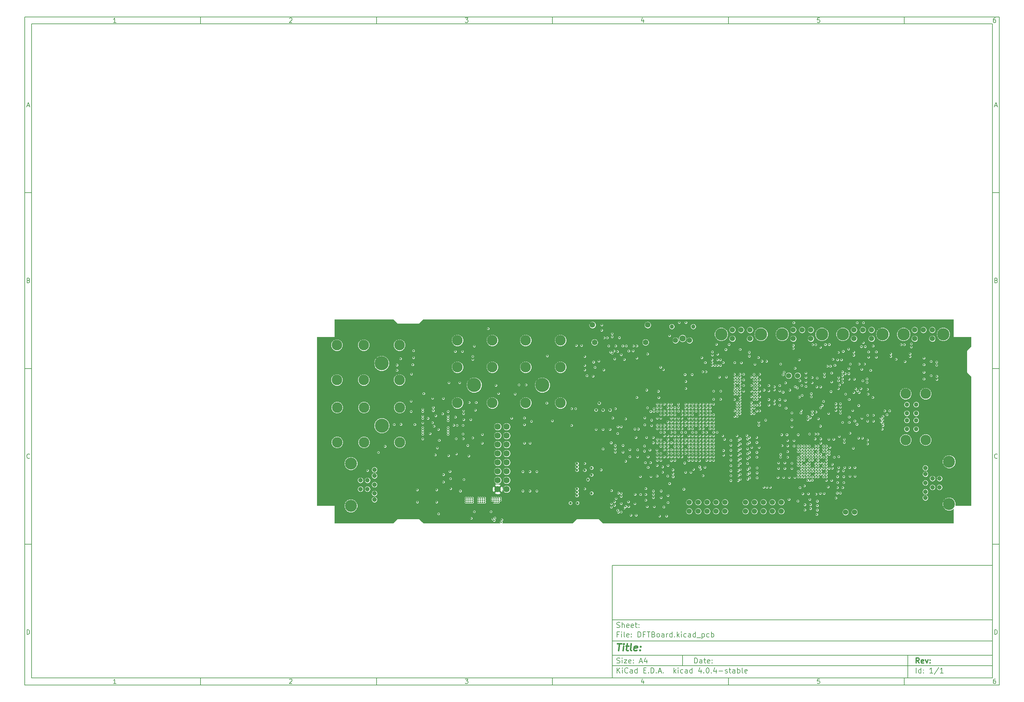
<source format=gbr>
G04 #@! TF.FileFunction,Copper,L5,Inr,Plane*
%FSLAX46Y46*%
G04 Gerber Fmt 4.6, Leading zero omitted, Abs format (unit mm)*
G04 Created by KiCad (PCBNEW 4.0.4-stable) date 02/10/17 12:58:49*
%MOMM*%
%LPD*%
G01*
G04 APERTURE LIST*
%ADD10C,0.100000*%
%ADD11C,0.150000*%
%ADD12C,0.300000*%
%ADD13C,0.400000*%
%ADD14C,3.000000*%
%ADD15C,1.300000*%
%ADD16C,4.000000*%
%ADD17C,3.500000*%
%ADD18C,1.500000*%
%ADD19C,1.800000*%
%ADD20C,1.524000*%
%ADD21C,1.600000*%
%ADD22C,1.200000*%
%ADD23C,3.416000*%
%ADD24C,1.308000*%
%ADD25C,0.750000*%
%ADD26C,0.480000*%
G04 APERTURE END LIST*
D10*
D11*
X177002200Y-166007200D02*
X177002200Y-198007200D01*
X285002200Y-198007200D01*
X285002200Y-166007200D01*
X177002200Y-166007200D01*
D10*
D11*
X10000000Y-10000000D02*
X10000000Y-200007200D01*
X287002200Y-200007200D01*
X287002200Y-10000000D01*
X10000000Y-10000000D01*
D10*
D11*
X12000000Y-12000000D02*
X12000000Y-198007200D01*
X285002200Y-198007200D01*
X285002200Y-12000000D01*
X12000000Y-12000000D01*
D10*
D11*
X60000000Y-12000000D02*
X60000000Y-10000000D01*
D10*
D11*
X110000000Y-12000000D02*
X110000000Y-10000000D01*
D10*
D11*
X160000000Y-12000000D02*
X160000000Y-10000000D01*
D10*
D11*
X210000000Y-12000000D02*
X210000000Y-10000000D01*
D10*
D11*
X260000000Y-12000000D02*
X260000000Y-10000000D01*
D10*
D11*
X35990476Y-11588095D02*
X35247619Y-11588095D01*
X35619048Y-11588095D02*
X35619048Y-10288095D01*
X35495238Y-10473810D01*
X35371429Y-10597619D01*
X35247619Y-10659524D01*
D10*
D11*
X85247619Y-10411905D02*
X85309524Y-10350000D01*
X85433333Y-10288095D01*
X85742857Y-10288095D01*
X85866667Y-10350000D01*
X85928571Y-10411905D01*
X85990476Y-10535714D01*
X85990476Y-10659524D01*
X85928571Y-10845238D01*
X85185714Y-11588095D01*
X85990476Y-11588095D01*
D10*
D11*
X135185714Y-10288095D02*
X135990476Y-10288095D01*
X135557143Y-10783333D01*
X135742857Y-10783333D01*
X135866667Y-10845238D01*
X135928571Y-10907143D01*
X135990476Y-11030952D01*
X135990476Y-11340476D01*
X135928571Y-11464286D01*
X135866667Y-11526190D01*
X135742857Y-11588095D01*
X135371429Y-11588095D01*
X135247619Y-11526190D01*
X135185714Y-11464286D01*
D10*
D11*
X185866667Y-10721429D02*
X185866667Y-11588095D01*
X185557143Y-10226190D02*
X185247619Y-11154762D01*
X186052381Y-11154762D01*
D10*
D11*
X235928571Y-10288095D02*
X235309524Y-10288095D01*
X235247619Y-10907143D01*
X235309524Y-10845238D01*
X235433333Y-10783333D01*
X235742857Y-10783333D01*
X235866667Y-10845238D01*
X235928571Y-10907143D01*
X235990476Y-11030952D01*
X235990476Y-11340476D01*
X235928571Y-11464286D01*
X235866667Y-11526190D01*
X235742857Y-11588095D01*
X235433333Y-11588095D01*
X235309524Y-11526190D01*
X235247619Y-11464286D01*
D10*
D11*
X285866667Y-10288095D02*
X285619048Y-10288095D01*
X285495238Y-10350000D01*
X285433333Y-10411905D01*
X285309524Y-10597619D01*
X285247619Y-10845238D01*
X285247619Y-11340476D01*
X285309524Y-11464286D01*
X285371429Y-11526190D01*
X285495238Y-11588095D01*
X285742857Y-11588095D01*
X285866667Y-11526190D01*
X285928571Y-11464286D01*
X285990476Y-11340476D01*
X285990476Y-11030952D01*
X285928571Y-10907143D01*
X285866667Y-10845238D01*
X285742857Y-10783333D01*
X285495238Y-10783333D01*
X285371429Y-10845238D01*
X285309524Y-10907143D01*
X285247619Y-11030952D01*
D10*
D11*
X60000000Y-198007200D02*
X60000000Y-200007200D01*
D10*
D11*
X110000000Y-198007200D02*
X110000000Y-200007200D01*
D10*
D11*
X160000000Y-198007200D02*
X160000000Y-200007200D01*
D10*
D11*
X210000000Y-198007200D02*
X210000000Y-200007200D01*
D10*
D11*
X260000000Y-198007200D02*
X260000000Y-200007200D01*
D10*
D11*
X35990476Y-199595295D02*
X35247619Y-199595295D01*
X35619048Y-199595295D02*
X35619048Y-198295295D01*
X35495238Y-198481010D01*
X35371429Y-198604819D01*
X35247619Y-198666724D01*
D10*
D11*
X85247619Y-198419105D02*
X85309524Y-198357200D01*
X85433333Y-198295295D01*
X85742857Y-198295295D01*
X85866667Y-198357200D01*
X85928571Y-198419105D01*
X85990476Y-198542914D01*
X85990476Y-198666724D01*
X85928571Y-198852438D01*
X85185714Y-199595295D01*
X85990476Y-199595295D01*
D10*
D11*
X135185714Y-198295295D02*
X135990476Y-198295295D01*
X135557143Y-198790533D01*
X135742857Y-198790533D01*
X135866667Y-198852438D01*
X135928571Y-198914343D01*
X135990476Y-199038152D01*
X135990476Y-199347676D01*
X135928571Y-199471486D01*
X135866667Y-199533390D01*
X135742857Y-199595295D01*
X135371429Y-199595295D01*
X135247619Y-199533390D01*
X135185714Y-199471486D01*
D10*
D11*
X185866667Y-198728629D02*
X185866667Y-199595295D01*
X185557143Y-198233390D02*
X185247619Y-199161962D01*
X186052381Y-199161962D01*
D10*
D11*
X235928571Y-198295295D02*
X235309524Y-198295295D01*
X235247619Y-198914343D01*
X235309524Y-198852438D01*
X235433333Y-198790533D01*
X235742857Y-198790533D01*
X235866667Y-198852438D01*
X235928571Y-198914343D01*
X235990476Y-199038152D01*
X235990476Y-199347676D01*
X235928571Y-199471486D01*
X235866667Y-199533390D01*
X235742857Y-199595295D01*
X235433333Y-199595295D01*
X235309524Y-199533390D01*
X235247619Y-199471486D01*
D10*
D11*
X285866667Y-198295295D02*
X285619048Y-198295295D01*
X285495238Y-198357200D01*
X285433333Y-198419105D01*
X285309524Y-198604819D01*
X285247619Y-198852438D01*
X285247619Y-199347676D01*
X285309524Y-199471486D01*
X285371429Y-199533390D01*
X285495238Y-199595295D01*
X285742857Y-199595295D01*
X285866667Y-199533390D01*
X285928571Y-199471486D01*
X285990476Y-199347676D01*
X285990476Y-199038152D01*
X285928571Y-198914343D01*
X285866667Y-198852438D01*
X285742857Y-198790533D01*
X285495238Y-198790533D01*
X285371429Y-198852438D01*
X285309524Y-198914343D01*
X285247619Y-199038152D01*
D10*
D11*
X10000000Y-60000000D02*
X12000000Y-60000000D01*
D10*
D11*
X10000000Y-110000000D02*
X12000000Y-110000000D01*
D10*
D11*
X10000000Y-160000000D02*
X12000000Y-160000000D01*
D10*
D11*
X10690476Y-35216667D02*
X11309524Y-35216667D01*
X10566667Y-35588095D02*
X11000000Y-34288095D01*
X11433333Y-35588095D01*
D10*
D11*
X11092857Y-84907143D02*
X11278571Y-84969048D01*
X11340476Y-85030952D01*
X11402381Y-85154762D01*
X11402381Y-85340476D01*
X11340476Y-85464286D01*
X11278571Y-85526190D01*
X11154762Y-85588095D01*
X10659524Y-85588095D01*
X10659524Y-84288095D01*
X11092857Y-84288095D01*
X11216667Y-84350000D01*
X11278571Y-84411905D01*
X11340476Y-84535714D01*
X11340476Y-84659524D01*
X11278571Y-84783333D01*
X11216667Y-84845238D01*
X11092857Y-84907143D01*
X10659524Y-84907143D01*
D10*
D11*
X11402381Y-135464286D02*
X11340476Y-135526190D01*
X11154762Y-135588095D01*
X11030952Y-135588095D01*
X10845238Y-135526190D01*
X10721429Y-135402381D01*
X10659524Y-135278571D01*
X10597619Y-135030952D01*
X10597619Y-134845238D01*
X10659524Y-134597619D01*
X10721429Y-134473810D01*
X10845238Y-134350000D01*
X11030952Y-134288095D01*
X11154762Y-134288095D01*
X11340476Y-134350000D01*
X11402381Y-134411905D01*
D10*
D11*
X10659524Y-185588095D02*
X10659524Y-184288095D01*
X10969048Y-184288095D01*
X11154762Y-184350000D01*
X11278571Y-184473810D01*
X11340476Y-184597619D01*
X11402381Y-184845238D01*
X11402381Y-185030952D01*
X11340476Y-185278571D01*
X11278571Y-185402381D01*
X11154762Y-185526190D01*
X10969048Y-185588095D01*
X10659524Y-185588095D01*
D10*
D11*
X287002200Y-60000000D02*
X285002200Y-60000000D01*
D10*
D11*
X287002200Y-110000000D02*
X285002200Y-110000000D01*
D10*
D11*
X287002200Y-160000000D02*
X285002200Y-160000000D01*
D10*
D11*
X285692676Y-35216667D02*
X286311724Y-35216667D01*
X285568867Y-35588095D02*
X286002200Y-34288095D01*
X286435533Y-35588095D01*
D10*
D11*
X286095057Y-84907143D02*
X286280771Y-84969048D01*
X286342676Y-85030952D01*
X286404581Y-85154762D01*
X286404581Y-85340476D01*
X286342676Y-85464286D01*
X286280771Y-85526190D01*
X286156962Y-85588095D01*
X285661724Y-85588095D01*
X285661724Y-84288095D01*
X286095057Y-84288095D01*
X286218867Y-84350000D01*
X286280771Y-84411905D01*
X286342676Y-84535714D01*
X286342676Y-84659524D01*
X286280771Y-84783333D01*
X286218867Y-84845238D01*
X286095057Y-84907143D01*
X285661724Y-84907143D01*
D10*
D11*
X286404581Y-135464286D02*
X286342676Y-135526190D01*
X286156962Y-135588095D01*
X286033152Y-135588095D01*
X285847438Y-135526190D01*
X285723629Y-135402381D01*
X285661724Y-135278571D01*
X285599819Y-135030952D01*
X285599819Y-134845238D01*
X285661724Y-134597619D01*
X285723629Y-134473810D01*
X285847438Y-134350000D01*
X286033152Y-134288095D01*
X286156962Y-134288095D01*
X286342676Y-134350000D01*
X286404581Y-134411905D01*
D10*
D11*
X285661724Y-185588095D02*
X285661724Y-184288095D01*
X285971248Y-184288095D01*
X286156962Y-184350000D01*
X286280771Y-184473810D01*
X286342676Y-184597619D01*
X286404581Y-184845238D01*
X286404581Y-185030952D01*
X286342676Y-185278571D01*
X286280771Y-185402381D01*
X286156962Y-185526190D01*
X285971248Y-185588095D01*
X285661724Y-185588095D01*
D10*
D11*
X200359343Y-193785771D02*
X200359343Y-192285771D01*
X200716486Y-192285771D01*
X200930771Y-192357200D01*
X201073629Y-192500057D01*
X201145057Y-192642914D01*
X201216486Y-192928629D01*
X201216486Y-193142914D01*
X201145057Y-193428629D01*
X201073629Y-193571486D01*
X200930771Y-193714343D01*
X200716486Y-193785771D01*
X200359343Y-193785771D01*
X202502200Y-193785771D02*
X202502200Y-193000057D01*
X202430771Y-192857200D01*
X202287914Y-192785771D01*
X202002200Y-192785771D01*
X201859343Y-192857200D01*
X202502200Y-193714343D02*
X202359343Y-193785771D01*
X202002200Y-193785771D01*
X201859343Y-193714343D01*
X201787914Y-193571486D01*
X201787914Y-193428629D01*
X201859343Y-193285771D01*
X202002200Y-193214343D01*
X202359343Y-193214343D01*
X202502200Y-193142914D01*
X203002200Y-192785771D02*
X203573629Y-192785771D01*
X203216486Y-192285771D02*
X203216486Y-193571486D01*
X203287914Y-193714343D01*
X203430772Y-193785771D01*
X203573629Y-193785771D01*
X204645057Y-193714343D02*
X204502200Y-193785771D01*
X204216486Y-193785771D01*
X204073629Y-193714343D01*
X204002200Y-193571486D01*
X204002200Y-193000057D01*
X204073629Y-192857200D01*
X204216486Y-192785771D01*
X204502200Y-192785771D01*
X204645057Y-192857200D01*
X204716486Y-193000057D01*
X204716486Y-193142914D01*
X204002200Y-193285771D01*
X205359343Y-193642914D02*
X205430771Y-193714343D01*
X205359343Y-193785771D01*
X205287914Y-193714343D01*
X205359343Y-193642914D01*
X205359343Y-193785771D01*
X205359343Y-192857200D02*
X205430771Y-192928629D01*
X205359343Y-193000057D01*
X205287914Y-192928629D01*
X205359343Y-192857200D01*
X205359343Y-193000057D01*
D10*
D11*
X177002200Y-194507200D02*
X285002200Y-194507200D01*
D10*
D11*
X178359343Y-196585771D02*
X178359343Y-195085771D01*
X179216486Y-196585771D02*
X178573629Y-195728629D01*
X179216486Y-195085771D02*
X178359343Y-195942914D01*
X179859343Y-196585771D02*
X179859343Y-195585771D01*
X179859343Y-195085771D02*
X179787914Y-195157200D01*
X179859343Y-195228629D01*
X179930771Y-195157200D01*
X179859343Y-195085771D01*
X179859343Y-195228629D01*
X181430772Y-196442914D02*
X181359343Y-196514343D01*
X181145057Y-196585771D01*
X181002200Y-196585771D01*
X180787915Y-196514343D01*
X180645057Y-196371486D01*
X180573629Y-196228629D01*
X180502200Y-195942914D01*
X180502200Y-195728629D01*
X180573629Y-195442914D01*
X180645057Y-195300057D01*
X180787915Y-195157200D01*
X181002200Y-195085771D01*
X181145057Y-195085771D01*
X181359343Y-195157200D01*
X181430772Y-195228629D01*
X182716486Y-196585771D02*
X182716486Y-195800057D01*
X182645057Y-195657200D01*
X182502200Y-195585771D01*
X182216486Y-195585771D01*
X182073629Y-195657200D01*
X182716486Y-196514343D02*
X182573629Y-196585771D01*
X182216486Y-196585771D01*
X182073629Y-196514343D01*
X182002200Y-196371486D01*
X182002200Y-196228629D01*
X182073629Y-196085771D01*
X182216486Y-196014343D01*
X182573629Y-196014343D01*
X182716486Y-195942914D01*
X184073629Y-196585771D02*
X184073629Y-195085771D01*
X184073629Y-196514343D02*
X183930772Y-196585771D01*
X183645058Y-196585771D01*
X183502200Y-196514343D01*
X183430772Y-196442914D01*
X183359343Y-196300057D01*
X183359343Y-195871486D01*
X183430772Y-195728629D01*
X183502200Y-195657200D01*
X183645058Y-195585771D01*
X183930772Y-195585771D01*
X184073629Y-195657200D01*
X185930772Y-195800057D02*
X186430772Y-195800057D01*
X186645058Y-196585771D02*
X185930772Y-196585771D01*
X185930772Y-195085771D01*
X186645058Y-195085771D01*
X187287915Y-196442914D02*
X187359343Y-196514343D01*
X187287915Y-196585771D01*
X187216486Y-196514343D01*
X187287915Y-196442914D01*
X187287915Y-196585771D01*
X188002201Y-196585771D02*
X188002201Y-195085771D01*
X188359344Y-195085771D01*
X188573629Y-195157200D01*
X188716487Y-195300057D01*
X188787915Y-195442914D01*
X188859344Y-195728629D01*
X188859344Y-195942914D01*
X188787915Y-196228629D01*
X188716487Y-196371486D01*
X188573629Y-196514343D01*
X188359344Y-196585771D01*
X188002201Y-196585771D01*
X189502201Y-196442914D02*
X189573629Y-196514343D01*
X189502201Y-196585771D01*
X189430772Y-196514343D01*
X189502201Y-196442914D01*
X189502201Y-196585771D01*
X190145058Y-196157200D02*
X190859344Y-196157200D01*
X190002201Y-196585771D02*
X190502201Y-195085771D01*
X191002201Y-196585771D01*
X191502201Y-196442914D02*
X191573629Y-196514343D01*
X191502201Y-196585771D01*
X191430772Y-196514343D01*
X191502201Y-196442914D01*
X191502201Y-196585771D01*
X194502201Y-196585771D02*
X194502201Y-195085771D01*
X194645058Y-196014343D02*
X195073629Y-196585771D01*
X195073629Y-195585771D02*
X194502201Y-196157200D01*
X195716487Y-196585771D02*
X195716487Y-195585771D01*
X195716487Y-195085771D02*
X195645058Y-195157200D01*
X195716487Y-195228629D01*
X195787915Y-195157200D01*
X195716487Y-195085771D01*
X195716487Y-195228629D01*
X197073630Y-196514343D02*
X196930773Y-196585771D01*
X196645059Y-196585771D01*
X196502201Y-196514343D01*
X196430773Y-196442914D01*
X196359344Y-196300057D01*
X196359344Y-195871486D01*
X196430773Y-195728629D01*
X196502201Y-195657200D01*
X196645059Y-195585771D01*
X196930773Y-195585771D01*
X197073630Y-195657200D01*
X198359344Y-196585771D02*
X198359344Y-195800057D01*
X198287915Y-195657200D01*
X198145058Y-195585771D01*
X197859344Y-195585771D01*
X197716487Y-195657200D01*
X198359344Y-196514343D02*
X198216487Y-196585771D01*
X197859344Y-196585771D01*
X197716487Y-196514343D01*
X197645058Y-196371486D01*
X197645058Y-196228629D01*
X197716487Y-196085771D01*
X197859344Y-196014343D01*
X198216487Y-196014343D01*
X198359344Y-195942914D01*
X199716487Y-196585771D02*
X199716487Y-195085771D01*
X199716487Y-196514343D02*
X199573630Y-196585771D01*
X199287916Y-196585771D01*
X199145058Y-196514343D01*
X199073630Y-196442914D01*
X199002201Y-196300057D01*
X199002201Y-195871486D01*
X199073630Y-195728629D01*
X199145058Y-195657200D01*
X199287916Y-195585771D01*
X199573630Y-195585771D01*
X199716487Y-195657200D01*
X202216487Y-195585771D02*
X202216487Y-196585771D01*
X201859344Y-195014343D02*
X201502201Y-196085771D01*
X202430773Y-196085771D01*
X203002201Y-196442914D02*
X203073629Y-196514343D01*
X203002201Y-196585771D01*
X202930772Y-196514343D01*
X203002201Y-196442914D01*
X203002201Y-196585771D01*
X204002201Y-195085771D02*
X204145058Y-195085771D01*
X204287915Y-195157200D01*
X204359344Y-195228629D01*
X204430773Y-195371486D01*
X204502201Y-195657200D01*
X204502201Y-196014343D01*
X204430773Y-196300057D01*
X204359344Y-196442914D01*
X204287915Y-196514343D01*
X204145058Y-196585771D01*
X204002201Y-196585771D01*
X203859344Y-196514343D01*
X203787915Y-196442914D01*
X203716487Y-196300057D01*
X203645058Y-196014343D01*
X203645058Y-195657200D01*
X203716487Y-195371486D01*
X203787915Y-195228629D01*
X203859344Y-195157200D01*
X204002201Y-195085771D01*
X205145058Y-196442914D02*
X205216486Y-196514343D01*
X205145058Y-196585771D01*
X205073629Y-196514343D01*
X205145058Y-196442914D01*
X205145058Y-196585771D01*
X206502201Y-195585771D02*
X206502201Y-196585771D01*
X206145058Y-195014343D02*
X205787915Y-196085771D01*
X206716487Y-196085771D01*
X207287915Y-196014343D02*
X208430772Y-196014343D01*
X209073629Y-196514343D02*
X209216486Y-196585771D01*
X209502201Y-196585771D01*
X209645058Y-196514343D01*
X209716486Y-196371486D01*
X209716486Y-196300057D01*
X209645058Y-196157200D01*
X209502201Y-196085771D01*
X209287915Y-196085771D01*
X209145058Y-196014343D01*
X209073629Y-195871486D01*
X209073629Y-195800057D01*
X209145058Y-195657200D01*
X209287915Y-195585771D01*
X209502201Y-195585771D01*
X209645058Y-195657200D01*
X210145058Y-195585771D02*
X210716487Y-195585771D01*
X210359344Y-195085771D02*
X210359344Y-196371486D01*
X210430772Y-196514343D01*
X210573630Y-196585771D01*
X210716487Y-196585771D01*
X211859344Y-196585771D02*
X211859344Y-195800057D01*
X211787915Y-195657200D01*
X211645058Y-195585771D01*
X211359344Y-195585771D01*
X211216487Y-195657200D01*
X211859344Y-196514343D02*
X211716487Y-196585771D01*
X211359344Y-196585771D01*
X211216487Y-196514343D01*
X211145058Y-196371486D01*
X211145058Y-196228629D01*
X211216487Y-196085771D01*
X211359344Y-196014343D01*
X211716487Y-196014343D01*
X211859344Y-195942914D01*
X212573630Y-196585771D02*
X212573630Y-195085771D01*
X212573630Y-195657200D02*
X212716487Y-195585771D01*
X213002201Y-195585771D01*
X213145058Y-195657200D01*
X213216487Y-195728629D01*
X213287916Y-195871486D01*
X213287916Y-196300057D01*
X213216487Y-196442914D01*
X213145058Y-196514343D01*
X213002201Y-196585771D01*
X212716487Y-196585771D01*
X212573630Y-196514343D01*
X214145059Y-196585771D02*
X214002201Y-196514343D01*
X213930773Y-196371486D01*
X213930773Y-195085771D01*
X215287915Y-196514343D02*
X215145058Y-196585771D01*
X214859344Y-196585771D01*
X214716487Y-196514343D01*
X214645058Y-196371486D01*
X214645058Y-195800057D01*
X214716487Y-195657200D01*
X214859344Y-195585771D01*
X215145058Y-195585771D01*
X215287915Y-195657200D01*
X215359344Y-195800057D01*
X215359344Y-195942914D01*
X214645058Y-196085771D01*
D10*
D11*
X177002200Y-191507200D02*
X285002200Y-191507200D01*
D10*
D12*
X264216486Y-193785771D02*
X263716486Y-193071486D01*
X263359343Y-193785771D02*
X263359343Y-192285771D01*
X263930771Y-192285771D01*
X264073629Y-192357200D01*
X264145057Y-192428629D01*
X264216486Y-192571486D01*
X264216486Y-192785771D01*
X264145057Y-192928629D01*
X264073629Y-193000057D01*
X263930771Y-193071486D01*
X263359343Y-193071486D01*
X265430771Y-193714343D02*
X265287914Y-193785771D01*
X265002200Y-193785771D01*
X264859343Y-193714343D01*
X264787914Y-193571486D01*
X264787914Y-193000057D01*
X264859343Y-192857200D01*
X265002200Y-192785771D01*
X265287914Y-192785771D01*
X265430771Y-192857200D01*
X265502200Y-193000057D01*
X265502200Y-193142914D01*
X264787914Y-193285771D01*
X266002200Y-192785771D02*
X266359343Y-193785771D01*
X266716485Y-192785771D01*
X267287914Y-193642914D02*
X267359342Y-193714343D01*
X267287914Y-193785771D01*
X267216485Y-193714343D01*
X267287914Y-193642914D01*
X267287914Y-193785771D01*
X267287914Y-192857200D02*
X267359342Y-192928629D01*
X267287914Y-193000057D01*
X267216485Y-192928629D01*
X267287914Y-192857200D01*
X267287914Y-193000057D01*
D10*
D11*
X178287914Y-193714343D02*
X178502200Y-193785771D01*
X178859343Y-193785771D01*
X179002200Y-193714343D01*
X179073629Y-193642914D01*
X179145057Y-193500057D01*
X179145057Y-193357200D01*
X179073629Y-193214343D01*
X179002200Y-193142914D01*
X178859343Y-193071486D01*
X178573629Y-193000057D01*
X178430771Y-192928629D01*
X178359343Y-192857200D01*
X178287914Y-192714343D01*
X178287914Y-192571486D01*
X178359343Y-192428629D01*
X178430771Y-192357200D01*
X178573629Y-192285771D01*
X178930771Y-192285771D01*
X179145057Y-192357200D01*
X179787914Y-193785771D02*
X179787914Y-192785771D01*
X179787914Y-192285771D02*
X179716485Y-192357200D01*
X179787914Y-192428629D01*
X179859342Y-192357200D01*
X179787914Y-192285771D01*
X179787914Y-192428629D01*
X180359343Y-192785771D02*
X181145057Y-192785771D01*
X180359343Y-193785771D01*
X181145057Y-193785771D01*
X182287914Y-193714343D02*
X182145057Y-193785771D01*
X181859343Y-193785771D01*
X181716486Y-193714343D01*
X181645057Y-193571486D01*
X181645057Y-193000057D01*
X181716486Y-192857200D01*
X181859343Y-192785771D01*
X182145057Y-192785771D01*
X182287914Y-192857200D01*
X182359343Y-193000057D01*
X182359343Y-193142914D01*
X181645057Y-193285771D01*
X183002200Y-193642914D02*
X183073628Y-193714343D01*
X183002200Y-193785771D01*
X182930771Y-193714343D01*
X183002200Y-193642914D01*
X183002200Y-193785771D01*
X183002200Y-192857200D02*
X183073628Y-192928629D01*
X183002200Y-193000057D01*
X182930771Y-192928629D01*
X183002200Y-192857200D01*
X183002200Y-193000057D01*
X184787914Y-193357200D02*
X185502200Y-193357200D01*
X184645057Y-193785771D02*
X185145057Y-192285771D01*
X185645057Y-193785771D01*
X186787914Y-192785771D02*
X186787914Y-193785771D01*
X186430771Y-192214343D02*
X186073628Y-193285771D01*
X187002200Y-193285771D01*
D10*
D11*
X263359343Y-196585771D02*
X263359343Y-195085771D01*
X264716486Y-196585771D02*
X264716486Y-195085771D01*
X264716486Y-196514343D02*
X264573629Y-196585771D01*
X264287915Y-196585771D01*
X264145057Y-196514343D01*
X264073629Y-196442914D01*
X264002200Y-196300057D01*
X264002200Y-195871486D01*
X264073629Y-195728629D01*
X264145057Y-195657200D01*
X264287915Y-195585771D01*
X264573629Y-195585771D01*
X264716486Y-195657200D01*
X265430772Y-196442914D02*
X265502200Y-196514343D01*
X265430772Y-196585771D01*
X265359343Y-196514343D01*
X265430772Y-196442914D01*
X265430772Y-196585771D01*
X265430772Y-195657200D02*
X265502200Y-195728629D01*
X265430772Y-195800057D01*
X265359343Y-195728629D01*
X265430772Y-195657200D01*
X265430772Y-195800057D01*
X268073629Y-196585771D02*
X267216486Y-196585771D01*
X267645058Y-196585771D02*
X267645058Y-195085771D01*
X267502201Y-195300057D01*
X267359343Y-195442914D01*
X267216486Y-195514343D01*
X269787914Y-195014343D02*
X268502200Y-196942914D01*
X271073629Y-196585771D02*
X270216486Y-196585771D01*
X270645058Y-196585771D02*
X270645058Y-195085771D01*
X270502201Y-195300057D01*
X270359343Y-195442914D01*
X270216486Y-195514343D01*
D10*
D11*
X177002200Y-187507200D02*
X285002200Y-187507200D01*
D10*
D13*
X178454581Y-188211962D02*
X179597438Y-188211962D01*
X178776010Y-190211962D02*
X179026010Y-188211962D01*
X180014105Y-190211962D02*
X180180771Y-188878629D01*
X180264105Y-188211962D02*
X180156962Y-188307200D01*
X180240295Y-188402438D01*
X180347439Y-188307200D01*
X180264105Y-188211962D01*
X180240295Y-188402438D01*
X180847438Y-188878629D02*
X181609343Y-188878629D01*
X181216486Y-188211962D02*
X181002200Y-189926248D01*
X181073630Y-190116724D01*
X181252201Y-190211962D01*
X181442677Y-190211962D01*
X182395058Y-190211962D02*
X182216487Y-190116724D01*
X182145057Y-189926248D01*
X182359343Y-188211962D01*
X183930772Y-190116724D02*
X183728391Y-190211962D01*
X183347439Y-190211962D01*
X183168867Y-190116724D01*
X183097438Y-189926248D01*
X183192676Y-189164343D01*
X183311724Y-188973867D01*
X183514105Y-188878629D01*
X183895057Y-188878629D01*
X184073629Y-188973867D01*
X184145057Y-189164343D01*
X184121248Y-189354819D01*
X183145057Y-189545295D01*
X184895057Y-190021486D02*
X184978392Y-190116724D01*
X184871248Y-190211962D01*
X184787915Y-190116724D01*
X184895057Y-190021486D01*
X184871248Y-190211962D01*
X185026010Y-188973867D02*
X185109344Y-189069105D01*
X185002200Y-189164343D01*
X184918867Y-189069105D01*
X185026010Y-188973867D01*
X185002200Y-189164343D01*
D10*
D11*
X178859343Y-185600057D02*
X178359343Y-185600057D01*
X178359343Y-186385771D02*
X178359343Y-184885771D01*
X179073629Y-184885771D01*
X179645057Y-186385771D02*
X179645057Y-185385771D01*
X179645057Y-184885771D02*
X179573628Y-184957200D01*
X179645057Y-185028629D01*
X179716485Y-184957200D01*
X179645057Y-184885771D01*
X179645057Y-185028629D01*
X180573629Y-186385771D02*
X180430771Y-186314343D01*
X180359343Y-186171486D01*
X180359343Y-184885771D01*
X181716485Y-186314343D02*
X181573628Y-186385771D01*
X181287914Y-186385771D01*
X181145057Y-186314343D01*
X181073628Y-186171486D01*
X181073628Y-185600057D01*
X181145057Y-185457200D01*
X181287914Y-185385771D01*
X181573628Y-185385771D01*
X181716485Y-185457200D01*
X181787914Y-185600057D01*
X181787914Y-185742914D01*
X181073628Y-185885771D01*
X182430771Y-186242914D02*
X182502199Y-186314343D01*
X182430771Y-186385771D01*
X182359342Y-186314343D01*
X182430771Y-186242914D01*
X182430771Y-186385771D01*
X182430771Y-185457200D02*
X182502199Y-185528629D01*
X182430771Y-185600057D01*
X182359342Y-185528629D01*
X182430771Y-185457200D01*
X182430771Y-185600057D01*
X184287914Y-186385771D02*
X184287914Y-184885771D01*
X184645057Y-184885771D01*
X184859342Y-184957200D01*
X185002200Y-185100057D01*
X185073628Y-185242914D01*
X185145057Y-185528629D01*
X185145057Y-185742914D01*
X185073628Y-186028629D01*
X185002200Y-186171486D01*
X184859342Y-186314343D01*
X184645057Y-186385771D01*
X184287914Y-186385771D01*
X186287914Y-185600057D02*
X185787914Y-185600057D01*
X185787914Y-186385771D02*
X185787914Y-184885771D01*
X186502200Y-184885771D01*
X186859342Y-184885771D02*
X187716485Y-184885771D01*
X187287914Y-186385771D02*
X187287914Y-184885771D01*
X188716485Y-185600057D02*
X188930771Y-185671486D01*
X189002199Y-185742914D01*
X189073628Y-185885771D01*
X189073628Y-186100057D01*
X189002199Y-186242914D01*
X188930771Y-186314343D01*
X188787913Y-186385771D01*
X188216485Y-186385771D01*
X188216485Y-184885771D01*
X188716485Y-184885771D01*
X188859342Y-184957200D01*
X188930771Y-185028629D01*
X189002199Y-185171486D01*
X189002199Y-185314343D01*
X188930771Y-185457200D01*
X188859342Y-185528629D01*
X188716485Y-185600057D01*
X188216485Y-185600057D01*
X189930771Y-186385771D02*
X189787913Y-186314343D01*
X189716485Y-186242914D01*
X189645056Y-186100057D01*
X189645056Y-185671486D01*
X189716485Y-185528629D01*
X189787913Y-185457200D01*
X189930771Y-185385771D01*
X190145056Y-185385771D01*
X190287913Y-185457200D01*
X190359342Y-185528629D01*
X190430771Y-185671486D01*
X190430771Y-186100057D01*
X190359342Y-186242914D01*
X190287913Y-186314343D01*
X190145056Y-186385771D01*
X189930771Y-186385771D01*
X191716485Y-186385771D02*
X191716485Y-185600057D01*
X191645056Y-185457200D01*
X191502199Y-185385771D01*
X191216485Y-185385771D01*
X191073628Y-185457200D01*
X191716485Y-186314343D02*
X191573628Y-186385771D01*
X191216485Y-186385771D01*
X191073628Y-186314343D01*
X191002199Y-186171486D01*
X191002199Y-186028629D01*
X191073628Y-185885771D01*
X191216485Y-185814343D01*
X191573628Y-185814343D01*
X191716485Y-185742914D01*
X192430771Y-186385771D02*
X192430771Y-185385771D01*
X192430771Y-185671486D02*
X192502199Y-185528629D01*
X192573628Y-185457200D01*
X192716485Y-185385771D01*
X192859342Y-185385771D01*
X194002199Y-186385771D02*
X194002199Y-184885771D01*
X194002199Y-186314343D02*
X193859342Y-186385771D01*
X193573628Y-186385771D01*
X193430770Y-186314343D01*
X193359342Y-186242914D01*
X193287913Y-186100057D01*
X193287913Y-185671486D01*
X193359342Y-185528629D01*
X193430770Y-185457200D01*
X193573628Y-185385771D01*
X193859342Y-185385771D01*
X194002199Y-185457200D01*
X194716485Y-186242914D02*
X194787913Y-186314343D01*
X194716485Y-186385771D01*
X194645056Y-186314343D01*
X194716485Y-186242914D01*
X194716485Y-186385771D01*
X195430771Y-186385771D02*
X195430771Y-184885771D01*
X195573628Y-185814343D02*
X196002199Y-186385771D01*
X196002199Y-185385771D02*
X195430771Y-185957200D01*
X196645057Y-186385771D02*
X196645057Y-185385771D01*
X196645057Y-184885771D02*
X196573628Y-184957200D01*
X196645057Y-185028629D01*
X196716485Y-184957200D01*
X196645057Y-184885771D01*
X196645057Y-185028629D01*
X198002200Y-186314343D02*
X197859343Y-186385771D01*
X197573629Y-186385771D01*
X197430771Y-186314343D01*
X197359343Y-186242914D01*
X197287914Y-186100057D01*
X197287914Y-185671486D01*
X197359343Y-185528629D01*
X197430771Y-185457200D01*
X197573629Y-185385771D01*
X197859343Y-185385771D01*
X198002200Y-185457200D01*
X199287914Y-186385771D02*
X199287914Y-185600057D01*
X199216485Y-185457200D01*
X199073628Y-185385771D01*
X198787914Y-185385771D01*
X198645057Y-185457200D01*
X199287914Y-186314343D02*
X199145057Y-186385771D01*
X198787914Y-186385771D01*
X198645057Y-186314343D01*
X198573628Y-186171486D01*
X198573628Y-186028629D01*
X198645057Y-185885771D01*
X198787914Y-185814343D01*
X199145057Y-185814343D01*
X199287914Y-185742914D01*
X200645057Y-186385771D02*
X200645057Y-184885771D01*
X200645057Y-186314343D02*
X200502200Y-186385771D01*
X200216486Y-186385771D01*
X200073628Y-186314343D01*
X200002200Y-186242914D01*
X199930771Y-186100057D01*
X199930771Y-185671486D01*
X200002200Y-185528629D01*
X200073628Y-185457200D01*
X200216486Y-185385771D01*
X200502200Y-185385771D01*
X200645057Y-185457200D01*
X201002200Y-186528629D02*
X202145057Y-186528629D01*
X202502200Y-185385771D02*
X202502200Y-186885771D01*
X202502200Y-185457200D02*
X202645057Y-185385771D01*
X202930771Y-185385771D01*
X203073628Y-185457200D01*
X203145057Y-185528629D01*
X203216486Y-185671486D01*
X203216486Y-186100057D01*
X203145057Y-186242914D01*
X203073628Y-186314343D01*
X202930771Y-186385771D01*
X202645057Y-186385771D01*
X202502200Y-186314343D01*
X204502200Y-186314343D02*
X204359343Y-186385771D01*
X204073629Y-186385771D01*
X203930771Y-186314343D01*
X203859343Y-186242914D01*
X203787914Y-186100057D01*
X203787914Y-185671486D01*
X203859343Y-185528629D01*
X203930771Y-185457200D01*
X204073629Y-185385771D01*
X204359343Y-185385771D01*
X204502200Y-185457200D01*
X205145057Y-186385771D02*
X205145057Y-184885771D01*
X205145057Y-185457200D02*
X205287914Y-185385771D01*
X205573628Y-185385771D01*
X205716485Y-185457200D01*
X205787914Y-185528629D01*
X205859343Y-185671486D01*
X205859343Y-186100057D01*
X205787914Y-186242914D01*
X205716485Y-186314343D01*
X205573628Y-186385771D01*
X205287914Y-186385771D01*
X205145057Y-186314343D01*
D10*
D11*
X177002200Y-181507200D02*
X285002200Y-181507200D01*
D10*
D11*
X178287914Y-183614343D02*
X178502200Y-183685771D01*
X178859343Y-183685771D01*
X179002200Y-183614343D01*
X179073629Y-183542914D01*
X179145057Y-183400057D01*
X179145057Y-183257200D01*
X179073629Y-183114343D01*
X179002200Y-183042914D01*
X178859343Y-182971486D01*
X178573629Y-182900057D01*
X178430771Y-182828629D01*
X178359343Y-182757200D01*
X178287914Y-182614343D01*
X178287914Y-182471486D01*
X178359343Y-182328629D01*
X178430771Y-182257200D01*
X178573629Y-182185771D01*
X178930771Y-182185771D01*
X179145057Y-182257200D01*
X179787914Y-183685771D02*
X179787914Y-182185771D01*
X180430771Y-183685771D02*
X180430771Y-182900057D01*
X180359342Y-182757200D01*
X180216485Y-182685771D01*
X180002200Y-182685771D01*
X179859342Y-182757200D01*
X179787914Y-182828629D01*
X181716485Y-183614343D02*
X181573628Y-183685771D01*
X181287914Y-183685771D01*
X181145057Y-183614343D01*
X181073628Y-183471486D01*
X181073628Y-182900057D01*
X181145057Y-182757200D01*
X181287914Y-182685771D01*
X181573628Y-182685771D01*
X181716485Y-182757200D01*
X181787914Y-182900057D01*
X181787914Y-183042914D01*
X181073628Y-183185771D01*
X183002199Y-183614343D02*
X182859342Y-183685771D01*
X182573628Y-183685771D01*
X182430771Y-183614343D01*
X182359342Y-183471486D01*
X182359342Y-182900057D01*
X182430771Y-182757200D01*
X182573628Y-182685771D01*
X182859342Y-182685771D01*
X183002199Y-182757200D01*
X183073628Y-182900057D01*
X183073628Y-183042914D01*
X182359342Y-183185771D01*
X183502199Y-182685771D02*
X184073628Y-182685771D01*
X183716485Y-182185771D02*
X183716485Y-183471486D01*
X183787913Y-183614343D01*
X183930771Y-183685771D01*
X184073628Y-183685771D01*
X184573628Y-183542914D02*
X184645056Y-183614343D01*
X184573628Y-183685771D01*
X184502199Y-183614343D01*
X184573628Y-183542914D01*
X184573628Y-183685771D01*
X184573628Y-182757200D02*
X184645056Y-182828629D01*
X184573628Y-182900057D01*
X184502199Y-182828629D01*
X184573628Y-182757200D01*
X184573628Y-182900057D01*
D10*
D11*
X197002200Y-191507200D02*
X197002200Y-194507200D01*
D10*
D11*
X261002200Y-191507200D02*
X261002200Y-198007200D01*
D14*
X260345000Y-130300000D03*
X266025000Y-130300000D03*
X266025000Y-117160000D03*
X260345000Y-117160000D03*
D15*
X263315000Y-124730000D03*
X260695000Y-127230000D03*
X263315000Y-127230000D03*
X263315000Y-122730000D03*
X263315000Y-120230000D03*
X260695000Y-124730000D03*
X260695000Y-122730000D03*
X260695000Y-120230000D03*
D16*
X111500000Y-126250000D03*
D14*
X98800000Y-131000000D03*
X106420000Y-131000000D03*
X116580000Y-131000000D03*
X116580000Y-121090000D03*
X106420000Y-121090000D03*
X98800000Y-121090000D03*
D17*
X259750000Y-100250000D03*
D18*
X262900000Y-101500000D03*
X267900000Y-101500000D03*
X267900000Y-99000000D03*
X262900000Y-99000000D03*
X265400000Y-99000000D03*
D17*
X271050000Y-100250000D03*
D19*
X144410000Y-126520000D03*
X146950000Y-126520000D03*
X144410000Y-129060000D03*
X146950000Y-129060000D03*
X144410000Y-131600000D03*
X146950000Y-131600000D03*
X144410000Y-134140000D03*
X146950000Y-134140000D03*
X144410000Y-136680000D03*
X146950000Y-136680000D03*
X144410000Y-139220000D03*
X146950000Y-139220000D03*
X144410000Y-141760000D03*
X144410000Y-144300000D03*
X146950000Y-141760000D03*
X146950000Y-144300000D03*
D20*
X225000000Y-150540000D03*
X225000000Y-148000000D03*
X222460000Y-148000000D03*
X222460000Y-150540000D03*
X217380000Y-150540000D03*
X214840000Y-150540000D03*
X214840000Y-148000000D03*
X217380000Y-148000000D03*
X219920000Y-148000000D03*
X219920000Y-150540000D03*
X209000000Y-150540000D03*
X209000000Y-148000000D03*
X206460000Y-148000000D03*
X206460000Y-150540000D03*
X201380000Y-150540000D03*
X198840000Y-150540000D03*
X198840000Y-148000000D03*
X201380000Y-148000000D03*
X203920000Y-148000000D03*
X203920000Y-150540000D03*
D16*
X157100000Y-114700000D03*
D14*
X152350000Y-102000000D03*
X152350000Y-109620000D03*
X152350000Y-119780000D03*
X162260000Y-119780000D03*
X162260000Y-109620000D03*
X162260000Y-102000000D03*
D16*
X137740000Y-114700000D03*
D14*
X132990000Y-102000000D03*
X132990000Y-109620000D03*
X132990000Y-119780000D03*
X142900000Y-119780000D03*
X142900000Y-109620000D03*
X142900000Y-102000000D03*
D17*
X225250000Y-100250000D03*
D18*
X228400000Y-101500000D03*
X233400000Y-101500000D03*
X233400000Y-99000000D03*
X228400000Y-99000000D03*
X230900000Y-99000000D03*
D17*
X236550000Y-100250000D03*
D16*
X111450000Y-108500000D03*
D14*
X98750000Y-113250000D03*
X106370000Y-113250000D03*
X116530000Y-113250000D03*
X116530000Y-103340000D03*
X106370000Y-103340000D03*
X98750000Y-103340000D03*
D21*
X187050000Y-97600000D03*
X186450000Y-102550000D03*
X171350000Y-97600000D03*
X171950000Y-102550000D03*
D17*
X207950000Y-100250000D03*
D18*
X211100000Y-101500000D03*
X216100000Y-101500000D03*
X216100000Y-99000000D03*
X211100000Y-99000000D03*
X213600000Y-99000000D03*
D17*
X219250000Y-100250000D03*
D20*
X243250000Y-150800000D03*
X245790000Y-150800000D03*
X229650000Y-112000000D03*
X227110000Y-112000000D03*
D22*
X193900000Y-98050000D03*
X200000000Y-98050000D03*
D18*
X194950000Y-102000000D03*
D19*
X196950000Y-101450000D03*
D18*
X198950000Y-102000000D03*
D17*
X242500000Y-100250000D03*
D18*
X245650000Y-101500000D03*
X250650000Y-101500000D03*
X250650000Y-99000000D03*
X245650000Y-99000000D03*
X248150000Y-99000000D03*
D17*
X253800000Y-100250000D03*
D23*
X272675000Y-136500000D03*
X272675000Y-148540000D03*
D24*
X267965000Y-143770000D03*
X267965000Y-141270000D03*
X269965000Y-141270000D03*
X269965000Y-143770000D03*
X265965000Y-138270000D03*
X265965000Y-140020000D03*
X265965000Y-142520000D03*
X265965000Y-145020000D03*
X265965000Y-146770000D03*
D23*
X102700000Y-149040000D03*
X102700000Y-137000000D03*
D24*
X107410000Y-141770000D03*
X107410000Y-144270000D03*
X105410000Y-144270000D03*
X105410000Y-141770000D03*
X109410000Y-147270000D03*
X109410000Y-145520000D03*
X109410000Y-143020000D03*
X109410000Y-140520000D03*
X109410000Y-138770000D03*
D25*
X169150000Y-138900000D03*
X171100000Y-140250000D03*
X170050000Y-141550000D03*
D26*
X242363633Y-110949939D03*
X199300000Y-139500000D03*
X207400000Y-112400000D03*
X239300000Y-111260000D03*
X211708855Y-123595010D03*
X218850000Y-119600000D03*
X200750000Y-136100000D03*
X237250000Y-111400000D03*
X238964904Y-109299118D03*
X138300000Y-119650000D03*
X234800000Y-103200000D03*
X235100000Y-151470000D03*
X194750000Y-131100000D03*
X234600000Y-136800000D03*
X186100000Y-133454990D03*
X188139257Y-126195010D03*
X241300000Y-135050000D03*
X248350000Y-96950000D03*
X202750000Y-140450000D03*
X261950000Y-103850000D03*
X259050000Y-103200000D03*
X228900000Y-109900000D03*
X246550000Y-96950000D03*
X251100000Y-103550000D03*
X205400000Y-105250000D03*
X206900000Y-105900000D03*
X218600000Y-125200000D03*
X233800000Y-122150000D03*
X228400000Y-104300000D03*
X149350000Y-117225000D03*
X226800000Y-130450000D03*
X183700000Y-129600000D03*
X244250000Y-113000000D03*
X244200000Y-109950000D03*
X233750000Y-114025000D03*
X235100000Y-115200000D03*
X233300000Y-149800000D03*
X231700000Y-150200000D03*
X233524514Y-118016066D03*
X223000000Y-120000000D03*
X239650000Y-107350000D03*
X244300000Y-118800000D03*
X245600000Y-105300000D03*
X205750000Y-116404990D03*
X211667743Y-116404990D03*
X213250229Y-116395010D03*
X211650000Y-118800000D03*
X211650000Y-114800000D03*
X211650000Y-113200000D03*
X211650000Y-111600000D03*
X187650000Y-133150000D03*
X186350000Y-136750004D03*
X188600000Y-131100000D03*
X214300000Y-111600000D03*
X224550000Y-120400000D03*
X221450000Y-120350000D03*
X213250000Y-113200000D03*
X217250000Y-113200000D03*
X217250000Y-116400000D03*
X218850000Y-111600000D03*
X218850000Y-113200000D03*
X218850000Y-114800000D03*
X218850000Y-116400000D03*
X218850000Y-118000000D03*
X218850000Y-120400000D03*
X191250000Y-137950000D03*
X206750000Y-128100000D03*
X208600000Y-134600000D03*
X197750000Y-126100000D03*
X197750000Y-123100000D03*
X184950000Y-140700000D03*
X197650000Y-111700000D03*
X197849390Y-113649974D03*
X205750000Y-118700000D03*
X229800000Y-136800000D03*
X232197376Y-140805088D03*
X237797376Y-132005088D03*
X236997376Y-140805088D03*
X205750000Y-131100000D03*
X195750000Y-134100000D03*
X198750000Y-132100000D03*
X199750000Y-131100000D03*
X200750000Y-130100000D03*
X199750000Y-129100000D03*
X202750000Y-132100000D03*
X199750000Y-132100000D03*
X199750000Y-133100000D03*
X200750000Y-132100000D03*
X203750000Y-135100000D03*
X201750000Y-129100000D03*
X199750000Y-122100000D03*
X205750000Y-120100000D03*
X202750000Y-121100000D03*
X203750000Y-124100000D03*
X204750000Y-127100000D03*
X233800000Y-139200000D03*
X231100000Y-145600000D03*
X234600000Y-128600000D03*
X225100000Y-128800000D03*
X229797376Y-139204990D03*
X224200000Y-138400000D03*
X196750000Y-126100000D03*
X235400000Y-133600000D03*
X228600000Y-132000000D03*
X199750000Y-126100000D03*
X197750000Y-134100000D03*
X192700000Y-140550000D03*
X214300000Y-114800000D03*
X186200000Y-124000000D03*
X197800000Y-128100000D03*
X198750000Y-125100000D03*
X200750000Y-125100000D03*
X198750000Y-127100000D03*
X194750000Y-126100000D03*
X195750000Y-125100000D03*
X199750000Y-124100000D03*
X180000000Y-133750000D03*
X196750000Y-131100000D03*
X198750000Y-130100000D03*
X194750000Y-129100000D03*
X180750000Y-136350000D03*
X181950000Y-135050000D03*
X191750000Y-135100000D03*
X191750000Y-133100000D03*
X191750000Y-131100000D03*
X197750000Y-130100000D03*
X202750000Y-128100000D03*
X191750000Y-128100000D03*
X193700000Y-128100000D03*
X187150000Y-138100000D03*
X189700000Y-137550000D03*
X200750000Y-128100000D03*
D25*
X172020000Y-124050000D03*
X176025000Y-119850000D03*
X170050000Y-148700000D03*
X171100000Y-147450000D03*
X169150000Y-146100000D03*
D26*
X246350000Y-110200000D03*
X135800000Y-144800000D03*
X208500000Y-109100000D03*
X208500000Y-107500000D03*
X249363633Y-110949939D03*
X136551406Y-121797434D03*
X119800000Y-120750000D03*
X116500000Y-117750000D03*
X130305879Y-121543141D03*
X130300000Y-125450000D03*
X130300000Y-130000000D03*
X123100000Y-129350000D03*
X125150000Y-134550000D03*
X125200000Y-130000000D03*
X128450000Y-134750000D03*
X180329302Y-147082824D03*
X171650000Y-106650000D03*
X169150000Y-107830000D03*
X187150000Y-119800000D03*
X184750000Y-124150000D03*
X168875000Y-112025000D03*
X172400000Y-112150000D03*
X182600000Y-101200000D03*
X210250000Y-108300000D03*
X201400000Y-108300000D03*
X179250000Y-124300000D03*
X121400000Y-117100000D03*
X137300000Y-127700000D03*
X125250000Y-132550000D03*
X185000000Y-144100000D03*
X185000000Y-147400000D03*
X246500000Y-126750000D03*
X251000000Y-115900000D03*
X113300000Y-135100000D03*
X131050000Y-145050000D03*
X137750000Y-102100000D03*
X212800000Y-103300000D03*
X209242409Y-103154529D03*
X214300000Y-103300000D03*
X251850000Y-121650000D03*
X248850000Y-121650000D03*
X247900000Y-122600000D03*
X248850000Y-126550000D03*
X251350000Y-126550000D03*
X252800000Y-124600000D03*
X192750000Y-124100000D03*
X189750000Y-125100000D03*
X190750000Y-129100000D03*
X191750000Y-121100000D03*
X194750000Y-120100000D03*
X195750000Y-123100000D03*
X228600000Y-128800000D03*
X232200000Y-128600000D03*
X233799998Y-132005088D03*
X191750000Y-125100000D03*
X183950000Y-121200000D03*
X186750000Y-118100000D03*
X188650000Y-116500000D03*
X188700000Y-118250000D03*
X188750000Y-120100000D03*
X231400000Y-132800000D03*
X217500000Y-108750000D03*
X152450000Y-114625000D03*
X115800000Y-109000000D03*
X226100000Y-119000000D03*
X228950000Y-115150000D03*
X230600000Y-132800000D03*
X127600000Y-151300000D03*
X231550000Y-143350000D03*
X233100000Y-141800000D03*
X231400000Y-134400000D03*
X112400000Y-132100000D03*
X230900000Y-117600000D03*
X230800000Y-114800000D03*
X230600000Y-132000000D03*
X141700000Y-98650000D03*
X137325000Y-106525000D03*
X134375000Y-105125000D03*
X130300000Y-122200000D03*
D25*
X176325000Y-121798360D03*
X174348880Y-121798360D03*
X172372760Y-121798360D03*
X166950000Y-138900000D03*
X166950000Y-137000000D03*
X166950000Y-144200000D03*
X166950000Y-146100000D03*
X165100000Y-148250000D03*
D26*
X242400000Y-125300000D03*
X143000000Y-152800000D03*
X148375000Y-124100000D03*
X143600000Y-152500000D03*
X143400000Y-153200000D03*
X193250000Y-100650000D03*
X176950000Y-100050000D03*
X174650000Y-101250000D03*
X172050000Y-109650000D03*
X269200000Y-113100000D03*
X269150000Y-109050000D03*
X155526120Y-144801640D03*
X153550000Y-144801640D03*
X151573880Y-144801640D03*
X186900000Y-149250000D03*
X190400000Y-151950000D03*
X184161446Y-135111304D03*
X185000000Y-145800000D03*
X182250000Y-151700000D03*
X188650000Y-144800000D03*
X188650000Y-146700000D03*
X177800000Y-131850000D03*
X177800000Y-133750000D03*
X228000000Y-126550000D03*
X228000000Y-124573880D03*
X228000000Y-122597760D03*
X244300000Y-125300000D03*
X241800000Y-122700000D03*
X240500000Y-120000000D03*
X241800000Y-121900000D03*
X235397376Y-140805088D03*
X236200000Y-130000000D03*
X243000000Y-138150000D03*
X234600000Y-140800000D03*
X229800000Y-135200000D03*
X231350000Y-140850000D03*
X229800000Y-137600000D03*
X232200000Y-136800000D03*
X235400000Y-139200000D03*
X237800000Y-140000000D03*
X232200000Y-132000000D03*
X234600000Y-132800000D03*
X237000000Y-133600000D03*
X190850000Y-146700000D03*
X233800000Y-141750000D03*
X192800000Y-148100000D03*
X191600000Y-149350000D03*
X245950000Y-140600000D03*
X241477926Y-129265268D03*
X234600000Y-135200000D03*
X224800000Y-134400000D03*
X226800000Y-133600000D03*
X241000000Y-140750000D03*
X226000000Y-136800000D03*
X224054990Y-140950000D03*
X242750000Y-142400000D03*
X239300000Y-141800000D03*
X227250000Y-140950000D03*
X240950000Y-143850000D03*
X228000000Y-136900000D03*
X237800000Y-136805088D03*
X237800000Y-136000000D03*
X238500000Y-130100000D03*
X240239181Y-109064181D03*
X237525000Y-103150000D03*
X242100000Y-107500000D03*
X244613633Y-108699939D03*
X247750000Y-103750000D03*
X248300000Y-102600000D03*
X215900000Y-105350000D03*
X232200000Y-132800000D03*
X230550000Y-122600000D03*
X209250000Y-104600000D03*
X215900000Y-106450000D03*
X231400000Y-132000000D03*
X154000000Y-125000000D03*
X135900000Y-131850000D03*
X130300000Y-127400000D03*
X193250000Y-142700000D03*
X203750000Y-134100000D03*
X203300000Y-138050000D03*
X202003456Y-138602880D03*
X174350000Y-132850000D03*
X130300000Y-128700000D03*
X194200000Y-138800000D03*
X200750000Y-133100000D03*
X130300000Y-126750000D03*
X201750000Y-136200000D03*
X201800000Y-137950000D03*
X194250000Y-140750000D03*
X140000000Y-131200000D03*
X140050000Y-128750000D03*
X130300000Y-128050000D03*
X200050000Y-138650000D03*
X194200000Y-139850000D03*
X127800000Y-130400000D03*
X207700000Y-107500000D03*
X165400000Y-121400000D03*
X123100000Y-127400000D03*
X173800000Y-138800000D03*
X165400000Y-126150000D03*
X235244746Y-148956050D03*
X205400000Y-106150000D03*
X183400000Y-148400000D03*
X236197376Y-139205088D03*
X132660001Y-134260001D03*
X123100000Y-126750000D03*
X233100000Y-147200000D03*
X227200000Y-147200000D03*
X176650000Y-131100000D03*
X177850000Y-121400000D03*
X181550000Y-147882824D03*
X235244746Y-147686050D03*
X176750000Y-144700000D03*
X202650000Y-110900000D03*
X206900000Y-107500000D03*
X236200000Y-140000000D03*
X242363633Y-111949939D03*
X179509300Y-150782824D03*
X232000000Y-111235000D03*
X236150000Y-121150000D03*
X237000000Y-132000000D03*
X218050000Y-120400000D03*
X203750000Y-129100000D03*
X230250000Y-113450000D03*
X247100000Y-116800000D03*
X232000000Y-112505000D03*
X236600000Y-120500000D03*
X237000000Y-132800000D03*
X246113633Y-115699939D03*
X196750000Y-124100000D03*
X235200000Y-112700000D03*
X203600000Y-110900000D03*
X239300000Y-113775000D03*
X236100000Y-126350000D03*
X236200000Y-134400000D03*
X241525000Y-114650000D03*
X247613633Y-115699939D03*
X236200000Y-135200000D03*
X238425000Y-122750000D03*
X239100000Y-116525000D03*
X249363633Y-113949939D03*
X236200000Y-131200000D03*
X235400000Y-132000000D03*
X246650000Y-116300000D03*
X235500000Y-124250000D03*
X235400000Y-134400000D03*
X248150000Y-113450000D03*
X235400000Y-135200000D03*
X205300000Y-107500000D03*
X230100000Y-107500000D03*
X237000000Y-119300000D03*
X233800000Y-135200000D03*
X233800000Y-123050000D03*
X212750000Y-141850000D03*
X234600000Y-137600000D03*
X212750000Y-140450000D03*
X234600000Y-138400000D03*
X218100000Y-141050000D03*
X234597376Y-139205088D03*
X215450000Y-141450000D03*
X234600000Y-140000000D03*
X233000000Y-135200000D03*
X232550000Y-124500000D03*
X212750000Y-130400000D03*
X233000000Y-136000000D03*
X215400000Y-131400000D03*
X232997376Y-137605088D03*
X212750000Y-139050000D03*
X232997376Y-138405088D03*
X215450000Y-140050000D03*
X232997474Y-139205088D03*
X218100000Y-139650000D03*
X232997474Y-140005088D03*
X218000000Y-129600000D03*
X232200000Y-135200000D03*
X218050000Y-131000000D03*
X232197376Y-137605088D03*
X218050000Y-133800000D03*
X232200000Y-138400000D03*
X215450000Y-138650000D03*
X232197376Y-139205088D03*
X218100000Y-138250000D03*
X232197376Y-140005088D03*
X210142409Y-103154529D03*
X231400000Y-133600000D03*
X215400000Y-130000000D03*
X231397376Y-135204990D03*
X218700000Y-132400000D03*
X231400000Y-136000000D03*
X231400000Y-137602722D03*
X215400000Y-132800000D03*
X212750000Y-133200000D03*
X231400000Y-138400000D03*
X218050000Y-135200000D03*
X231400000Y-139200000D03*
X212750000Y-137600000D03*
X231400000Y-140000000D03*
X130850000Y-139250000D03*
X230600000Y-135200000D03*
X199750000Y-127100000D03*
X228400000Y-103400000D03*
X213650000Y-108350000D03*
X215200000Y-129000000D03*
X230600000Y-136000000D03*
X230597376Y-137604990D03*
X212750000Y-131800000D03*
X215400000Y-134200000D03*
X230600000Y-138400000D03*
X212750000Y-134600000D03*
X230600000Y-139200000D03*
X212750000Y-136000000D03*
X230600000Y-140000000D03*
X215400000Y-137000000D03*
X230600000Y-140800000D03*
X215400000Y-135600000D03*
X229800000Y-140000000D03*
X241250000Y-113450000D03*
X208850000Y-130100000D03*
X218600000Y-126100000D03*
X212400000Y-129100000D03*
X179500000Y-126550000D03*
X199750000Y-130100000D03*
X205300000Y-109100000D03*
X241300000Y-112500000D03*
X238064904Y-109299118D03*
X169150000Y-109100000D03*
X193750000Y-126100000D03*
X171500000Y-112150000D03*
X169775000Y-112025000D03*
X169150000Y-110370000D03*
X192750000Y-126100000D03*
X261950000Y-102950000D03*
X247113633Y-108699939D03*
X245600000Y-106200000D03*
X184375899Y-127204990D03*
X177100000Y-124050000D03*
X192750000Y-123100000D03*
X242363633Y-113949939D03*
X226350000Y-121250000D03*
X220550000Y-124650000D03*
X208350000Y-129100000D03*
X198750000Y-131100000D03*
X242363633Y-112949939D03*
X235244746Y-150226050D03*
X187900000Y-122200000D03*
X178450000Y-105150000D03*
X189750000Y-124100000D03*
X179500000Y-106050000D03*
X188800000Y-122150000D03*
X190750000Y-124100000D03*
X195750000Y-120100000D03*
X181650000Y-105000000D03*
X195750000Y-121100000D03*
X182900000Y-104950000D03*
X191750000Y-120100000D03*
X179950000Y-103550000D03*
X192750000Y-121100000D03*
X180950000Y-103550000D03*
X193750000Y-121100000D03*
X182950000Y-103550000D03*
X194750000Y-121100000D03*
X183950000Y-103550000D03*
X195750000Y-131100000D03*
X196750000Y-133100000D03*
X195750000Y-133100000D03*
X197300000Y-144300000D03*
X195750000Y-132100000D03*
X230300000Y-143850000D03*
X232467152Y-141727702D03*
X233800000Y-136000000D03*
X237000000Y-140000000D03*
X235400000Y-137600000D03*
X237800000Y-140800000D03*
X235400000Y-138400000D03*
X233800000Y-132800000D03*
X228550000Y-96950000D03*
X166550000Y-121400000D03*
X219500000Y-107900000D03*
X227400000Y-116100000D03*
X234850000Y-122350000D03*
X233800000Y-133600000D03*
X225500000Y-111750000D03*
X225500000Y-116700000D03*
X230700000Y-121900000D03*
X218500000Y-106850000D03*
X233000000Y-133600000D03*
X224800000Y-108700000D03*
X233000000Y-132800000D03*
X226200000Y-114050000D03*
X152000000Y-131200000D03*
X190700000Y-109600000D03*
X202400000Y-106900000D03*
X220800000Y-107900000D03*
X233800000Y-134400000D03*
X220100000Y-116100000D03*
X191500000Y-110300000D03*
X153600000Y-131200000D03*
X225200000Y-131900000D03*
X232200000Y-133600000D03*
X193750000Y-136195002D03*
X197900000Y-96900000D03*
X202750000Y-135100000D03*
X210650000Y-133200000D03*
X202750000Y-131100000D03*
X213300000Y-137000000D03*
X205750000Y-134100000D03*
X201750000Y-130100000D03*
X215950000Y-129600000D03*
X210650000Y-141850000D03*
X201750000Y-135100000D03*
X210650000Y-136000000D03*
X201750000Y-132100000D03*
X210650000Y-137600000D03*
X204750000Y-134100000D03*
X210650000Y-139050000D03*
X202750000Y-134100000D03*
X210650000Y-140450000D03*
X204750000Y-136100000D03*
X213350000Y-141450000D03*
X200750000Y-134100000D03*
X210650000Y-134600000D03*
X203750000Y-132100000D03*
X205750000Y-133100000D03*
X215950000Y-135200000D03*
X213300000Y-130000000D03*
X202750000Y-129100000D03*
X203750000Y-136100000D03*
X216000000Y-139650000D03*
X216000000Y-141050000D03*
X200750000Y-135100000D03*
X213300000Y-135600000D03*
X202750000Y-133100000D03*
X204749260Y-135100000D03*
X213350000Y-138650000D03*
X205750000Y-135100000D03*
X216000000Y-138250000D03*
X201750000Y-131100000D03*
X213350000Y-140050000D03*
X204750000Y-130100000D03*
X213300000Y-131400000D03*
X203750000Y-133100000D03*
X216600000Y-132400000D03*
X210650000Y-130400000D03*
X205750000Y-130100000D03*
X203750000Y-131100000D03*
X213300000Y-132800000D03*
X205750000Y-132100000D03*
X215950000Y-133800000D03*
X204750000Y-131100000D03*
X215950000Y-131000000D03*
X204750000Y-132100000D03*
X213300000Y-134200000D03*
X202750000Y-130100000D03*
X210650000Y-131800000D03*
X236200000Y-136800000D03*
X236050000Y-145500000D03*
X237000000Y-137600000D03*
X238300000Y-143650000D03*
X237800000Y-133600000D03*
X242900000Y-131000000D03*
X240050000Y-135200000D03*
X237000000Y-135200000D03*
X237000000Y-138400000D03*
X240900000Y-145400000D03*
X237800000Y-135200000D03*
X242650000Y-139050000D03*
X241300000Y-138150000D03*
X244400000Y-138150000D03*
X239500000Y-137200000D03*
X194750000Y-122100000D03*
X179000000Y-101200000D03*
X177950000Y-103550000D03*
X177650000Y-107250000D03*
X183950000Y-107000000D03*
X195750000Y-122100000D03*
X238600000Y-133600098D03*
X238600000Y-134400000D03*
X254400000Y-122000000D03*
X255800000Y-122000000D03*
X135400000Y-146800000D03*
X134550000Y-126140000D03*
X132850000Y-126140000D03*
X119800000Y-122200000D03*
X127550000Y-127300000D03*
X126800000Y-123400000D03*
X126100000Y-121950000D03*
X123100000Y-121550000D03*
X130300000Y-123500000D03*
X126650000Y-134550000D03*
X125200000Y-128500000D03*
X115000000Y-125900000D03*
X135400000Y-148000000D03*
X135400000Y-147400000D03*
X136000000Y-148000000D03*
X136600000Y-148000000D03*
X137200000Y-148000000D03*
X137200000Y-146800000D03*
X137200000Y-147400000D03*
X136000000Y-146800000D03*
X136600000Y-146800000D03*
X136600000Y-147400000D03*
X136000000Y-147400000D03*
X150450000Y-114625000D03*
X137300000Y-129700000D03*
X127250000Y-132550000D03*
X144650000Y-117075000D03*
X143900000Y-114775000D03*
X134700000Y-121900000D03*
X120500000Y-104900000D03*
X119900000Y-111550000D03*
X136750000Y-124500000D03*
X123100000Y-122200000D03*
X168250000Y-103425000D03*
X173150000Y-107850000D03*
X174000000Y-97600000D03*
X131050000Y-144150000D03*
X131000000Y-141300000D03*
X179500000Y-146350000D03*
X221887816Y-143745010D03*
X220915006Y-143745010D03*
X179500000Y-145500000D03*
X220009075Y-143745010D03*
X178700000Y-145400000D03*
X176700000Y-149400000D03*
X151573880Y-139300000D03*
X178509300Y-150282824D03*
X153550000Y-139300000D03*
X178689999Y-150860001D03*
X155526120Y-139300000D03*
X176325000Y-127300000D03*
X178050000Y-146950000D03*
X174348880Y-127300000D03*
X176700000Y-148400000D03*
X172372760Y-127300000D03*
X177609300Y-148882824D03*
X134800000Y-141550000D03*
X180329302Y-149682824D03*
X233200000Y-124000000D03*
X233000000Y-134400000D03*
X230100000Y-118100000D03*
X232200000Y-134400000D03*
X137325000Y-107425000D03*
X137750000Y-103600000D03*
X174550000Y-110370000D03*
X176450000Y-105300000D03*
X175550000Y-101250000D03*
X176950000Y-100950000D03*
X176950000Y-105650000D03*
X169150000Y-144200000D03*
X180000000Y-131850000D03*
X190850000Y-144800000D03*
X169150000Y-137000000D03*
X129000000Y-140150000D03*
X178600000Y-126550000D03*
X225800000Y-111000000D03*
X152000000Y-124050000D03*
X159950000Y-124850000D03*
X229550000Y-115500000D03*
X232550000Y-123600000D03*
X245600000Y-116800000D03*
X140700000Y-148000000D03*
X140100000Y-148000000D03*
X139500000Y-148000000D03*
X138900000Y-148000000D03*
X139500000Y-147400000D03*
X138900000Y-147400000D03*
X138900000Y-146800000D03*
X139500000Y-146800000D03*
X140100000Y-146800000D03*
X140700000Y-146800000D03*
X140700000Y-147400000D03*
X140100000Y-147400000D03*
X255025000Y-123100000D03*
X253825000Y-124575000D03*
X253875000Y-126200000D03*
X195750000Y-130100000D03*
D25*
X173250000Y-119850000D03*
X166950000Y-137950000D03*
X171100000Y-138250000D03*
X166950000Y-145150000D03*
X171100000Y-145450000D03*
X167100000Y-148250000D03*
D26*
X238800000Y-132400000D03*
X241100000Y-139149990D03*
X244508849Y-140600010D03*
X183381716Y-127204990D03*
X239500000Y-138300000D03*
X133800000Y-144800000D03*
X248050000Y-129750000D03*
X208500000Y-108300000D03*
X205300000Y-108300000D03*
X206100000Y-109100000D03*
X206900000Y-109100000D03*
X207700000Y-109100000D03*
X249363633Y-112949939D03*
X243150000Y-111450000D03*
X138051406Y-121797434D03*
X119800000Y-119250000D03*
X245900000Y-138150000D03*
X197800000Y-139500000D03*
X209400000Y-112400000D03*
X115800000Y-110500000D03*
X110500000Y-133850000D03*
X125866957Y-125383043D03*
X123100000Y-130000000D03*
X232000000Y-115070000D03*
X180400000Y-107400000D03*
X237150000Y-145500000D03*
X193750000Y-120100000D03*
X195750000Y-126100000D03*
X127050000Y-147950000D03*
X121600000Y-147950000D03*
X196750000Y-130100000D03*
X192750000Y-131100000D03*
X193750000Y-129100000D03*
X192750000Y-129100000D03*
X191750000Y-129100000D03*
X192750000Y-127100000D03*
X198750000Y-133100000D03*
X193750000Y-127100000D03*
X190750000Y-122100000D03*
X189750000Y-122100000D03*
X191750000Y-122100000D03*
X194750000Y-124100000D03*
X196750000Y-135100000D03*
X195750000Y-135100000D03*
X196750000Y-134100000D03*
X198750000Y-134100000D03*
X194750000Y-133100000D03*
X194750000Y-132100000D03*
X198750000Y-136100000D03*
X201750000Y-133100000D03*
X199750000Y-134100000D03*
X199750000Y-135100000D03*
X192750000Y-132100000D03*
X192750000Y-133100000D03*
X200750000Y-126100000D03*
X190750000Y-131100000D03*
X190750000Y-132100000D03*
X192750000Y-134100000D03*
X193750000Y-134100000D03*
X199750000Y-136100000D03*
X190750000Y-136100000D03*
X190750000Y-135100000D03*
X189750000Y-134100000D03*
X189750000Y-135100000D03*
X194750000Y-135100000D03*
X194750000Y-134100000D03*
X189750000Y-130100000D03*
X190750000Y-130100000D03*
X191750000Y-127100000D03*
X190750000Y-127100000D03*
X189750000Y-127100000D03*
X189750000Y-126100000D03*
X190750000Y-126100000D03*
X192750000Y-122100000D03*
X192750000Y-125100000D03*
X193750000Y-125100000D03*
X193750000Y-124100000D03*
X194750000Y-123100000D03*
X193750000Y-123100000D03*
X189750000Y-121100000D03*
X189750000Y-120100000D03*
X190750000Y-120100000D03*
X190750000Y-121100000D03*
X136300000Y-119650000D03*
X238625000Y-103150000D03*
X166750000Y-103425000D03*
X180809300Y-149202826D03*
X169150000Y-106560000D03*
X186950000Y-121150000D03*
X188800000Y-121400000D03*
X229700000Y-147660000D03*
X145400000Y-153700000D03*
X145200000Y-147400000D03*
X145200000Y-146800000D03*
X142800000Y-146800000D03*
X142800000Y-147400000D03*
X144600000Y-148000000D03*
X144000000Y-148000000D03*
X143400000Y-148000000D03*
X144600000Y-146800000D03*
X144600000Y-147400000D03*
X144000000Y-147400000D03*
X144000000Y-146800000D03*
X143400000Y-146800000D03*
X195750000Y-129100000D03*
X196700000Y-128100000D03*
X188150000Y-124650000D03*
X179509300Y-148382824D03*
X190036448Y-116445077D03*
X233800000Y-140800000D03*
X237000000Y-136800000D03*
X143400000Y-147400000D03*
X229797376Y-132004990D03*
X196000000Y-96900000D03*
X173950000Y-99100000D03*
X248850000Y-103750000D03*
X187000000Y-105850000D03*
X171650000Y-108150000D03*
X211750000Y-108300000D03*
X203400000Y-108300000D03*
X180750000Y-124300000D03*
X242900000Y-130100000D03*
X152000000Y-125950000D03*
X265550000Y-111050000D03*
X265550000Y-107000000D03*
X178500000Y-128450000D03*
X186200000Y-126000000D03*
X241000000Y-107500000D03*
X136890376Y-152564666D03*
X123400000Y-117100000D03*
X107400000Y-139000000D03*
X188900000Y-149250000D03*
X192400000Y-151950000D03*
X184161446Y-133111304D03*
X130450000Y-134750000D03*
X226800000Y-131950000D03*
X186700000Y-129600000D03*
X186500000Y-144100000D03*
X186500000Y-147400000D03*
X186500000Y-145800000D03*
X183750000Y-151700000D03*
X249500000Y-115900000D03*
X245750000Y-113000000D03*
X247850000Y-110200000D03*
X244200000Y-111450000D03*
X233750000Y-112525000D03*
X236200000Y-115200000D03*
X233300000Y-148700000D03*
X231700000Y-148700000D03*
X240500000Y-146800000D03*
X132375000Y-105125000D03*
X129000000Y-142250000D03*
X241800000Y-145400000D03*
X192800000Y-146100000D03*
X188650000Y-145750000D03*
X181950000Y-133050000D03*
X177800000Y-132800000D03*
X183450000Y-145750000D03*
X175950000Y-103550000D03*
X197750000Y-121100000D03*
X244500000Y-128350000D03*
X245450000Y-132650000D03*
X206550000Y-103100000D03*
X213300000Y-104550000D03*
X253650000Y-127200000D03*
X193750000Y-131100000D03*
X224550000Y-114815254D03*
X221450000Y-114815254D03*
X223000000Y-115150000D03*
X177609300Y-147882824D03*
X242600000Y-105100000D03*
X249800000Y-105250000D03*
X249800000Y-106750000D03*
X261600000Y-105800000D03*
X256100000Y-105800000D03*
X240500000Y-121900000D03*
X240500000Y-120950000D03*
X249500000Y-131400000D03*
X245900000Y-124900000D03*
X241800000Y-120950000D03*
X241800000Y-120000000D03*
X249512500Y-124937500D03*
X251187500Y-124937500D03*
X251187500Y-123262500D03*
X249512500Y-123262500D03*
X247900000Y-124100000D03*
X208600000Y-133300000D03*
X229797376Y-136004990D03*
X232997474Y-140805088D03*
X212450000Y-117200000D03*
X207779315Y-116404990D03*
X212450000Y-115599991D03*
X213250000Y-114800000D03*
X199750000Y-128100000D03*
X213250000Y-118800000D03*
X217250000Y-111600000D03*
X189650000Y-133150000D03*
X186100000Y-132000000D03*
X187850000Y-136750004D03*
X188600000Y-129600000D03*
X214300000Y-116400000D03*
X214300000Y-113200000D03*
X213250000Y-111600000D03*
X212450000Y-112400000D03*
X217250000Y-118000000D03*
X218050000Y-117200000D03*
X217250000Y-114800000D03*
X218050000Y-115600000D03*
X218050000Y-112400000D03*
X218050000Y-114000000D03*
X218850000Y-122000000D03*
X211650000Y-122000000D03*
X228000000Y-138400098D03*
X212450000Y-114000000D03*
X187950000Y-140700000D03*
X199650000Y-111700000D03*
X197849390Y-115649974D03*
X207750000Y-118700000D03*
X191750000Y-123100000D03*
X190750000Y-128100000D03*
X194750000Y-128100000D03*
X183950000Y-118200000D03*
X186750000Y-116100000D03*
X190200000Y-118250000D03*
X205770181Y-128103571D03*
X191250000Y-139450000D03*
X197550000Y-136850000D03*
X187150000Y-135100000D03*
X189700000Y-140550000D03*
X192800000Y-137550000D03*
X193750000Y-135100000D03*
X197750000Y-122100000D03*
X197750000Y-125100000D03*
X197750000Y-133100000D03*
X197750000Y-131100000D03*
X203750000Y-128100000D03*
X232700000Y-145600000D03*
X224200000Y-136800000D03*
X229800000Y-128800000D03*
X234600000Y-130000000D03*
X233000000Y-128600000D03*
X235400000Y-128600000D03*
X230600000Y-136800000D03*
X233000000Y-136800000D03*
X224780888Y-135204990D03*
X241000000Y-142400000D03*
X226000000Y-138400000D03*
X237800000Y-141800000D03*
X228850000Y-140950000D03*
X242450000Y-143850000D03*
X225650000Y-140950000D03*
X234600000Y-132000000D03*
X234600000Y-134400000D03*
X235397376Y-136800000D03*
X193750000Y-122100000D03*
X205750000Y-125100000D03*
X237797376Y-134404990D03*
X194750000Y-125100000D03*
X237797376Y-137604990D03*
X189750000Y-131100000D03*
X190750000Y-123100000D03*
X194750000Y-136100000D03*
X229797376Y-140805088D03*
X195750000Y-124100000D03*
X237797376Y-132805088D03*
X238597376Y-138405088D03*
X237797376Y-138405088D03*
X237797376Y-139205088D03*
X200750000Y-120100000D03*
X189750000Y-136100000D03*
X191750000Y-126100000D03*
X203750000Y-130100000D03*
X200750000Y-129100000D03*
X198750000Y-129100000D03*
X196750000Y-132100000D03*
X192750000Y-135100000D03*
X190750000Y-134100000D03*
X193750000Y-133100000D03*
X191750000Y-132100000D03*
X192750000Y-130100000D03*
X194750000Y-130100000D03*
X196750000Y-129100000D03*
X194750000Y-127100000D03*
X195750000Y-127100000D03*
X196750000Y-127100000D03*
X198750000Y-126100000D03*
X198750000Y-124100000D03*
X201750000Y-123100000D03*
X204750000Y-122100000D03*
X198750000Y-135100000D03*
X201750000Y-134100000D03*
X200750000Y-131100000D03*
X205750000Y-136100000D03*
X202750000Y-126100000D03*
X239900000Y-130100000D03*
X232997376Y-132005088D03*
X230597376Y-134404990D03*
X229797376Y-132804990D03*
X235400000Y-132800000D03*
X236197376Y-138405088D03*
X242750000Y-140750000D03*
X230600000Y-133600000D03*
X229797376Y-133604990D03*
X196750000Y-125100000D03*
X226800000Y-135200000D03*
X226600000Y-128800000D03*
X228600000Y-130450000D03*
X233800000Y-138400000D03*
X235397376Y-136005088D03*
X199750000Y-125100000D03*
X204750000Y-133100000D03*
X257600000Y-107350000D03*
X248650000Y-108700000D03*
X256100000Y-106550000D03*
X260150000Y-108000000D03*
X250400000Y-110500000D03*
X261600000Y-106575000D03*
X145600000Y-153000000D03*
X142500000Y-150700000D03*
X137775000Y-150700000D03*
X245300000Y-121900000D03*
X253875000Y-123600000D03*
X253350000Y-124100000D03*
X247000000Y-120500000D03*
X253375000Y-125100000D03*
X253850000Y-125600000D03*
X244300000Y-123800000D03*
X216450000Y-112400000D03*
X196750000Y-122100000D03*
X198750000Y-122100000D03*
X217250000Y-112400000D03*
X213250000Y-115600000D03*
X200750000Y-121100000D03*
X216450000Y-118000000D03*
X204750000Y-121100000D03*
X218050000Y-116400000D03*
X201750000Y-124100000D03*
X211650000Y-115599991D03*
X200750000Y-122100000D03*
X216450000Y-114800000D03*
X200750000Y-124100000D03*
X199750000Y-120100000D03*
X211650000Y-114000000D03*
X213250000Y-113994946D03*
X199750000Y-123100000D03*
X217250000Y-114000000D03*
X198750000Y-121100000D03*
X203750000Y-120100000D03*
X213259169Y-117195010D03*
X202750000Y-120100000D03*
X217250000Y-117200000D03*
X212464694Y-116404990D03*
X201750000Y-122100000D03*
X197750000Y-120100000D03*
X213250000Y-112400000D03*
X201750000Y-121100000D03*
X216450000Y-116400000D03*
X201750000Y-120100000D03*
X217250000Y-115600000D03*
X204750000Y-120100000D03*
X218050000Y-118000000D03*
X211656186Y-117204990D03*
X203750000Y-121100000D03*
X198750000Y-123100000D03*
X218050000Y-113200000D03*
X216450000Y-121200000D03*
X203750000Y-126100000D03*
X196750000Y-123100000D03*
X211650000Y-112400000D03*
X217250000Y-118800000D03*
X202750000Y-122100000D03*
X198750000Y-120100000D03*
X212450000Y-113200000D03*
X213250000Y-122000000D03*
X202750000Y-125100000D03*
X202750000Y-123100000D03*
X218050000Y-118800000D03*
X218050000Y-122050000D03*
X205750000Y-129100000D03*
X217250000Y-122800000D03*
X204750000Y-129100000D03*
X199750000Y-121100000D03*
X218050000Y-114800000D03*
X205750000Y-127100000D03*
X217250000Y-121200000D03*
X216450000Y-122000000D03*
X201750000Y-127100000D03*
X203750000Y-123100000D03*
X212450000Y-119600000D03*
X217250000Y-120400000D03*
X204749220Y-126100000D03*
X212450000Y-121200000D03*
X205750000Y-124100000D03*
X216450000Y-122800000D03*
X202750000Y-127100000D03*
X203750000Y-122100000D03*
X216450000Y-119600000D03*
X213250000Y-122800000D03*
X201750000Y-126100000D03*
X204750000Y-125100000D03*
X212450000Y-122000000D03*
X204750000Y-124100000D03*
X213250000Y-121200000D03*
X212450000Y-122800000D03*
X201750000Y-125100000D03*
X205750000Y-126100000D03*
X212450000Y-123600000D03*
X202750000Y-124100000D03*
X213250000Y-120400000D03*
X203750000Y-125100000D03*
X212450000Y-120400000D03*
X205750000Y-123100000D03*
X216450000Y-120400000D03*
X204750000Y-123100000D03*
X213250000Y-119600000D03*
X249500000Y-130300000D03*
X246950000Y-129750000D03*
X246500000Y-125850000D03*
X224550000Y-118815254D03*
X224550000Y-116315254D03*
X223000000Y-116050000D03*
X223000000Y-119100000D03*
X221450000Y-118815254D03*
X221450000Y-116315254D03*
X213238213Y-118004990D03*
X244100000Y-104450000D03*
X241200000Y-105400000D03*
X236125000Y-103950000D03*
X233900000Y-103200000D03*
X232000000Y-113775000D03*
X233524514Y-117116066D03*
X237250000Y-112300000D03*
X259950000Y-103200000D03*
X252000000Y-106750000D03*
X252000000Y-105250000D03*
X235400000Y-140000000D03*
X234850000Y-145700000D03*
X136200000Y-134850000D03*
X132400000Y-123800000D03*
X181650000Y-149250000D03*
X177450000Y-105000000D03*
X192750000Y-120100000D03*
X132600000Y-129950000D03*
X123100000Y-123500000D03*
X134600000Y-129950000D03*
X120850000Y-125900000D03*
X126300000Y-126400000D03*
X134750000Y-124500000D03*
X158350000Y-119800000D03*
X134700000Y-122800000D03*
X120500000Y-106900000D03*
X158500000Y-106400000D03*
X120250000Y-108900000D03*
X123100000Y-124150000D03*
X130300000Y-124800000D03*
X125893159Y-118431586D03*
X128950000Y-118500000D03*
X128750000Y-122850000D03*
X116900000Y-125850000D03*
X130550000Y-114000000D03*
X130300000Y-124150000D03*
X133600000Y-114000000D03*
X126100000Y-121050000D03*
X116800000Y-107200000D03*
X123100000Y-128700000D03*
X121550000Y-144500000D03*
X123100000Y-128050000D03*
X127050000Y-144500000D03*
X134550000Y-128600000D03*
X131900000Y-126100000D03*
X124600000Y-124150000D03*
X123100000Y-125450000D03*
X269150000Y-108150000D03*
X267550000Y-107950000D03*
X269200000Y-112200000D03*
X267550000Y-112000000D03*
X251000000Y-118200000D03*
X241200000Y-115700000D03*
X265550000Y-108900000D03*
X249650000Y-117250000D03*
X265550000Y-112950000D03*
X243250000Y-117250000D03*
D10*
G36*
X115840901Y-97159099D02*
X115913896Y-97207873D01*
X116000000Y-97225000D01*
X122000000Y-97225000D01*
X122086104Y-97207873D01*
X122159099Y-97159099D01*
X123268198Y-96050000D01*
X273950000Y-96050000D01*
X273950000Y-101000000D01*
X273953939Y-101019453D01*
X273965136Y-101035840D01*
X273981827Y-101046581D01*
X274000000Y-101050000D01*
X278950000Y-101050000D01*
X278950000Y-103731802D01*
X277840901Y-104840901D01*
X277792127Y-104913896D01*
X277775000Y-105000000D01*
X277775000Y-111000000D01*
X277792127Y-111086104D01*
X277840901Y-111159099D01*
X278950000Y-112268198D01*
X278950000Y-148950000D01*
X274516565Y-148950000D01*
X274532676Y-148911200D01*
X274533321Y-148172042D01*
X274251054Y-147488903D01*
X273728846Y-146965783D01*
X273046200Y-146682324D01*
X272307042Y-146681679D01*
X271623903Y-146963946D01*
X271100783Y-147486154D01*
X270817324Y-148168800D01*
X270816679Y-148907958D01*
X271098946Y-149591097D01*
X271621154Y-150114217D01*
X272303800Y-150397676D01*
X273042958Y-150398321D01*
X273726097Y-150116054D01*
X273950000Y-149892541D01*
X273950000Y-153950000D01*
X174268198Y-153950000D01*
X173159099Y-152840901D01*
X173086104Y-152792127D01*
X173000000Y-152775000D01*
X167000000Y-152775000D01*
X166913896Y-152792127D01*
X166840901Y-152840901D01*
X165731802Y-153950000D01*
X145701589Y-153950000D01*
X145730433Y-153921206D01*
X145789933Y-153777916D01*
X145790068Y-153622764D01*
X145730819Y-153479371D01*
X145641640Y-153390037D01*
X145677236Y-153390068D01*
X145820629Y-153330819D01*
X145930433Y-153221206D01*
X145989933Y-153077916D01*
X145990068Y-152922764D01*
X145930819Y-152779371D01*
X145821206Y-152669567D01*
X145677916Y-152610067D01*
X145522764Y-152609932D01*
X145379371Y-152669181D01*
X145269567Y-152778794D01*
X145210067Y-152922084D01*
X145209932Y-153077236D01*
X145269181Y-153220629D01*
X145358360Y-153309963D01*
X145322764Y-153309932D01*
X145179371Y-153369181D01*
X145069567Y-153478794D01*
X145010067Y-153622084D01*
X145009932Y-153777236D01*
X145069181Y-153920629D01*
X145098501Y-153950000D01*
X123268198Y-153950000D01*
X122159099Y-152840901D01*
X122086104Y-152792127D01*
X122000000Y-152775000D01*
X116000000Y-152775000D01*
X115913896Y-152792127D01*
X115840901Y-152840901D01*
X114731802Y-153950000D01*
X98050000Y-153950000D01*
X98050000Y-152641902D01*
X136500308Y-152641902D01*
X136559557Y-152785295D01*
X136669170Y-152895099D01*
X136812460Y-152954599D01*
X136967612Y-152954734D01*
X137111005Y-152895485D01*
X137129285Y-152877236D01*
X142609932Y-152877236D01*
X142669181Y-153020629D01*
X142778794Y-153130433D01*
X142922084Y-153189933D01*
X143010008Y-153190010D01*
X143009932Y-153277236D01*
X143069181Y-153420629D01*
X143178794Y-153530433D01*
X143322084Y-153589933D01*
X143477236Y-153590068D01*
X143620629Y-153530819D01*
X143730433Y-153421206D01*
X143789933Y-153277916D01*
X143790068Y-153122764D01*
X143730819Y-152979371D01*
X143641640Y-152890037D01*
X143677236Y-152890068D01*
X143820629Y-152830819D01*
X143930433Y-152721206D01*
X143989933Y-152577916D01*
X143990068Y-152422764D01*
X143930819Y-152279371D01*
X143821206Y-152169567D01*
X143677916Y-152110067D01*
X143522764Y-152109932D01*
X143379371Y-152169181D01*
X143269567Y-152278794D01*
X143210067Y-152422084D01*
X143210030Y-152464926D01*
X143077916Y-152410067D01*
X142922764Y-152409932D01*
X142779371Y-152469181D01*
X142669567Y-152578794D01*
X142610067Y-152722084D01*
X142609932Y-152877236D01*
X137129285Y-152877236D01*
X137220809Y-152785872D01*
X137280309Y-152642582D01*
X137280444Y-152487430D01*
X137221195Y-152344037D01*
X137111582Y-152234233D01*
X136968292Y-152174733D01*
X136813140Y-152174598D01*
X136669747Y-152233847D01*
X136559943Y-152343460D01*
X136500443Y-152486750D01*
X136500308Y-152641902D01*
X98050000Y-152641902D01*
X98050000Y-151777236D01*
X181859932Y-151777236D01*
X181919181Y-151920629D01*
X182028794Y-152030433D01*
X182172084Y-152089933D01*
X182327236Y-152090068D01*
X182470629Y-152030819D01*
X182580433Y-151921206D01*
X182639933Y-151777916D01*
X182639933Y-151777236D01*
X183359932Y-151777236D01*
X183419181Y-151920629D01*
X183528794Y-152030433D01*
X183672084Y-152089933D01*
X183827236Y-152090068D01*
X183970629Y-152030819D01*
X183974218Y-152027236D01*
X190009932Y-152027236D01*
X190069181Y-152170629D01*
X190178794Y-152280433D01*
X190322084Y-152339933D01*
X190477236Y-152340068D01*
X190620629Y-152280819D01*
X190730433Y-152171206D01*
X190789933Y-152027916D01*
X190789933Y-152027236D01*
X192009932Y-152027236D01*
X192069181Y-152170629D01*
X192178794Y-152280433D01*
X192322084Y-152339933D01*
X192477236Y-152340068D01*
X192620629Y-152280819D01*
X192730433Y-152171206D01*
X192789933Y-152027916D01*
X192790068Y-151872764D01*
X192730819Y-151729371D01*
X192621206Y-151619567D01*
X192477916Y-151560067D01*
X192322764Y-151559932D01*
X192179371Y-151619181D01*
X192069567Y-151728794D01*
X192010067Y-151872084D01*
X192009932Y-152027236D01*
X190789933Y-152027236D01*
X190790068Y-151872764D01*
X190730819Y-151729371D01*
X190621206Y-151619567D01*
X190477916Y-151560067D01*
X190322764Y-151559932D01*
X190179371Y-151619181D01*
X190069567Y-151728794D01*
X190010067Y-151872084D01*
X190009932Y-152027236D01*
X183974218Y-152027236D01*
X184080433Y-151921206D01*
X184139933Y-151777916D01*
X184140068Y-151622764D01*
X184108861Y-151547236D01*
X234709932Y-151547236D01*
X234769181Y-151690629D01*
X234878794Y-151800433D01*
X235022084Y-151859933D01*
X235177236Y-151860068D01*
X235320629Y-151800819D01*
X235430433Y-151691206D01*
X235489933Y-151547916D01*
X235490068Y-151392764D01*
X235430819Y-151249371D01*
X235321206Y-151139567D01*
X235177916Y-151080067D01*
X235022764Y-151079932D01*
X234879371Y-151139181D01*
X234769567Y-151248794D01*
X234710067Y-151392084D01*
X234709932Y-151547236D01*
X184108861Y-151547236D01*
X184080819Y-151479371D01*
X183971206Y-151369567D01*
X183827916Y-151310067D01*
X183672764Y-151309932D01*
X183529371Y-151369181D01*
X183419567Y-151478794D01*
X183360067Y-151622084D01*
X183359932Y-151777236D01*
X182639933Y-151777236D01*
X182640068Y-151622764D01*
X182580819Y-151479371D01*
X182471206Y-151369567D01*
X182327916Y-151310067D01*
X182172764Y-151309932D01*
X182029371Y-151369181D01*
X181919567Y-151478794D01*
X181860067Y-151622084D01*
X181859932Y-151777236D01*
X98050000Y-151777236D01*
X98050000Y-151377236D01*
X127209932Y-151377236D01*
X127269181Y-151520629D01*
X127378794Y-151630433D01*
X127522084Y-151689933D01*
X127677236Y-151690068D01*
X127820629Y-151630819D01*
X127930433Y-151521206D01*
X127989933Y-151377916D01*
X127990068Y-151222764D01*
X127930819Y-151079371D01*
X127821206Y-150969567D01*
X127677916Y-150910067D01*
X127522764Y-150909932D01*
X127379371Y-150969181D01*
X127269567Y-151078794D01*
X127210067Y-151222084D01*
X127209932Y-151377236D01*
X98050000Y-151377236D01*
X98050000Y-149407958D01*
X100841679Y-149407958D01*
X101123946Y-150091097D01*
X101646154Y-150614217D01*
X102328800Y-150897676D01*
X103067958Y-150898321D01*
X103361006Y-150777236D01*
X137384932Y-150777236D01*
X137444181Y-150920629D01*
X137553794Y-151030433D01*
X137697084Y-151089933D01*
X137852236Y-151090068D01*
X137995629Y-151030819D01*
X138105433Y-150921206D01*
X138164933Y-150777916D01*
X138164933Y-150777236D01*
X142109932Y-150777236D01*
X142169181Y-150920629D01*
X142278794Y-151030433D01*
X142422084Y-151089933D01*
X142577236Y-151090068D01*
X142720629Y-151030819D01*
X142830433Y-150921206D01*
X142889933Y-150777916D01*
X142890068Y-150622764D01*
X142830819Y-150479371D01*
X142721206Y-150369567D01*
X142698311Y-150360060D01*
X178119232Y-150360060D01*
X178178481Y-150503453D01*
X178288094Y-150613257D01*
X178358100Y-150642326D01*
X178300066Y-150782085D01*
X178299931Y-150937237D01*
X178359180Y-151080630D01*
X178468793Y-151190434D01*
X178612083Y-151249934D01*
X178767235Y-151250069D01*
X178910628Y-151190820D01*
X179020432Y-151081207D01*
X179079932Y-150937917D01*
X179079999Y-150860060D01*
X179119232Y-150860060D01*
X179178481Y-151003453D01*
X179288094Y-151113257D01*
X179431384Y-151172757D01*
X179586536Y-151172892D01*
X179729929Y-151113643D01*
X179839733Y-151004030D01*
X179899233Y-150860740D01*
X179899354Y-150720612D01*
X197927842Y-150720612D01*
X198066393Y-151055932D01*
X198322719Y-151312705D01*
X198657796Y-151451841D01*
X199020612Y-151452158D01*
X199355932Y-151313607D01*
X199612705Y-151057281D01*
X199751841Y-150722204D01*
X199751842Y-150720612D01*
X200467842Y-150720612D01*
X200606393Y-151055932D01*
X200862719Y-151312705D01*
X201197796Y-151451841D01*
X201560612Y-151452158D01*
X201895932Y-151313607D01*
X202152705Y-151057281D01*
X202291841Y-150722204D01*
X202291842Y-150720612D01*
X203007842Y-150720612D01*
X203146393Y-151055932D01*
X203402719Y-151312705D01*
X203737796Y-151451841D01*
X204100612Y-151452158D01*
X204435932Y-151313607D01*
X204692705Y-151057281D01*
X204831841Y-150722204D01*
X204831842Y-150720612D01*
X205547842Y-150720612D01*
X205686393Y-151055932D01*
X205942719Y-151312705D01*
X206277796Y-151451841D01*
X206640612Y-151452158D01*
X206975932Y-151313607D01*
X207232705Y-151057281D01*
X207371841Y-150722204D01*
X207371842Y-150720612D01*
X208087842Y-150720612D01*
X208226393Y-151055932D01*
X208482719Y-151312705D01*
X208817796Y-151451841D01*
X209180612Y-151452158D01*
X209515932Y-151313607D01*
X209772705Y-151057281D01*
X209911841Y-150722204D01*
X209911842Y-150720612D01*
X213927842Y-150720612D01*
X214066393Y-151055932D01*
X214322719Y-151312705D01*
X214657796Y-151451841D01*
X215020612Y-151452158D01*
X215355932Y-151313607D01*
X215612705Y-151057281D01*
X215751841Y-150722204D01*
X215751842Y-150720612D01*
X216467842Y-150720612D01*
X216606393Y-151055932D01*
X216862719Y-151312705D01*
X217197796Y-151451841D01*
X217560612Y-151452158D01*
X217895932Y-151313607D01*
X218152705Y-151057281D01*
X218291841Y-150722204D01*
X218291842Y-150720612D01*
X219007842Y-150720612D01*
X219146393Y-151055932D01*
X219402719Y-151312705D01*
X219737796Y-151451841D01*
X220100612Y-151452158D01*
X220435932Y-151313607D01*
X220692705Y-151057281D01*
X220831841Y-150722204D01*
X220831842Y-150720612D01*
X221547842Y-150720612D01*
X221686393Y-151055932D01*
X221942719Y-151312705D01*
X222277796Y-151451841D01*
X222640612Y-151452158D01*
X222975932Y-151313607D01*
X223232705Y-151057281D01*
X223371841Y-150722204D01*
X223371842Y-150720612D01*
X224087842Y-150720612D01*
X224226393Y-151055932D01*
X224482719Y-151312705D01*
X224817796Y-151451841D01*
X225180612Y-151452158D01*
X225515932Y-151313607D01*
X225772705Y-151057281D01*
X225804540Y-150980612D01*
X242337842Y-150980612D01*
X242476393Y-151315932D01*
X242732719Y-151572705D01*
X243067796Y-151711841D01*
X243430612Y-151712158D01*
X243765932Y-151573607D01*
X244022705Y-151317281D01*
X244161841Y-150982204D01*
X244161842Y-150980612D01*
X244877842Y-150980612D01*
X245016393Y-151315932D01*
X245272719Y-151572705D01*
X245607796Y-151711841D01*
X245970612Y-151712158D01*
X246305932Y-151573607D01*
X246562705Y-151317281D01*
X246701841Y-150982204D01*
X246702158Y-150619388D01*
X246563607Y-150284068D01*
X246307281Y-150027295D01*
X245972204Y-149888159D01*
X245609388Y-149887842D01*
X245274068Y-150026393D01*
X245017295Y-150282719D01*
X244878159Y-150617796D01*
X244877842Y-150980612D01*
X244161842Y-150980612D01*
X244162158Y-150619388D01*
X244023607Y-150284068D01*
X243767281Y-150027295D01*
X243432204Y-149888159D01*
X243069388Y-149887842D01*
X242734068Y-150026393D01*
X242477295Y-150282719D01*
X242338159Y-150617796D01*
X242337842Y-150980612D01*
X225804540Y-150980612D01*
X225911841Y-150722204D01*
X225912158Y-150359388D01*
X225878214Y-150277236D01*
X231309932Y-150277236D01*
X231369181Y-150420629D01*
X231478794Y-150530433D01*
X231622084Y-150589933D01*
X231777236Y-150590068D01*
X231920629Y-150530819D01*
X232030433Y-150421206D01*
X232079398Y-150303286D01*
X234854678Y-150303286D01*
X234913927Y-150446679D01*
X235023540Y-150556483D01*
X235166830Y-150615983D01*
X235321982Y-150616118D01*
X235465375Y-150556869D01*
X235575179Y-150447256D01*
X235634679Y-150303966D01*
X235634814Y-150148814D01*
X235575565Y-150005421D01*
X235465952Y-149895617D01*
X235322662Y-149836117D01*
X235167510Y-149835982D01*
X235024117Y-149895231D01*
X234914313Y-150004844D01*
X234854813Y-150148134D01*
X234854678Y-150303286D01*
X232079398Y-150303286D01*
X232089933Y-150277916D01*
X232090068Y-150122764D01*
X232030819Y-149979371D01*
X231928862Y-149877236D01*
X232909932Y-149877236D01*
X232969181Y-150020629D01*
X233078794Y-150130433D01*
X233222084Y-150189933D01*
X233377236Y-150190068D01*
X233520629Y-150130819D01*
X233630433Y-150021206D01*
X233689933Y-149877916D01*
X233690068Y-149722764D01*
X233630819Y-149579371D01*
X233521206Y-149469567D01*
X233377916Y-149410067D01*
X233222764Y-149409932D01*
X233079371Y-149469181D01*
X232969567Y-149578794D01*
X232910067Y-149722084D01*
X232909932Y-149877236D01*
X231928862Y-149877236D01*
X231921206Y-149869567D01*
X231777916Y-149810067D01*
X231622764Y-149809932D01*
X231479371Y-149869181D01*
X231369567Y-149978794D01*
X231310067Y-150122084D01*
X231309932Y-150277236D01*
X225878214Y-150277236D01*
X225773607Y-150024068D01*
X225517281Y-149767295D01*
X225182204Y-149628159D01*
X224819388Y-149627842D01*
X224484068Y-149766393D01*
X224227295Y-150022719D01*
X224088159Y-150357796D01*
X224087842Y-150720612D01*
X223371842Y-150720612D01*
X223372158Y-150359388D01*
X223233607Y-150024068D01*
X222977281Y-149767295D01*
X222642204Y-149628159D01*
X222279388Y-149627842D01*
X221944068Y-149766393D01*
X221687295Y-150022719D01*
X221548159Y-150357796D01*
X221547842Y-150720612D01*
X220831842Y-150720612D01*
X220832158Y-150359388D01*
X220693607Y-150024068D01*
X220437281Y-149767295D01*
X220102204Y-149628159D01*
X219739388Y-149627842D01*
X219404068Y-149766393D01*
X219147295Y-150022719D01*
X219008159Y-150357796D01*
X219007842Y-150720612D01*
X218291842Y-150720612D01*
X218292158Y-150359388D01*
X218153607Y-150024068D01*
X217897281Y-149767295D01*
X217562204Y-149628159D01*
X217199388Y-149627842D01*
X216864068Y-149766393D01*
X216607295Y-150022719D01*
X216468159Y-150357796D01*
X216467842Y-150720612D01*
X215751842Y-150720612D01*
X215752158Y-150359388D01*
X215613607Y-150024068D01*
X215357281Y-149767295D01*
X215022204Y-149628159D01*
X214659388Y-149627842D01*
X214324068Y-149766393D01*
X214067295Y-150022719D01*
X213928159Y-150357796D01*
X213927842Y-150720612D01*
X209911842Y-150720612D01*
X209912158Y-150359388D01*
X209773607Y-150024068D01*
X209517281Y-149767295D01*
X209182204Y-149628159D01*
X208819388Y-149627842D01*
X208484068Y-149766393D01*
X208227295Y-150022719D01*
X208088159Y-150357796D01*
X208087842Y-150720612D01*
X207371842Y-150720612D01*
X207372158Y-150359388D01*
X207233607Y-150024068D01*
X206977281Y-149767295D01*
X206642204Y-149628159D01*
X206279388Y-149627842D01*
X205944068Y-149766393D01*
X205687295Y-150022719D01*
X205548159Y-150357796D01*
X205547842Y-150720612D01*
X204831842Y-150720612D01*
X204832158Y-150359388D01*
X204693607Y-150024068D01*
X204437281Y-149767295D01*
X204102204Y-149628159D01*
X203739388Y-149627842D01*
X203404068Y-149766393D01*
X203147295Y-150022719D01*
X203008159Y-150357796D01*
X203007842Y-150720612D01*
X202291842Y-150720612D01*
X202292158Y-150359388D01*
X202153607Y-150024068D01*
X201897281Y-149767295D01*
X201562204Y-149628159D01*
X201199388Y-149627842D01*
X200864068Y-149766393D01*
X200607295Y-150022719D01*
X200468159Y-150357796D01*
X200467842Y-150720612D01*
X199751842Y-150720612D01*
X199752158Y-150359388D01*
X199613607Y-150024068D01*
X199357281Y-149767295D01*
X199022204Y-149628159D01*
X198659388Y-149627842D01*
X198324068Y-149766393D01*
X198067295Y-150022719D01*
X197928159Y-150357796D01*
X197927842Y-150720612D01*
X179899354Y-150720612D01*
X179899368Y-150705588D01*
X179840119Y-150562195D01*
X179730506Y-150452391D01*
X179587216Y-150392891D01*
X179432064Y-150392756D01*
X179288671Y-150452005D01*
X179178867Y-150561618D01*
X179119367Y-150704908D01*
X179119232Y-150860060D01*
X179079999Y-150860060D01*
X179080067Y-150782765D01*
X179020818Y-150639372D01*
X178911205Y-150529568D01*
X178841199Y-150500499D01*
X178899233Y-150360740D01*
X178899368Y-150205588D01*
X178840119Y-150062195D01*
X178730506Y-149952391D01*
X178587216Y-149892891D01*
X178432064Y-149892756D01*
X178288671Y-149952005D01*
X178178867Y-150061618D01*
X178119367Y-150204908D01*
X178119232Y-150360060D01*
X142698311Y-150360060D01*
X142577916Y-150310067D01*
X142422764Y-150309932D01*
X142279371Y-150369181D01*
X142169567Y-150478794D01*
X142110067Y-150622084D01*
X142109932Y-150777236D01*
X138164933Y-150777236D01*
X138165068Y-150622764D01*
X138105819Y-150479371D01*
X137996206Y-150369567D01*
X137852916Y-150310067D01*
X137697764Y-150309932D01*
X137554371Y-150369181D01*
X137444567Y-150478794D01*
X137385067Y-150622084D01*
X137384932Y-150777236D01*
X103361006Y-150777236D01*
X103751097Y-150616054D01*
X104274217Y-150093846D01*
X104530255Y-149477236D01*
X176309932Y-149477236D01*
X176369181Y-149620629D01*
X176478794Y-149730433D01*
X176622084Y-149789933D01*
X176777236Y-149790068D01*
X176849860Y-149760060D01*
X179939234Y-149760060D01*
X179998483Y-149903453D01*
X180108096Y-150013257D01*
X180251386Y-150072757D01*
X180406538Y-150072892D01*
X180549931Y-150013643D01*
X180659735Y-149904030D01*
X180719235Y-149760740D01*
X180719370Y-149605588D01*
X180710483Y-149584080D01*
X180731384Y-149592759D01*
X180886536Y-149592894D01*
X181029929Y-149533645D01*
X181139733Y-149424032D01*
X181179926Y-149327236D01*
X181259932Y-149327236D01*
X181319181Y-149470629D01*
X181428794Y-149580433D01*
X181572084Y-149639933D01*
X181727236Y-149640068D01*
X181870629Y-149580819D01*
X181980433Y-149471206D01*
X182039933Y-149327916D01*
X182039933Y-149327236D01*
X186509932Y-149327236D01*
X186569181Y-149470629D01*
X186678794Y-149580433D01*
X186822084Y-149639933D01*
X186977236Y-149640068D01*
X187120629Y-149580819D01*
X187230433Y-149471206D01*
X187289933Y-149327916D01*
X187289933Y-149327236D01*
X188509932Y-149327236D01*
X188569181Y-149470629D01*
X188678794Y-149580433D01*
X188822084Y-149639933D01*
X188977236Y-149640068D01*
X189120629Y-149580819D01*
X189230433Y-149471206D01*
X189248691Y-149427236D01*
X191209932Y-149427236D01*
X191269181Y-149570629D01*
X191378794Y-149680433D01*
X191522084Y-149739933D01*
X191677236Y-149740068D01*
X191820629Y-149680819D01*
X191930433Y-149571206D01*
X191989933Y-149427916D01*
X191990068Y-149272764D01*
X191930819Y-149129371D01*
X191821206Y-149019567D01*
X191677916Y-148960067D01*
X191522764Y-148959932D01*
X191379371Y-149019181D01*
X191269567Y-149128794D01*
X191210067Y-149272084D01*
X191209932Y-149427236D01*
X189248691Y-149427236D01*
X189289933Y-149327916D01*
X189290068Y-149172764D01*
X189230819Y-149029371D01*
X189121206Y-148919567D01*
X188977916Y-148860067D01*
X188822764Y-148859932D01*
X188679371Y-148919181D01*
X188569567Y-149028794D01*
X188510067Y-149172084D01*
X188509932Y-149327236D01*
X187289933Y-149327236D01*
X187290068Y-149172764D01*
X187230819Y-149029371D01*
X187121206Y-148919567D01*
X186977916Y-148860067D01*
X186822764Y-148859932D01*
X186679371Y-148919181D01*
X186569567Y-149028794D01*
X186510067Y-149172084D01*
X186509932Y-149327236D01*
X182039933Y-149327236D01*
X182040068Y-149172764D01*
X181980819Y-149029371D01*
X181871206Y-148919567D01*
X181727916Y-148860067D01*
X181572764Y-148859932D01*
X181429371Y-148919181D01*
X181319567Y-149028794D01*
X181260067Y-149172084D01*
X181259932Y-149327236D01*
X181179926Y-149327236D01*
X181199233Y-149280742D01*
X181199368Y-149125590D01*
X181140119Y-148982197D01*
X181030506Y-148872393D01*
X180887216Y-148812893D01*
X180732064Y-148812758D01*
X180588671Y-148872007D01*
X180478867Y-148981620D01*
X180419367Y-149124910D01*
X180419232Y-149280062D01*
X180428119Y-149301570D01*
X180407218Y-149292891D01*
X180252066Y-149292756D01*
X180108673Y-149352005D01*
X179998869Y-149461618D01*
X179939369Y-149604908D01*
X179939234Y-149760060D01*
X176849860Y-149760060D01*
X176920629Y-149730819D01*
X177030433Y-149621206D01*
X177089933Y-149477916D01*
X177090068Y-149322764D01*
X177030819Y-149179371D01*
X176921206Y-149069567D01*
X176777916Y-149010067D01*
X176622764Y-149009932D01*
X176479371Y-149069181D01*
X176369567Y-149178794D01*
X176310067Y-149322084D01*
X176309932Y-149477236D01*
X104530255Y-149477236D01*
X104557676Y-149411200D01*
X104558069Y-148960060D01*
X177219232Y-148960060D01*
X177278481Y-149103453D01*
X177388094Y-149213257D01*
X177531384Y-149272757D01*
X177686536Y-149272892D01*
X177829929Y-149213643D01*
X177939733Y-149104030D01*
X177999233Y-148960740D01*
X177999368Y-148805588D01*
X177940119Y-148662195D01*
X177830506Y-148552391D01*
X177687216Y-148492891D01*
X177532064Y-148492756D01*
X177388671Y-148552005D01*
X177278867Y-148661618D01*
X177219367Y-148804908D01*
X177219232Y-148960060D01*
X104558069Y-148960060D01*
X104558321Y-148672042D01*
X104276054Y-147988903D01*
X103753846Y-147465783D01*
X103665803Y-147429224D01*
X108605861Y-147429224D01*
X108728005Y-147724834D01*
X108953976Y-147951200D01*
X109249373Y-148073860D01*
X109569224Y-148074139D01*
X109682737Y-148027236D01*
X121209932Y-148027236D01*
X121269181Y-148170629D01*
X121378794Y-148280433D01*
X121522084Y-148339933D01*
X121677236Y-148340068D01*
X121820629Y-148280819D01*
X121930433Y-148171206D01*
X121989933Y-148027916D01*
X121989933Y-148027236D01*
X126659932Y-148027236D01*
X126719181Y-148170629D01*
X126828794Y-148280433D01*
X126972084Y-148339933D01*
X127127236Y-148340068D01*
X127270629Y-148280819D01*
X127380433Y-148171206D01*
X127439933Y-148027916D01*
X127440068Y-147872764D01*
X127380819Y-147729371D01*
X127271206Y-147619567D01*
X127127916Y-147560067D01*
X126972764Y-147559932D01*
X126829371Y-147619181D01*
X126719567Y-147728794D01*
X126660067Y-147872084D01*
X126659932Y-148027236D01*
X121989933Y-148027236D01*
X121990068Y-147872764D01*
X121930819Y-147729371D01*
X121821206Y-147619567D01*
X121677916Y-147560067D01*
X121522764Y-147559932D01*
X121379371Y-147619181D01*
X121269567Y-147728794D01*
X121210067Y-147872084D01*
X121209932Y-148027236D01*
X109682737Y-148027236D01*
X109864834Y-147951995D01*
X110091200Y-147726024D01*
X110213860Y-147430627D01*
X110214139Y-147110776D01*
X110117642Y-146877236D01*
X135009932Y-146877236D01*
X135069181Y-147020629D01*
X135148456Y-147100042D01*
X135069567Y-147178794D01*
X135010067Y-147322084D01*
X135009932Y-147477236D01*
X135069181Y-147620629D01*
X135148456Y-147700042D01*
X135069567Y-147778794D01*
X135010067Y-147922084D01*
X135009932Y-148077236D01*
X135069181Y-148220629D01*
X135178794Y-148330433D01*
X135322084Y-148389933D01*
X135477236Y-148390068D01*
X135620629Y-148330819D01*
X135700042Y-148251544D01*
X135778794Y-148330433D01*
X135922084Y-148389933D01*
X136077236Y-148390068D01*
X136220629Y-148330819D01*
X136300042Y-148251544D01*
X136378794Y-148330433D01*
X136522084Y-148389933D01*
X136677236Y-148390068D01*
X136820629Y-148330819D01*
X136900042Y-148251544D01*
X136978794Y-148330433D01*
X137122084Y-148389933D01*
X137277236Y-148390068D01*
X137420629Y-148330819D01*
X137530433Y-148221206D01*
X137589933Y-148077916D01*
X137590068Y-147922764D01*
X137530819Y-147779371D01*
X137451544Y-147699958D01*
X137530433Y-147621206D01*
X137589933Y-147477916D01*
X137590068Y-147322764D01*
X137530819Y-147179371D01*
X137451544Y-147099958D01*
X137530433Y-147021206D01*
X137589933Y-146877916D01*
X137589933Y-146877236D01*
X138509932Y-146877236D01*
X138569181Y-147020629D01*
X138648456Y-147100042D01*
X138569567Y-147178794D01*
X138510067Y-147322084D01*
X138509932Y-147477236D01*
X138569181Y-147620629D01*
X138648456Y-147700042D01*
X138569567Y-147778794D01*
X138510067Y-147922084D01*
X138509932Y-148077236D01*
X138569181Y-148220629D01*
X138678794Y-148330433D01*
X138822084Y-148389933D01*
X138977236Y-148390068D01*
X139120629Y-148330819D01*
X139200042Y-148251544D01*
X139278794Y-148330433D01*
X139422084Y-148389933D01*
X139577236Y-148390068D01*
X139720629Y-148330819D01*
X139800042Y-148251544D01*
X139878794Y-148330433D01*
X140022084Y-148389933D01*
X140177236Y-148390068D01*
X140320629Y-148330819D01*
X140400042Y-148251544D01*
X140478794Y-148330433D01*
X140622084Y-148389933D01*
X140777236Y-148390068D01*
X140920629Y-148330819D01*
X141030433Y-148221206D01*
X141089933Y-148077916D01*
X141090068Y-147922764D01*
X141030819Y-147779371D01*
X140951544Y-147699958D01*
X141030433Y-147621206D01*
X141089933Y-147477916D01*
X141090068Y-147322764D01*
X141030819Y-147179371D01*
X140951544Y-147099958D01*
X141030433Y-147021206D01*
X141089933Y-146877916D01*
X141089933Y-146877236D01*
X142409932Y-146877236D01*
X142469181Y-147020629D01*
X142548456Y-147100042D01*
X142469567Y-147178794D01*
X142410067Y-147322084D01*
X142409932Y-147477236D01*
X142469181Y-147620629D01*
X142578794Y-147730433D01*
X142722084Y-147789933D01*
X142877236Y-147790068D01*
X143020629Y-147730819D01*
X143100042Y-147651544D01*
X143148456Y-147700042D01*
X143069567Y-147778794D01*
X143010067Y-147922084D01*
X143009932Y-148077236D01*
X143069181Y-148220629D01*
X143178794Y-148330433D01*
X143322084Y-148389933D01*
X143477236Y-148390068D01*
X143620629Y-148330819D01*
X143700042Y-148251544D01*
X143778794Y-148330433D01*
X143922084Y-148389933D01*
X144077236Y-148390068D01*
X144220629Y-148330819D01*
X144300042Y-148251544D01*
X144378794Y-148330433D01*
X144522084Y-148389933D01*
X144677236Y-148390068D01*
X144764597Y-148353971D01*
X164574909Y-148353971D01*
X164654667Y-148547000D01*
X164802223Y-148694814D01*
X164995113Y-148774908D01*
X165203971Y-148775091D01*
X165397000Y-148695333D01*
X165544814Y-148547777D01*
X165624908Y-148354887D01*
X165624908Y-148353971D01*
X166574909Y-148353971D01*
X166654667Y-148547000D01*
X166802223Y-148694814D01*
X166995113Y-148774908D01*
X167203971Y-148775091D01*
X167397000Y-148695333D01*
X167544814Y-148547777D01*
X167574104Y-148477236D01*
X176309932Y-148477236D01*
X176369181Y-148620629D01*
X176478794Y-148730433D01*
X176622084Y-148789933D01*
X176777236Y-148790068D01*
X176920629Y-148730819D01*
X177030433Y-148621206D01*
X177089933Y-148477916D01*
X177089948Y-148460060D01*
X179119232Y-148460060D01*
X179178481Y-148603453D01*
X179288094Y-148713257D01*
X179431384Y-148772757D01*
X179586536Y-148772892D01*
X179729929Y-148713643D01*
X179839733Y-148604030D01*
X179892383Y-148477236D01*
X183009932Y-148477236D01*
X183069181Y-148620629D01*
X183178794Y-148730433D01*
X183322084Y-148789933D01*
X183477236Y-148790068D01*
X183620629Y-148730819D01*
X183730433Y-148621206D01*
X183789933Y-148477916D01*
X183790068Y-148322764D01*
X183730819Y-148179371D01*
X183728688Y-148177236D01*
X192409932Y-148177236D01*
X192469181Y-148320629D01*
X192578794Y-148430433D01*
X192722084Y-148489933D01*
X192877236Y-148490068D01*
X193020629Y-148430819D01*
X193130433Y-148321206D01*
X193188813Y-148180612D01*
X197927842Y-148180612D01*
X198066393Y-148515932D01*
X198322719Y-148772705D01*
X198657796Y-148911841D01*
X199020612Y-148912158D01*
X199355932Y-148773607D01*
X199612705Y-148517281D01*
X199751841Y-148182204D01*
X199751842Y-148180612D01*
X200467842Y-148180612D01*
X200606393Y-148515932D01*
X200862719Y-148772705D01*
X201197796Y-148911841D01*
X201560612Y-148912158D01*
X201895932Y-148773607D01*
X202152705Y-148517281D01*
X202291841Y-148182204D01*
X202291842Y-148180612D01*
X203007842Y-148180612D01*
X203146393Y-148515932D01*
X203402719Y-148772705D01*
X203737796Y-148911841D01*
X204100612Y-148912158D01*
X204435932Y-148773607D01*
X204692705Y-148517281D01*
X204831841Y-148182204D01*
X204831842Y-148180612D01*
X205547842Y-148180612D01*
X205686393Y-148515932D01*
X205942719Y-148772705D01*
X206277796Y-148911841D01*
X206640612Y-148912158D01*
X206975932Y-148773607D01*
X207232705Y-148517281D01*
X207371841Y-148182204D01*
X207371842Y-148180612D01*
X208087842Y-148180612D01*
X208226393Y-148515932D01*
X208482719Y-148772705D01*
X208817796Y-148911841D01*
X209180612Y-148912158D01*
X209515932Y-148773607D01*
X209772705Y-148517281D01*
X209911841Y-148182204D01*
X209911842Y-148180612D01*
X213927842Y-148180612D01*
X214066393Y-148515932D01*
X214322719Y-148772705D01*
X214657796Y-148911841D01*
X215020612Y-148912158D01*
X215355932Y-148773607D01*
X215612705Y-148517281D01*
X215751841Y-148182204D01*
X215751842Y-148180612D01*
X216467842Y-148180612D01*
X216606393Y-148515932D01*
X216862719Y-148772705D01*
X217197796Y-148911841D01*
X217560612Y-148912158D01*
X217895932Y-148773607D01*
X218152705Y-148517281D01*
X218291841Y-148182204D01*
X218291842Y-148180612D01*
X219007842Y-148180612D01*
X219146393Y-148515932D01*
X219402719Y-148772705D01*
X219737796Y-148911841D01*
X220100612Y-148912158D01*
X220435932Y-148773607D01*
X220692705Y-148517281D01*
X220831841Y-148182204D01*
X220831842Y-148180612D01*
X221547842Y-148180612D01*
X221686393Y-148515932D01*
X221942719Y-148772705D01*
X222277796Y-148911841D01*
X222640612Y-148912158D01*
X222975932Y-148773607D01*
X223232705Y-148517281D01*
X223371841Y-148182204D01*
X223371842Y-148180612D01*
X224087842Y-148180612D01*
X224226393Y-148515932D01*
X224482719Y-148772705D01*
X224817796Y-148911841D01*
X225180612Y-148912158D01*
X225507149Y-148777236D01*
X231309932Y-148777236D01*
X231369181Y-148920629D01*
X231478794Y-149030433D01*
X231622084Y-149089933D01*
X231777236Y-149090068D01*
X231920629Y-149030819D01*
X232030433Y-148921206D01*
X232089933Y-148777916D01*
X232089933Y-148777236D01*
X232909932Y-148777236D01*
X232969181Y-148920629D01*
X233078794Y-149030433D01*
X233222084Y-149089933D01*
X233377236Y-149090068D01*
X233514658Y-149033286D01*
X234854678Y-149033286D01*
X234913927Y-149176679D01*
X235023540Y-149286483D01*
X235166830Y-149345983D01*
X235321982Y-149346118D01*
X235465375Y-149286869D01*
X235575179Y-149177256D01*
X235634679Y-149033966D01*
X235634814Y-148878814D01*
X235575565Y-148735421D01*
X235465952Y-148625617D01*
X235322662Y-148566117D01*
X235167510Y-148565982D01*
X235024117Y-148625231D01*
X234914313Y-148734844D01*
X234854813Y-148878134D01*
X234854678Y-149033286D01*
X233514658Y-149033286D01*
X233520629Y-149030819D01*
X233630433Y-148921206D01*
X233689933Y-148777916D01*
X233690068Y-148622764D01*
X233630819Y-148479371D01*
X233521206Y-148369567D01*
X233377916Y-148310067D01*
X233222764Y-148309932D01*
X233079371Y-148369181D01*
X232969567Y-148478794D01*
X232910067Y-148622084D01*
X232909932Y-148777236D01*
X232089933Y-148777236D01*
X232090068Y-148622764D01*
X232030819Y-148479371D01*
X231921206Y-148369567D01*
X231777916Y-148310067D01*
X231622764Y-148309932D01*
X231479371Y-148369181D01*
X231369567Y-148478794D01*
X231310067Y-148622084D01*
X231309932Y-148777236D01*
X225507149Y-148777236D01*
X225515932Y-148773607D01*
X225772705Y-148517281D01*
X225911841Y-148182204D01*
X225912158Y-147819388D01*
X225878214Y-147737236D01*
X229309932Y-147737236D01*
X229369181Y-147880629D01*
X229478794Y-147990433D01*
X229622084Y-148049933D01*
X229777236Y-148050068D01*
X229920629Y-147990819D01*
X230030433Y-147881206D01*
X230079398Y-147763286D01*
X234854678Y-147763286D01*
X234913927Y-147906679D01*
X235023540Y-148016483D01*
X235166830Y-148075983D01*
X235321982Y-148076118D01*
X235465375Y-148016869D01*
X235575179Y-147907256D01*
X235634679Y-147763966D01*
X235634814Y-147608814D01*
X235575565Y-147465421D01*
X235465952Y-147355617D01*
X235322662Y-147296117D01*
X235167510Y-147295982D01*
X235024117Y-147355231D01*
X234914313Y-147464844D01*
X234854813Y-147608134D01*
X234854678Y-147763286D01*
X230079398Y-147763286D01*
X230089933Y-147737916D01*
X230090068Y-147582764D01*
X230030819Y-147439371D01*
X229921206Y-147329567D01*
X229795181Y-147277236D01*
X232709932Y-147277236D01*
X232769181Y-147420629D01*
X232878794Y-147530433D01*
X233022084Y-147589933D01*
X233177236Y-147590068D01*
X233320629Y-147530819D01*
X233430433Y-147421206D01*
X233489933Y-147277916D01*
X233490068Y-147122764D01*
X233430819Y-146979371D01*
X233328862Y-146877236D01*
X240109932Y-146877236D01*
X240169181Y-147020629D01*
X240278794Y-147130433D01*
X240422084Y-147189933D01*
X240577236Y-147190068D01*
X240720629Y-147130819D01*
X240830433Y-147021206D01*
X240868627Y-146929224D01*
X265160861Y-146929224D01*
X265283005Y-147224834D01*
X265508976Y-147451200D01*
X265804373Y-147573860D01*
X266124224Y-147574139D01*
X266419834Y-147451995D01*
X266646200Y-147226024D01*
X266768860Y-146930627D01*
X266769139Y-146610776D01*
X266646995Y-146315166D01*
X266421024Y-146088800D01*
X266125627Y-145966140D01*
X265805776Y-145965861D01*
X265510166Y-146088005D01*
X265283800Y-146313976D01*
X265161140Y-146609373D01*
X265160861Y-146929224D01*
X240868627Y-146929224D01*
X240889933Y-146877916D01*
X240890068Y-146722764D01*
X240830819Y-146579371D01*
X240721206Y-146469567D01*
X240577916Y-146410067D01*
X240422764Y-146409932D01*
X240279371Y-146469181D01*
X240169567Y-146578794D01*
X240110067Y-146722084D01*
X240109932Y-146877236D01*
X233328862Y-146877236D01*
X233321206Y-146869567D01*
X233177916Y-146810067D01*
X233022764Y-146809932D01*
X232879371Y-146869181D01*
X232769567Y-146978794D01*
X232710067Y-147122084D01*
X232709932Y-147277236D01*
X229795181Y-147277236D01*
X229777916Y-147270067D01*
X229622764Y-147269932D01*
X229479371Y-147329181D01*
X229369567Y-147438794D01*
X229310067Y-147582084D01*
X229309932Y-147737236D01*
X225878214Y-147737236D01*
X225773607Y-147484068D01*
X225567136Y-147277236D01*
X226809932Y-147277236D01*
X226869181Y-147420629D01*
X226978794Y-147530433D01*
X227122084Y-147589933D01*
X227277236Y-147590068D01*
X227420629Y-147530819D01*
X227530433Y-147421206D01*
X227589933Y-147277916D01*
X227590068Y-147122764D01*
X227530819Y-146979371D01*
X227421206Y-146869567D01*
X227277916Y-146810067D01*
X227122764Y-146809932D01*
X226979371Y-146869181D01*
X226869567Y-146978794D01*
X226810067Y-147122084D01*
X226809932Y-147277236D01*
X225567136Y-147277236D01*
X225517281Y-147227295D01*
X225182204Y-147088159D01*
X224819388Y-147087842D01*
X224484068Y-147226393D01*
X224227295Y-147482719D01*
X224088159Y-147817796D01*
X224087842Y-148180612D01*
X223371842Y-148180612D01*
X223372158Y-147819388D01*
X223233607Y-147484068D01*
X222977281Y-147227295D01*
X222642204Y-147088159D01*
X222279388Y-147087842D01*
X221944068Y-147226393D01*
X221687295Y-147482719D01*
X221548159Y-147817796D01*
X221547842Y-148180612D01*
X220831842Y-148180612D01*
X220832158Y-147819388D01*
X220693607Y-147484068D01*
X220437281Y-147227295D01*
X220102204Y-147088159D01*
X219739388Y-147087842D01*
X219404068Y-147226393D01*
X219147295Y-147482719D01*
X219008159Y-147817796D01*
X219007842Y-148180612D01*
X218291842Y-148180612D01*
X218292158Y-147819388D01*
X218153607Y-147484068D01*
X217897281Y-147227295D01*
X217562204Y-147088159D01*
X217199388Y-147087842D01*
X216864068Y-147226393D01*
X216607295Y-147482719D01*
X216468159Y-147817796D01*
X216467842Y-148180612D01*
X215751842Y-148180612D01*
X215752158Y-147819388D01*
X215613607Y-147484068D01*
X215357281Y-147227295D01*
X215022204Y-147088159D01*
X214659388Y-147087842D01*
X214324068Y-147226393D01*
X214067295Y-147482719D01*
X213928159Y-147817796D01*
X213927842Y-148180612D01*
X209911842Y-148180612D01*
X209912158Y-147819388D01*
X209773607Y-147484068D01*
X209517281Y-147227295D01*
X209182204Y-147088159D01*
X208819388Y-147087842D01*
X208484068Y-147226393D01*
X208227295Y-147482719D01*
X208088159Y-147817796D01*
X208087842Y-148180612D01*
X207371842Y-148180612D01*
X207372158Y-147819388D01*
X207233607Y-147484068D01*
X206977281Y-147227295D01*
X206642204Y-147088159D01*
X206279388Y-147087842D01*
X205944068Y-147226393D01*
X205687295Y-147482719D01*
X205548159Y-147817796D01*
X205547842Y-148180612D01*
X204831842Y-148180612D01*
X204832158Y-147819388D01*
X204693607Y-147484068D01*
X204437281Y-147227295D01*
X204102204Y-147088159D01*
X203739388Y-147087842D01*
X203404068Y-147226393D01*
X203147295Y-147482719D01*
X203008159Y-147817796D01*
X203007842Y-148180612D01*
X202291842Y-148180612D01*
X202292158Y-147819388D01*
X202153607Y-147484068D01*
X201897281Y-147227295D01*
X201562204Y-147088159D01*
X201199388Y-147087842D01*
X200864068Y-147226393D01*
X200607295Y-147482719D01*
X200468159Y-147817796D01*
X200467842Y-148180612D01*
X199751842Y-148180612D01*
X199752158Y-147819388D01*
X199613607Y-147484068D01*
X199357281Y-147227295D01*
X199022204Y-147088159D01*
X198659388Y-147087842D01*
X198324068Y-147226393D01*
X198067295Y-147482719D01*
X197928159Y-147817796D01*
X197927842Y-148180612D01*
X193188813Y-148180612D01*
X193189933Y-148177916D01*
X193190068Y-148022764D01*
X193130819Y-147879371D01*
X193021206Y-147769567D01*
X192877916Y-147710067D01*
X192722764Y-147709932D01*
X192579371Y-147769181D01*
X192469567Y-147878794D01*
X192410067Y-148022084D01*
X192409932Y-148177236D01*
X183728688Y-148177236D01*
X183621206Y-148069567D01*
X183477916Y-148010067D01*
X183322764Y-148009932D01*
X183179371Y-148069181D01*
X183069567Y-148178794D01*
X183010067Y-148322084D01*
X183009932Y-148477236D01*
X179892383Y-148477236D01*
X179899233Y-148460740D01*
X179899368Y-148305588D01*
X179840119Y-148162195D01*
X179730506Y-148052391D01*
X179587216Y-147992891D01*
X179432064Y-147992756D01*
X179288671Y-148052005D01*
X179178867Y-148161618D01*
X179119367Y-148304908D01*
X179119232Y-148460060D01*
X177089948Y-148460060D01*
X177090068Y-148322764D01*
X177030819Y-148179371D01*
X176921206Y-148069567D01*
X176777916Y-148010067D01*
X176622764Y-148009932D01*
X176479371Y-148069181D01*
X176369567Y-148178794D01*
X176310067Y-148322084D01*
X176309932Y-148477236D01*
X167574104Y-148477236D01*
X167624908Y-148354887D01*
X167625091Y-148146029D01*
X167548251Y-147960060D01*
X177219232Y-147960060D01*
X177278481Y-148103453D01*
X177388094Y-148213257D01*
X177531384Y-148272757D01*
X177686536Y-148272892D01*
X177829929Y-148213643D01*
X177939733Y-148104030D01*
X177999233Y-147960740D01*
X177999233Y-147960060D01*
X181159932Y-147960060D01*
X181219181Y-148103453D01*
X181328794Y-148213257D01*
X181472084Y-148272757D01*
X181627236Y-148272892D01*
X181770629Y-148213643D01*
X181880433Y-148104030D01*
X181939933Y-147960740D01*
X181940068Y-147805588D01*
X181880819Y-147662195D01*
X181771206Y-147552391D01*
X181627916Y-147492891D01*
X181472764Y-147492756D01*
X181329371Y-147552005D01*
X181219567Y-147661618D01*
X181160067Y-147804908D01*
X181159932Y-147960060D01*
X177999233Y-147960060D01*
X177999368Y-147805588D01*
X177940119Y-147662195D01*
X177830506Y-147552391D01*
X177687216Y-147492891D01*
X177532064Y-147492756D01*
X177388671Y-147552005D01*
X177278867Y-147661618D01*
X177219367Y-147804908D01*
X177219232Y-147960060D01*
X167548251Y-147960060D01*
X167545333Y-147953000D01*
X167397777Y-147805186D01*
X167204887Y-147725092D01*
X166996029Y-147724909D01*
X166803000Y-147804667D01*
X166655186Y-147952223D01*
X166575092Y-148145113D01*
X166574909Y-148353971D01*
X165624908Y-148353971D01*
X165625091Y-148146029D01*
X165545333Y-147953000D01*
X165397777Y-147805186D01*
X165204887Y-147725092D01*
X164996029Y-147724909D01*
X164803000Y-147804667D01*
X164655186Y-147952223D01*
X164575092Y-148145113D01*
X164574909Y-148353971D01*
X144764597Y-148353971D01*
X144820629Y-148330819D01*
X144930433Y-148221206D01*
X144989933Y-148077916D01*
X144990068Y-147922764D01*
X144930819Y-147779371D01*
X144851544Y-147699958D01*
X144900042Y-147651544D01*
X144978794Y-147730433D01*
X145122084Y-147789933D01*
X145277236Y-147790068D01*
X145420629Y-147730819D01*
X145530433Y-147621206D01*
X145589933Y-147477916D01*
X145589933Y-147477236D01*
X186109932Y-147477236D01*
X186169181Y-147620629D01*
X186278794Y-147730433D01*
X186422084Y-147789933D01*
X186577236Y-147790068D01*
X186720629Y-147730819D01*
X186830433Y-147621206D01*
X186889933Y-147477916D01*
X186890068Y-147322764D01*
X186830819Y-147179371D01*
X186721206Y-147069567D01*
X186577916Y-147010067D01*
X186422764Y-147009932D01*
X186279371Y-147069181D01*
X186169567Y-147178794D01*
X186110067Y-147322084D01*
X186109932Y-147477236D01*
X145589933Y-147477236D01*
X145590068Y-147322764D01*
X145530819Y-147179371D01*
X145451544Y-147099958D01*
X145524392Y-147027236D01*
X177659932Y-147027236D01*
X177719181Y-147170629D01*
X177828794Y-147280433D01*
X177972084Y-147339933D01*
X178127236Y-147340068D01*
X178270629Y-147280819D01*
X178380433Y-147171206D01*
X178439933Y-147027916D01*
X178440068Y-146872764D01*
X178400597Y-146777236D01*
X188259932Y-146777236D01*
X188319181Y-146920629D01*
X188428794Y-147030433D01*
X188572084Y-147089933D01*
X188727236Y-147090068D01*
X188870629Y-147030819D01*
X188980433Y-146921206D01*
X189039933Y-146777916D01*
X189039933Y-146777236D01*
X190459932Y-146777236D01*
X190519181Y-146920629D01*
X190628794Y-147030433D01*
X190772084Y-147089933D01*
X190927236Y-147090068D01*
X191070629Y-147030819D01*
X191180433Y-146921206D01*
X191239933Y-146777916D01*
X191240068Y-146622764D01*
X191180819Y-146479371D01*
X191071206Y-146369567D01*
X190927916Y-146310067D01*
X190772764Y-146309932D01*
X190629371Y-146369181D01*
X190519567Y-146478794D01*
X190460067Y-146622084D01*
X190459932Y-146777236D01*
X189039933Y-146777236D01*
X189040068Y-146622764D01*
X188980819Y-146479371D01*
X188871206Y-146369567D01*
X188727916Y-146310067D01*
X188572764Y-146309932D01*
X188429371Y-146369181D01*
X188319567Y-146478794D01*
X188260067Y-146622084D01*
X188259932Y-146777236D01*
X178400597Y-146777236D01*
X178380819Y-146729371D01*
X178271206Y-146619567D01*
X178127916Y-146560067D01*
X177972764Y-146559932D01*
X177829371Y-146619181D01*
X177719567Y-146728794D01*
X177660067Y-146872084D01*
X177659932Y-147027236D01*
X145524392Y-147027236D01*
X145530433Y-147021206D01*
X145589933Y-146877916D01*
X145590068Y-146722764D01*
X145530819Y-146579371D01*
X145421206Y-146469567D01*
X145277916Y-146410067D01*
X145122764Y-146409932D01*
X144979371Y-146469181D01*
X144899958Y-146548456D01*
X144821206Y-146469567D01*
X144677916Y-146410067D01*
X144522764Y-146409932D01*
X144379371Y-146469181D01*
X144299958Y-146548456D01*
X144221206Y-146469567D01*
X144077916Y-146410067D01*
X143922764Y-146409932D01*
X143779371Y-146469181D01*
X143699958Y-146548456D01*
X143621206Y-146469567D01*
X143477916Y-146410067D01*
X143322764Y-146409932D01*
X143179371Y-146469181D01*
X143099958Y-146548456D01*
X143021206Y-146469567D01*
X142877916Y-146410067D01*
X142722764Y-146409932D01*
X142579371Y-146469181D01*
X142469567Y-146578794D01*
X142410067Y-146722084D01*
X142409932Y-146877236D01*
X141089933Y-146877236D01*
X141090068Y-146722764D01*
X141030819Y-146579371D01*
X140921206Y-146469567D01*
X140777916Y-146410067D01*
X140622764Y-146409932D01*
X140479371Y-146469181D01*
X140399958Y-146548456D01*
X140321206Y-146469567D01*
X140177916Y-146410067D01*
X140022764Y-146409932D01*
X139879371Y-146469181D01*
X139799958Y-146548456D01*
X139721206Y-146469567D01*
X139577916Y-146410067D01*
X139422764Y-146409932D01*
X139279371Y-146469181D01*
X139199958Y-146548456D01*
X139121206Y-146469567D01*
X138977916Y-146410067D01*
X138822764Y-146409932D01*
X138679371Y-146469181D01*
X138569567Y-146578794D01*
X138510067Y-146722084D01*
X138509932Y-146877236D01*
X137589933Y-146877236D01*
X137590068Y-146722764D01*
X137530819Y-146579371D01*
X137421206Y-146469567D01*
X137277916Y-146410067D01*
X137122764Y-146409932D01*
X136979371Y-146469181D01*
X136899958Y-146548456D01*
X136821206Y-146469567D01*
X136677916Y-146410067D01*
X136522764Y-146409932D01*
X136379371Y-146469181D01*
X136299958Y-146548456D01*
X136221206Y-146469567D01*
X136077916Y-146410067D01*
X135922764Y-146409932D01*
X135779371Y-146469181D01*
X135699958Y-146548456D01*
X135621206Y-146469567D01*
X135477916Y-146410067D01*
X135322764Y-146409932D01*
X135179371Y-146469181D01*
X135069567Y-146578794D01*
X135010067Y-146722084D01*
X135009932Y-146877236D01*
X110117642Y-146877236D01*
X110091995Y-146815166D01*
X109866024Y-146588800D01*
X109570627Y-146466140D01*
X109250776Y-146465861D01*
X108955166Y-146588005D01*
X108728800Y-146813976D01*
X108606140Y-147109373D01*
X108605861Y-147429224D01*
X103665803Y-147429224D01*
X103071200Y-147182324D01*
X102332042Y-147181679D01*
X101648903Y-147463946D01*
X101125783Y-147986154D01*
X100842324Y-148668800D01*
X100841679Y-149407958D01*
X98050000Y-149407958D01*
X98050000Y-149000000D01*
X98046061Y-148980547D01*
X98034864Y-148964160D01*
X98018173Y-148953419D01*
X98000000Y-148950000D01*
X93050000Y-148950000D01*
X93050000Y-145679224D01*
X108605861Y-145679224D01*
X108728005Y-145974834D01*
X108953976Y-146201200D01*
X109249373Y-146323860D01*
X109569224Y-146324139D01*
X109864834Y-146201995D01*
X110091200Y-145976024D01*
X110213860Y-145680627D01*
X110214117Y-145385782D01*
X143612718Y-145385782D01*
X143709526Y-145611185D01*
X144264615Y-145779437D01*
X144841837Y-145722458D01*
X145110474Y-145611185D01*
X145207282Y-145385782D01*
X144410000Y-144588500D01*
X143612718Y-145385782D01*
X110214117Y-145385782D01*
X110214139Y-145360776D01*
X110091995Y-145065166D01*
X109866024Y-144838800D01*
X109570627Y-144716140D01*
X109250776Y-144715861D01*
X108955166Y-144838005D01*
X108728800Y-145063976D01*
X108606140Y-145359373D01*
X108605861Y-145679224D01*
X93050000Y-145679224D01*
X93050000Y-144429224D01*
X104605861Y-144429224D01*
X104728005Y-144724834D01*
X104953976Y-144951200D01*
X105249373Y-145073860D01*
X105569224Y-145074139D01*
X105864834Y-144951995D01*
X106091200Y-144726024D01*
X106213860Y-144430627D01*
X106213861Y-144429224D01*
X106605861Y-144429224D01*
X106728005Y-144724834D01*
X106953976Y-144951200D01*
X107249373Y-145073860D01*
X107569224Y-145074139D01*
X107864834Y-144951995D01*
X108091200Y-144726024D01*
X108152982Y-144577236D01*
X121159932Y-144577236D01*
X121219181Y-144720629D01*
X121328794Y-144830433D01*
X121472084Y-144889933D01*
X121627236Y-144890068D01*
X121770629Y-144830819D01*
X121880433Y-144721206D01*
X121939933Y-144577916D01*
X121939933Y-144577236D01*
X126659932Y-144577236D01*
X126719181Y-144720629D01*
X126828794Y-144830433D01*
X126972084Y-144889933D01*
X127127236Y-144890068D01*
X127158291Y-144877236D01*
X133409932Y-144877236D01*
X133469181Y-145020629D01*
X133578794Y-145130433D01*
X133722084Y-145189933D01*
X133877236Y-145190068D01*
X134020629Y-145130819D01*
X134130433Y-145021206D01*
X134189933Y-144877916D01*
X134190068Y-144722764D01*
X134130819Y-144579371D01*
X134021206Y-144469567D01*
X133877916Y-144410067D01*
X133722764Y-144409932D01*
X133579371Y-144469181D01*
X133469567Y-144578794D01*
X133410067Y-144722084D01*
X133409932Y-144877236D01*
X127158291Y-144877236D01*
X127270629Y-144830819D01*
X127380433Y-144721206D01*
X127439933Y-144577916D01*
X127440068Y-144422764D01*
X127380819Y-144279371D01*
X127328775Y-144227236D01*
X130659932Y-144227236D01*
X130719181Y-144370629D01*
X130828794Y-144480433D01*
X130972084Y-144539933D01*
X131127236Y-144540068D01*
X131270629Y-144480819D01*
X131380433Y-144371206D01*
X131439933Y-144227916D01*
X131439996Y-144154615D01*
X142930563Y-144154615D01*
X142987542Y-144731837D01*
X143098815Y-145000474D01*
X143324218Y-145097282D01*
X144121500Y-144300000D01*
X144698500Y-144300000D01*
X145495782Y-145097282D01*
X145721185Y-145000474D01*
X145870475Y-144507942D01*
X145899818Y-144507942D01*
X146059334Y-144894000D01*
X146354446Y-145189628D01*
X146740226Y-145349818D01*
X147157942Y-145350182D01*
X147544000Y-145190666D01*
X147839628Y-144895554D01*
X147846553Y-144878876D01*
X151183812Y-144878876D01*
X151243061Y-145022269D01*
X151352674Y-145132073D01*
X151495964Y-145191573D01*
X151651116Y-145191708D01*
X151794509Y-145132459D01*
X151904313Y-145022846D01*
X151963813Y-144879556D01*
X151963813Y-144878876D01*
X153159932Y-144878876D01*
X153219181Y-145022269D01*
X153328794Y-145132073D01*
X153472084Y-145191573D01*
X153627236Y-145191708D01*
X153770629Y-145132459D01*
X153880433Y-145022846D01*
X153939933Y-144879556D01*
X153939933Y-144878876D01*
X155136052Y-144878876D01*
X155195301Y-145022269D01*
X155304914Y-145132073D01*
X155448204Y-145191573D01*
X155603356Y-145191708D01*
X155746749Y-145132459D01*
X155856553Y-145022846D01*
X155916053Y-144879556D01*
X155916188Y-144724404D01*
X155856939Y-144581011D01*
X155747326Y-144471207D01*
X155604036Y-144411707D01*
X155448884Y-144411572D01*
X155305491Y-144470821D01*
X155195687Y-144580434D01*
X155136187Y-144723724D01*
X155136052Y-144878876D01*
X153939933Y-144878876D01*
X153940068Y-144724404D01*
X153880819Y-144581011D01*
X153771206Y-144471207D01*
X153627916Y-144411707D01*
X153472764Y-144411572D01*
X153329371Y-144470821D01*
X153219567Y-144580434D01*
X153160067Y-144723724D01*
X153159932Y-144878876D01*
X151963813Y-144878876D01*
X151963948Y-144724404D01*
X151904699Y-144581011D01*
X151795086Y-144471207D01*
X151651796Y-144411707D01*
X151496644Y-144411572D01*
X151353251Y-144470821D01*
X151243447Y-144580434D01*
X151183947Y-144723724D01*
X151183812Y-144878876D01*
X147846553Y-144878876D01*
X147999818Y-144509774D01*
X147999997Y-144303971D01*
X166424909Y-144303971D01*
X166504667Y-144497000D01*
X166652223Y-144644814D01*
X166724860Y-144674975D01*
X166653000Y-144704667D01*
X166505186Y-144852223D01*
X166425092Y-145045113D01*
X166424909Y-145253971D01*
X166504667Y-145447000D01*
X166652223Y-145594814D01*
X166724860Y-145624975D01*
X166653000Y-145654667D01*
X166505186Y-145802223D01*
X166425092Y-145995113D01*
X166424909Y-146203971D01*
X166504667Y-146397000D01*
X166652223Y-146544814D01*
X166845113Y-146624908D01*
X167053971Y-146625091D01*
X167247000Y-146545333D01*
X167365303Y-146427236D01*
X179109932Y-146427236D01*
X179169181Y-146570629D01*
X179278794Y-146680433D01*
X179422084Y-146739933D01*
X179577236Y-146740068D01*
X179720629Y-146680819D01*
X179830433Y-146571206D01*
X179889933Y-146427916D01*
X179890068Y-146272764D01*
X179830819Y-146129371D01*
X179721206Y-146019567D01*
X179577916Y-145960067D01*
X179422764Y-145959932D01*
X179279371Y-146019181D01*
X179169567Y-146128794D01*
X179110067Y-146272084D01*
X179109932Y-146427236D01*
X167365303Y-146427236D01*
X167394814Y-146397777D01*
X167474908Y-146204887D01*
X167475091Y-145996029D01*
X167395333Y-145803000D01*
X167247777Y-145655186D01*
X167175140Y-145625025D01*
X167247000Y-145595333D01*
X167288434Y-145553971D01*
X170574909Y-145553971D01*
X170654667Y-145747000D01*
X170802223Y-145894814D01*
X170995113Y-145974908D01*
X171203971Y-145975091D01*
X171397000Y-145895333D01*
X171544814Y-145747777D01*
X171624908Y-145554887D01*
X171624976Y-145477236D01*
X178309932Y-145477236D01*
X178369181Y-145620629D01*
X178478794Y-145730433D01*
X178622084Y-145789933D01*
X178777236Y-145790068D01*
X178920629Y-145730819D01*
X179030433Y-145621206D01*
X179048691Y-145577236D01*
X179109932Y-145577236D01*
X179169181Y-145720629D01*
X179278794Y-145830433D01*
X179422084Y-145889933D01*
X179577236Y-145890068D01*
X179720629Y-145830819D01*
X179724218Y-145827236D01*
X183059932Y-145827236D01*
X183119181Y-145970629D01*
X183228794Y-146080433D01*
X183372084Y-146139933D01*
X183527236Y-146140068D01*
X183670629Y-146080819D01*
X183780433Y-145971206D01*
X183819453Y-145877236D01*
X184609932Y-145877236D01*
X184669181Y-146020629D01*
X184778794Y-146130433D01*
X184922084Y-146189933D01*
X185077236Y-146190068D01*
X185220629Y-146130819D01*
X185330433Y-146021206D01*
X185389933Y-145877916D01*
X185389933Y-145877236D01*
X186109932Y-145877236D01*
X186169181Y-146020629D01*
X186278794Y-146130433D01*
X186422084Y-146189933D01*
X186577236Y-146190068D01*
X186608291Y-146177236D01*
X192409932Y-146177236D01*
X192469181Y-146320629D01*
X192578794Y-146430433D01*
X192722084Y-146489933D01*
X192877236Y-146490068D01*
X193020629Y-146430819D01*
X193130433Y-146321206D01*
X193189933Y-146177916D01*
X193190068Y-146022764D01*
X193130819Y-145879371D01*
X193021206Y-145769567D01*
X192877916Y-145710067D01*
X192722764Y-145709932D01*
X192579371Y-145769181D01*
X192469567Y-145878794D01*
X192410067Y-146022084D01*
X192409932Y-146177236D01*
X186608291Y-146177236D01*
X186720629Y-146130819D01*
X186830433Y-146021206D01*
X186889933Y-145877916D01*
X186889977Y-145827236D01*
X188259932Y-145827236D01*
X188319181Y-145970629D01*
X188428794Y-146080433D01*
X188572084Y-146139933D01*
X188727236Y-146140068D01*
X188870629Y-146080819D01*
X188980433Y-145971206D01*
X189039933Y-145827916D01*
X189040064Y-145677236D01*
X230709932Y-145677236D01*
X230769181Y-145820629D01*
X230878794Y-145930433D01*
X231022084Y-145989933D01*
X231177236Y-145990068D01*
X231320629Y-145930819D01*
X231430433Y-145821206D01*
X231489933Y-145677916D01*
X231489933Y-145677236D01*
X232309932Y-145677236D01*
X232369181Y-145820629D01*
X232478794Y-145930433D01*
X232622084Y-145989933D01*
X232777236Y-145990068D01*
X232920629Y-145930819D01*
X233030433Y-145821206D01*
X233048691Y-145777236D01*
X234459932Y-145777236D01*
X234519181Y-145920629D01*
X234628794Y-146030433D01*
X234772084Y-146089933D01*
X234927236Y-146090068D01*
X235070629Y-146030819D01*
X235180433Y-145921206D01*
X235239933Y-145777916D01*
X235240068Y-145622764D01*
X235221257Y-145577236D01*
X235659932Y-145577236D01*
X235719181Y-145720629D01*
X235828794Y-145830433D01*
X235972084Y-145889933D01*
X236127236Y-145890068D01*
X236270629Y-145830819D01*
X236380433Y-145721206D01*
X236439933Y-145577916D01*
X236439933Y-145577236D01*
X236759932Y-145577236D01*
X236819181Y-145720629D01*
X236928794Y-145830433D01*
X237072084Y-145889933D01*
X237227236Y-145890068D01*
X237370629Y-145830819D01*
X237480433Y-145721206D01*
X237539933Y-145577916D01*
X237540020Y-145477236D01*
X240509932Y-145477236D01*
X240569181Y-145620629D01*
X240678794Y-145730433D01*
X240822084Y-145789933D01*
X240977236Y-145790068D01*
X241120629Y-145730819D01*
X241230433Y-145621206D01*
X241289933Y-145477916D01*
X241289933Y-145477236D01*
X241409932Y-145477236D01*
X241469181Y-145620629D01*
X241578794Y-145730433D01*
X241722084Y-145789933D01*
X241877236Y-145790068D01*
X242020629Y-145730819D01*
X242130433Y-145621206D01*
X242189933Y-145477916D01*
X242190068Y-145322764D01*
X242130819Y-145179371D01*
X242130673Y-145179224D01*
X265160861Y-145179224D01*
X265283005Y-145474834D01*
X265508976Y-145701200D01*
X265804373Y-145823860D01*
X266124224Y-145824139D01*
X266419834Y-145701995D01*
X266646200Y-145476024D01*
X266768860Y-145180627D01*
X266769139Y-144860776D01*
X266646995Y-144565166D01*
X266421024Y-144338800D01*
X266125627Y-144216140D01*
X265805776Y-144215861D01*
X265510166Y-144338005D01*
X265283800Y-144563976D01*
X265161140Y-144859373D01*
X265160861Y-145179224D01*
X242130673Y-145179224D01*
X242021206Y-145069567D01*
X241877916Y-145010067D01*
X241722764Y-145009932D01*
X241579371Y-145069181D01*
X241469567Y-145178794D01*
X241410067Y-145322084D01*
X241409932Y-145477236D01*
X241289933Y-145477236D01*
X241290068Y-145322764D01*
X241230819Y-145179371D01*
X241121206Y-145069567D01*
X240977916Y-145010067D01*
X240822764Y-145009932D01*
X240679371Y-145069181D01*
X240569567Y-145178794D01*
X240510067Y-145322084D01*
X240509932Y-145477236D01*
X237540020Y-145477236D01*
X237540068Y-145422764D01*
X237480819Y-145279371D01*
X237371206Y-145169567D01*
X237227916Y-145110067D01*
X237072764Y-145109932D01*
X236929371Y-145169181D01*
X236819567Y-145278794D01*
X236760067Y-145422084D01*
X236759932Y-145577236D01*
X236439933Y-145577236D01*
X236440068Y-145422764D01*
X236380819Y-145279371D01*
X236271206Y-145169567D01*
X236127916Y-145110067D01*
X235972764Y-145109932D01*
X235829371Y-145169181D01*
X235719567Y-145278794D01*
X235660067Y-145422084D01*
X235659932Y-145577236D01*
X235221257Y-145577236D01*
X235180819Y-145479371D01*
X235071206Y-145369567D01*
X234927916Y-145310067D01*
X234772764Y-145309932D01*
X234629371Y-145369181D01*
X234519567Y-145478794D01*
X234460067Y-145622084D01*
X234459932Y-145777236D01*
X233048691Y-145777236D01*
X233089933Y-145677916D01*
X233090068Y-145522764D01*
X233030819Y-145379371D01*
X232921206Y-145269567D01*
X232777916Y-145210067D01*
X232622764Y-145209932D01*
X232479371Y-145269181D01*
X232369567Y-145378794D01*
X232310067Y-145522084D01*
X232309932Y-145677236D01*
X231489933Y-145677236D01*
X231490068Y-145522764D01*
X231430819Y-145379371D01*
X231321206Y-145269567D01*
X231177916Y-145210067D01*
X231022764Y-145209932D01*
X230879371Y-145269181D01*
X230769567Y-145378794D01*
X230710067Y-145522084D01*
X230709932Y-145677236D01*
X189040064Y-145677236D01*
X189040068Y-145672764D01*
X188980819Y-145529371D01*
X188871206Y-145419567D01*
X188727916Y-145360067D01*
X188572764Y-145359932D01*
X188429371Y-145419181D01*
X188319567Y-145528794D01*
X188260067Y-145672084D01*
X188259932Y-145827236D01*
X186889977Y-145827236D01*
X186890068Y-145722764D01*
X186830819Y-145579371D01*
X186721206Y-145469567D01*
X186577916Y-145410067D01*
X186422764Y-145409932D01*
X186279371Y-145469181D01*
X186169567Y-145578794D01*
X186110067Y-145722084D01*
X186109932Y-145877236D01*
X185389933Y-145877236D01*
X185390068Y-145722764D01*
X185330819Y-145579371D01*
X185221206Y-145469567D01*
X185077916Y-145410067D01*
X184922764Y-145409932D01*
X184779371Y-145469181D01*
X184669567Y-145578794D01*
X184610067Y-145722084D01*
X184609932Y-145877236D01*
X183819453Y-145877236D01*
X183839933Y-145827916D01*
X183840068Y-145672764D01*
X183780819Y-145529371D01*
X183671206Y-145419567D01*
X183527916Y-145360067D01*
X183372764Y-145359932D01*
X183229371Y-145419181D01*
X183119567Y-145528794D01*
X183060067Y-145672084D01*
X183059932Y-145827236D01*
X179724218Y-145827236D01*
X179830433Y-145721206D01*
X179889933Y-145577916D01*
X179890068Y-145422764D01*
X179830819Y-145279371D01*
X179721206Y-145169567D01*
X179577916Y-145110067D01*
X179422764Y-145109932D01*
X179279371Y-145169181D01*
X179169567Y-145278794D01*
X179110067Y-145422084D01*
X179109932Y-145577236D01*
X179048691Y-145577236D01*
X179089933Y-145477916D01*
X179090068Y-145322764D01*
X179030819Y-145179371D01*
X178921206Y-145069567D01*
X178777916Y-145010067D01*
X178622764Y-145009932D01*
X178479371Y-145069181D01*
X178369567Y-145178794D01*
X178310067Y-145322084D01*
X178309932Y-145477236D01*
X171624976Y-145477236D01*
X171625091Y-145346029D01*
X171545333Y-145153000D01*
X171397777Y-145005186D01*
X171204887Y-144925092D01*
X170996029Y-144924909D01*
X170803000Y-145004667D01*
X170655186Y-145152223D01*
X170575092Y-145345113D01*
X170574909Y-145553971D01*
X167288434Y-145553971D01*
X167394814Y-145447777D01*
X167474908Y-145254887D01*
X167475091Y-145046029D01*
X167395333Y-144853000D01*
X167319702Y-144777236D01*
X176359932Y-144777236D01*
X176419181Y-144920629D01*
X176528794Y-145030433D01*
X176672084Y-145089933D01*
X176827236Y-145090068D01*
X176970629Y-145030819D01*
X177080433Y-144921206D01*
X177098691Y-144877236D01*
X188259932Y-144877236D01*
X188319181Y-145020629D01*
X188428794Y-145130433D01*
X188572084Y-145189933D01*
X188727236Y-145190068D01*
X188870629Y-145130819D01*
X188980433Y-145021206D01*
X189039933Y-144877916D01*
X189039933Y-144877236D01*
X190459932Y-144877236D01*
X190519181Y-145020629D01*
X190628794Y-145130433D01*
X190772084Y-145189933D01*
X190927236Y-145190068D01*
X191070629Y-145130819D01*
X191180433Y-145021206D01*
X191239933Y-144877916D01*
X191240068Y-144722764D01*
X191180819Y-144579371D01*
X191071206Y-144469567D01*
X190927916Y-144410067D01*
X190772764Y-144409932D01*
X190629371Y-144469181D01*
X190519567Y-144578794D01*
X190460067Y-144722084D01*
X190459932Y-144877236D01*
X189039933Y-144877236D01*
X189040068Y-144722764D01*
X188980819Y-144579371D01*
X188871206Y-144469567D01*
X188727916Y-144410067D01*
X188572764Y-144409932D01*
X188429371Y-144469181D01*
X188319567Y-144578794D01*
X188260067Y-144722084D01*
X188259932Y-144877236D01*
X177098691Y-144877236D01*
X177139933Y-144777916D01*
X177140068Y-144622764D01*
X177080819Y-144479371D01*
X176971206Y-144369567D01*
X176827916Y-144310067D01*
X176672764Y-144309932D01*
X176529371Y-144369181D01*
X176419567Y-144478794D01*
X176360067Y-144622084D01*
X176359932Y-144777236D01*
X167319702Y-144777236D01*
X167247777Y-144705186D01*
X167175140Y-144675025D01*
X167247000Y-144645333D01*
X167394814Y-144497777D01*
X167474908Y-144304887D01*
X167474932Y-144277236D01*
X168759932Y-144277236D01*
X168819181Y-144420629D01*
X168928794Y-144530433D01*
X169072084Y-144589933D01*
X169227236Y-144590068D01*
X169370629Y-144530819D01*
X169480433Y-144421206D01*
X169539933Y-144277916D01*
X169540020Y-144177236D01*
X186109932Y-144177236D01*
X186169181Y-144320629D01*
X186278794Y-144430433D01*
X186422084Y-144489933D01*
X186577236Y-144490068D01*
X186720629Y-144430819D01*
X186774305Y-144377236D01*
X196909932Y-144377236D01*
X196969181Y-144520629D01*
X197078794Y-144630433D01*
X197222084Y-144689933D01*
X197377236Y-144690068D01*
X197520629Y-144630819D01*
X197630433Y-144521206D01*
X197689933Y-144377916D01*
X197690068Y-144222764D01*
X197630819Y-144079371D01*
X197521206Y-143969567D01*
X197377916Y-143910067D01*
X197222764Y-143909932D01*
X197079371Y-143969181D01*
X196969567Y-144078794D01*
X196910067Y-144222084D01*
X196909932Y-144377236D01*
X186774305Y-144377236D01*
X186830433Y-144321206D01*
X186889933Y-144177916D01*
X186890068Y-144022764D01*
X186830819Y-143879371D01*
X186773794Y-143822246D01*
X219619007Y-143822246D01*
X219678256Y-143965639D01*
X219787869Y-144075443D01*
X219931159Y-144134943D01*
X220086311Y-144135078D01*
X220229704Y-144075829D01*
X220339508Y-143966216D01*
X220399008Y-143822926D01*
X220399008Y-143822246D01*
X220524938Y-143822246D01*
X220584187Y-143965639D01*
X220693800Y-144075443D01*
X220837090Y-144134943D01*
X220992242Y-144135078D01*
X221135635Y-144075829D01*
X221245439Y-143966216D01*
X221304939Y-143822926D01*
X221304939Y-143822246D01*
X221497748Y-143822246D01*
X221556997Y-143965639D01*
X221666610Y-144075443D01*
X221809900Y-144134943D01*
X221965052Y-144135078D01*
X222108445Y-144075829D01*
X222218249Y-143966216D01*
X222234435Y-143927236D01*
X229909932Y-143927236D01*
X229969181Y-144070629D01*
X230078794Y-144180433D01*
X230222084Y-144239933D01*
X230377236Y-144240068D01*
X230520629Y-144180819D01*
X230630433Y-144071206D01*
X230689933Y-143927916D01*
X230690068Y-143772764D01*
X230630819Y-143629371D01*
X230521206Y-143519567D01*
X230377916Y-143460067D01*
X230222764Y-143459932D01*
X230079371Y-143519181D01*
X229969567Y-143628794D01*
X229910067Y-143772084D01*
X229909932Y-143927236D01*
X222234435Y-143927236D01*
X222277749Y-143822926D01*
X222277884Y-143667774D01*
X222218635Y-143524381D01*
X222121659Y-143427236D01*
X231159932Y-143427236D01*
X231219181Y-143570629D01*
X231328794Y-143680433D01*
X231472084Y-143739933D01*
X231627236Y-143740068D01*
X231658291Y-143727236D01*
X237909932Y-143727236D01*
X237969181Y-143870629D01*
X238078794Y-143980433D01*
X238222084Y-144039933D01*
X238377236Y-144040068D01*
X238520629Y-143980819D01*
X238574305Y-143927236D01*
X240559932Y-143927236D01*
X240619181Y-144070629D01*
X240728794Y-144180433D01*
X240872084Y-144239933D01*
X241027236Y-144240068D01*
X241170629Y-144180819D01*
X241280433Y-144071206D01*
X241339933Y-143927916D01*
X241339933Y-143927236D01*
X242059932Y-143927236D01*
X242119181Y-144070629D01*
X242228794Y-144180433D01*
X242372084Y-144239933D01*
X242527236Y-144240068D01*
X242670629Y-144180819D01*
X242780433Y-144071206D01*
X242839389Y-143929224D01*
X267160861Y-143929224D01*
X267283005Y-144224834D01*
X267508976Y-144451200D01*
X267804373Y-144573860D01*
X268124224Y-144574139D01*
X268419834Y-144451995D01*
X268646200Y-144226024D01*
X268768860Y-143930627D01*
X268768861Y-143929224D01*
X269160861Y-143929224D01*
X269283005Y-144224834D01*
X269508976Y-144451200D01*
X269804373Y-144573860D01*
X270124224Y-144574139D01*
X270419834Y-144451995D01*
X270646200Y-144226024D01*
X270768860Y-143930627D01*
X270769139Y-143610776D01*
X270646995Y-143315166D01*
X270421024Y-143088800D01*
X270125627Y-142966140D01*
X269805776Y-142965861D01*
X269510166Y-143088005D01*
X269283800Y-143313976D01*
X269161140Y-143609373D01*
X269160861Y-143929224D01*
X268768861Y-143929224D01*
X268769139Y-143610776D01*
X268646995Y-143315166D01*
X268421024Y-143088800D01*
X268125627Y-142966140D01*
X267805776Y-142965861D01*
X267510166Y-143088005D01*
X267283800Y-143313976D01*
X267161140Y-143609373D01*
X267160861Y-143929224D01*
X242839389Y-143929224D01*
X242839933Y-143927916D01*
X242840068Y-143772764D01*
X242780819Y-143629371D01*
X242671206Y-143519567D01*
X242527916Y-143460067D01*
X242372764Y-143459932D01*
X242229371Y-143519181D01*
X242119567Y-143628794D01*
X242060067Y-143772084D01*
X242059932Y-143927236D01*
X241339933Y-143927236D01*
X241340068Y-143772764D01*
X241280819Y-143629371D01*
X241171206Y-143519567D01*
X241027916Y-143460067D01*
X240872764Y-143459932D01*
X240729371Y-143519181D01*
X240619567Y-143628794D01*
X240560067Y-143772084D01*
X240559932Y-143927236D01*
X238574305Y-143927236D01*
X238630433Y-143871206D01*
X238689933Y-143727916D01*
X238690068Y-143572764D01*
X238630819Y-143429371D01*
X238521206Y-143319567D01*
X238377916Y-143260067D01*
X238222764Y-143259932D01*
X238079371Y-143319181D01*
X237969567Y-143428794D01*
X237910067Y-143572084D01*
X237909932Y-143727236D01*
X231658291Y-143727236D01*
X231770629Y-143680819D01*
X231880433Y-143571206D01*
X231939933Y-143427916D01*
X231940068Y-143272764D01*
X231880819Y-143129371D01*
X231771206Y-143019567D01*
X231627916Y-142960067D01*
X231472764Y-142959932D01*
X231329371Y-143019181D01*
X231219567Y-143128794D01*
X231160067Y-143272084D01*
X231159932Y-143427236D01*
X222121659Y-143427236D01*
X222109022Y-143414577D01*
X221965732Y-143355077D01*
X221810580Y-143354942D01*
X221667187Y-143414191D01*
X221557383Y-143523804D01*
X221497883Y-143667094D01*
X221497748Y-143822246D01*
X221304939Y-143822246D01*
X221305074Y-143667774D01*
X221245825Y-143524381D01*
X221136212Y-143414577D01*
X220992922Y-143355077D01*
X220837770Y-143354942D01*
X220694377Y-143414191D01*
X220584573Y-143523804D01*
X220525073Y-143667094D01*
X220524938Y-143822246D01*
X220399008Y-143822246D01*
X220399143Y-143667774D01*
X220339894Y-143524381D01*
X220230281Y-143414577D01*
X220086991Y-143355077D01*
X219931839Y-143354942D01*
X219788446Y-143414191D01*
X219678642Y-143523804D01*
X219619142Y-143667094D01*
X219619007Y-143822246D01*
X186773794Y-143822246D01*
X186721206Y-143769567D01*
X186577916Y-143710067D01*
X186422764Y-143709932D01*
X186279371Y-143769181D01*
X186169567Y-143878794D01*
X186110067Y-144022084D01*
X186109932Y-144177236D01*
X169540020Y-144177236D01*
X169540068Y-144122764D01*
X169480819Y-143979371D01*
X169371206Y-143869567D01*
X169227916Y-143810067D01*
X169072764Y-143809932D01*
X168929371Y-143869181D01*
X168819567Y-143978794D01*
X168760067Y-144122084D01*
X168759932Y-144277236D01*
X167474932Y-144277236D01*
X167475091Y-144096029D01*
X167395333Y-143903000D01*
X167247777Y-143755186D01*
X167054887Y-143675092D01*
X166846029Y-143674909D01*
X166653000Y-143754667D01*
X166505186Y-143902223D01*
X166425092Y-144095113D01*
X166424909Y-144303971D01*
X147999997Y-144303971D01*
X148000182Y-144092058D01*
X147840666Y-143706000D01*
X147545554Y-143410372D01*
X147159774Y-143250182D01*
X146742058Y-143249818D01*
X146356000Y-143409334D01*
X146060372Y-143704446D01*
X145900182Y-144090226D01*
X145899818Y-144507942D01*
X145870475Y-144507942D01*
X145889437Y-144445385D01*
X145832458Y-143868163D01*
X145721185Y-143599526D01*
X145495782Y-143502718D01*
X144698500Y-144300000D01*
X144121500Y-144300000D01*
X143324218Y-143502718D01*
X143098815Y-143599526D01*
X142930563Y-144154615D01*
X131439996Y-144154615D01*
X131440068Y-144072764D01*
X131380819Y-143929371D01*
X131271206Y-143819567D01*
X131127916Y-143760067D01*
X130972764Y-143759932D01*
X130829371Y-143819181D01*
X130719567Y-143928794D01*
X130660067Y-144072084D01*
X130659932Y-144227236D01*
X127328775Y-144227236D01*
X127271206Y-144169567D01*
X127127916Y-144110067D01*
X126972764Y-144109932D01*
X126829371Y-144169181D01*
X126719567Y-144278794D01*
X126660067Y-144422084D01*
X126659932Y-144577236D01*
X121939933Y-144577236D01*
X121940068Y-144422764D01*
X121880819Y-144279371D01*
X121771206Y-144169567D01*
X121627916Y-144110067D01*
X121472764Y-144109932D01*
X121329371Y-144169181D01*
X121219567Y-144278794D01*
X121160067Y-144422084D01*
X121159932Y-144577236D01*
X108152982Y-144577236D01*
X108213860Y-144430627D01*
X108214139Y-144110776D01*
X108091995Y-143815166D01*
X107866024Y-143588800D01*
X107570627Y-143466140D01*
X107250776Y-143465861D01*
X106955166Y-143588005D01*
X106728800Y-143813976D01*
X106606140Y-144109373D01*
X106605861Y-144429224D01*
X106213861Y-144429224D01*
X106214139Y-144110776D01*
X106091995Y-143815166D01*
X105866024Y-143588800D01*
X105570627Y-143466140D01*
X105250776Y-143465861D01*
X104955166Y-143588005D01*
X104728800Y-143813976D01*
X104606140Y-144109373D01*
X104605861Y-144429224D01*
X93050000Y-144429224D01*
X93050000Y-143179224D01*
X108605861Y-143179224D01*
X108728005Y-143474834D01*
X108953976Y-143701200D01*
X109249373Y-143823860D01*
X109569224Y-143824139D01*
X109864834Y-143701995D01*
X110091200Y-143476024D01*
X110199911Y-143214218D01*
X143612718Y-143214218D01*
X144410000Y-144011500D01*
X145207282Y-143214218D01*
X145110474Y-142988815D01*
X144555385Y-142820563D01*
X143978163Y-142877542D01*
X143709526Y-142988815D01*
X143612718Y-143214218D01*
X110199911Y-143214218D01*
X110213860Y-143180627D01*
X110214139Y-142860776D01*
X110091995Y-142565166D01*
X109866024Y-142338800D01*
X109838175Y-142327236D01*
X128609932Y-142327236D01*
X128669181Y-142470629D01*
X128778794Y-142580433D01*
X128922084Y-142639933D01*
X129077236Y-142640068D01*
X129220629Y-142580819D01*
X129330433Y-142471206D01*
X129389933Y-142327916D01*
X129390068Y-142172764D01*
X129330819Y-142029371D01*
X129269497Y-141967942D01*
X143359818Y-141967942D01*
X143519334Y-142354000D01*
X143814446Y-142649628D01*
X144200226Y-142809818D01*
X144617942Y-142810182D01*
X145004000Y-142650666D01*
X145299628Y-142355554D01*
X145459818Y-141969774D01*
X145459819Y-141967942D01*
X145899818Y-141967942D01*
X146059334Y-142354000D01*
X146354446Y-142649628D01*
X146740226Y-142809818D01*
X147157942Y-142810182D01*
X147237677Y-142777236D01*
X192859932Y-142777236D01*
X192919181Y-142920629D01*
X193028794Y-143030433D01*
X193172084Y-143089933D01*
X193327236Y-143090068D01*
X193470629Y-143030819D01*
X193580433Y-142921206D01*
X193639933Y-142777916D01*
X193640068Y-142622764D01*
X193580819Y-142479371D01*
X193578688Y-142477236D01*
X240609932Y-142477236D01*
X240669181Y-142620629D01*
X240778794Y-142730433D01*
X240922084Y-142789933D01*
X241077236Y-142790068D01*
X241220629Y-142730819D01*
X241330433Y-142621206D01*
X241389933Y-142477916D01*
X241389933Y-142477236D01*
X242359932Y-142477236D01*
X242419181Y-142620629D01*
X242528794Y-142730433D01*
X242672084Y-142789933D01*
X242827236Y-142790068D01*
X242970629Y-142730819D01*
X243022313Y-142679224D01*
X265160861Y-142679224D01*
X265283005Y-142974834D01*
X265508976Y-143201200D01*
X265804373Y-143323860D01*
X266124224Y-143324139D01*
X266419834Y-143201995D01*
X266646200Y-142976024D01*
X266768860Y-142680627D01*
X266769139Y-142360776D01*
X266646995Y-142065166D01*
X266421024Y-141838800D01*
X266125627Y-141716140D01*
X265805776Y-141715861D01*
X265510166Y-141838005D01*
X265283800Y-142063976D01*
X265161140Y-142359373D01*
X265160861Y-142679224D01*
X243022313Y-142679224D01*
X243080433Y-142621206D01*
X243139933Y-142477916D01*
X243140068Y-142322764D01*
X243080819Y-142179371D01*
X242971206Y-142069567D01*
X242827916Y-142010067D01*
X242672764Y-142009932D01*
X242529371Y-142069181D01*
X242419567Y-142178794D01*
X242360067Y-142322084D01*
X242359932Y-142477236D01*
X241389933Y-142477236D01*
X241390068Y-142322764D01*
X241330819Y-142179371D01*
X241221206Y-142069567D01*
X241077916Y-142010067D01*
X240922764Y-142009932D01*
X240779371Y-142069181D01*
X240669567Y-142178794D01*
X240610067Y-142322084D01*
X240609932Y-142477236D01*
X193578688Y-142477236D01*
X193471206Y-142369567D01*
X193327916Y-142310067D01*
X193172764Y-142309932D01*
X193029371Y-142369181D01*
X192919567Y-142478794D01*
X192860067Y-142622084D01*
X192859932Y-142777236D01*
X147237677Y-142777236D01*
X147544000Y-142650666D01*
X147839628Y-142355554D01*
X147999818Y-141969774D01*
X148000093Y-141653971D01*
X169524909Y-141653971D01*
X169604667Y-141847000D01*
X169752223Y-141994814D01*
X169945113Y-142074908D01*
X170153971Y-142075091D01*
X170347000Y-141995333D01*
X170415216Y-141927236D01*
X210259932Y-141927236D01*
X210319181Y-142070629D01*
X210428794Y-142180433D01*
X210572084Y-142239933D01*
X210727236Y-142240068D01*
X210870629Y-142180819D01*
X210980433Y-142071206D01*
X211039933Y-141927916D01*
X211039933Y-141927236D01*
X212359932Y-141927236D01*
X212419181Y-142070629D01*
X212528794Y-142180433D01*
X212672084Y-142239933D01*
X212827236Y-142240068D01*
X212970629Y-142180819D01*
X213080433Y-142071206D01*
X213139933Y-141927916D01*
X213140057Y-141785110D01*
X213272084Y-141839933D01*
X213427236Y-141840068D01*
X213570629Y-141780819D01*
X213680433Y-141671206D01*
X213739933Y-141527916D01*
X213739933Y-141527236D01*
X215059932Y-141527236D01*
X215119181Y-141670629D01*
X215228794Y-141780433D01*
X215372084Y-141839933D01*
X215527236Y-141840068D01*
X215612256Y-141804938D01*
X232077084Y-141804938D01*
X232136333Y-141948331D01*
X232245946Y-142058135D01*
X232389236Y-142117635D01*
X232544388Y-142117770D01*
X232687781Y-142058521D01*
X232756495Y-141989927D01*
X232769181Y-142020629D01*
X232878794Y-142130433D01*
X233022084Y-142189933D01*
X233177236Y-142190068D01*
X233320629Y-142130819D01*
X233430433Y-142021206D01*
X233460330Y-141949208D01*
X233469181Y-141970629D01*
X233578794Y-142080433D01*
X233722084Y-142139933D01*
X233877236Y-142140068D01*
X234020629Y-142080819D01*
X234130433Y-141971206D01*
X234169453Y-141877236D01*
X237409932Y-141877236D01*
X237469181Y-142020629D01*
X237578794Y-142130433D01*
X237722084Y-142189933D01*
X237877236Y-142190068D01*
X238020629Y-142130819D01*
X238130433Y-142021206D01*
X238189933Y-141877916D01*
X238189933Y-141877236D01*
X238909932Y-141877236D01*
X238969181Y-142020629D01*
X239078794Y-142130433D01*
X239222084Y-142189933D01*
X239377236Y-142190068D01*
X239520629Y-142130819D01*
X239630433Y-142021206D01*
X239689933Y-141877916D01*
X239690068Y-141722764D01*
X239630819Y-141579371D01*
X239521206Y-141469567D01*
X239424051Y-141429224D01*
X267160861Y-141429224D01*
X267283005Y-141724834D01*
X267508976Y-141951200D01*
X267804373Y-142073860D01*
X268124224Y-142074139D01*
X268419834Y-141951995D01*
X268646200Y-141726024D01*
X268768860Y-141430627D01*
X268768861Y-141429224D01*
X269160861Y-141429224D01*
X269283005Y-141724834D01*
X269508976Y-141951200D01*
X269804373Y-142073860D01*
X270124224Y-142074139D01*
X270419834Y-141951995D01*
X270646200Y-141726024D01*
X270768860Y-141430627D01*
X270769139Y-141110776D01*
X270646995Y-140815166D01*
X270421024Y-140588800D01*
X270125627Y-140466140D01*
X269805776Y-140465861D01*
X269510166Y-140588005D01*
X269283800Y-140813976D01*
X269161140Y-141109373D01*
X269160861Y-141429224D01*
X268768861Y-141429224D01*
X268769139Y-141110776D01*
X268646995Y-140815166D01*
X268421024Y-140588800D01*
X268125627Y-140466140D01*
X267805776Y-140465861D01*
X267510166Y-140588005D01*
X267283800Y-140813976D01*
X267161140Y-141109373D01*
X267160861Y-141429224D01*
X239424051Y-141429224D01*
X239377916Y-141410067D01*
X239222764Y-141409932D01*
X239079371Y-141469181D01*
X238969567Y-141578794D01*
X238910067Y-141722084D01*
X238909932Y-141877236D01*
X238189933Y-141877236D01*
X238190068Y-141722764D01*
X238130819Y-141579371D01*
X238021206Y-141469567D01*
X237877916Y-141410067D01*
X237722764Y-141409932D01*
X237579371Y-141469181D01*
X237469567Y-141578794D01*
X237410067Y-141722084D01*
X237409932Y-141877236D01*
X234169453Y-141877236D01*
X234189933Y-141827916D01*
X234190068Y-141672764D01*
X234130819Y-141529371D01*
X234021206Y-141419567D01*
X233877916Y-141360067D01*
X233722764Y-141359932D01*
X233579371Y-141419181D01*
X233469567Y-141528794D01*
X233439670Y-141600792D01*
X233430819Y-141579371D01*
X233321206Y-141469567D01*
X233177916Y-141410067D01*
X233022764Y-141409932D01*
X232879371Y-141469181D01*
X232810657Y-141537775D01*
X232797971Y-141507073D01*
X232688358Y-141397269D01*
X232545068Y-141337769D01*
X232389916Y-141337634D01*
X232246523Y-141396883D01*
X232136719Y-141506496D01*
X232077219Y-141649786D01*
X232077084Y-141804938D01*
X215612256Y-141804938D01*
X215670629Y-141780819D01*
X215780433Y-141671206D01*
X215839933Y-141527916D01*
X215840039Y-141405865D01*
X215922084Y-141439933D01*
X216077236Y-141440068D01*
X216220629Y-141380819D01*
X216330433Y-141271206D01*
X216389933Y-141127916D01*
X216389933Y-141127236D01*
X217709932Y-141127236D01*
X217769181Y-141270629D01*
X217878794Y-141380433D01*
X218022084Y-141439933D01*
X218177236Y-141440068D01*
X218320629Y-141380819D01*
X218430433Y-141271206D01*
X218489933Y-141127916D01*
X218490020Y-141027236D01*
X223664922Y-141027236D01*
X223724171Y-141170629D01*
X223833784Y-141280433D01*
X223977074Y-141339933D01*
X224132226Y-141340068D01*
X224275619Y-141280819D01*
X224385423Y-141171206D01*
X224444923Y-141027916D01*
X224444923Y-141027236D01*
X225259932Y-141027236D01*
X225319181Y-141170629D01*
X225428794Y-141280433D01*
X225572084Y-141339933D01*
X225727236Y-141340068D01*
X225870629Y-141280819D01*
X225980433Y-141171206D01*
X226039933Y-141027916D01*
X226039933Y-141027236D01*
X226859932Y-141027236D01*
X226919181Y-141170629D01*
X227028794Y-141280433D01*
X227172084Y-141339933D01*
X227327236Y-141340068D01*
X227470629Y-141280819D01*
X227580433Y-141171206D01*
X227639933Y-141027916D01*
X227639933Y-141027236D01*
X228459932Y-141027236D01*
X228519181Y-141170629D01*
X228628794Y-141280433D01*
X228772084Y-141339933D01*
X228927236Y-141340068D01*
X229070629Y-141280819D01*
X229180433Y-141171206D01*
X229239933Y-141027916D01*
X229240059Y-140882324D01*
X229407308Y-140882324D01*
X229466557Y-141025717D01*
X229576170Y-141135521D01*
X229719460Y-141195021D01*
X229874612Y-141195156D01*
X230018005Y-141135907D01*
X230127809Y-141026294D01*
X230187309Y-140883004D01*
X230187314Y-140877236D01*
X230209932Y-140877236D01*
X230269181Y-141020629D01*
X230378794Y-141130433D01*
X230522084Y-141189933D01*
X230677236Y-141190068D01*
X230820629Y-141130819D01*
X230930433Y-141021206D01*
X230964681Y-140938729D01*
X231019181Y-141070629D01*
X231128794Y-141180433D01*
X231272084Y-141239933D01*
X231427236Y-141240068D01*
X231570629Y-141180819D01*
X231680433Y-141071206D01*
X231739933Y-140927916D01*
X231739972Y-140882324D01*
X231807308Y-140882324D01*
X231866557Y-141025717D01*
X231976170Y-141135521D01*
X232119460Y-141195021D01*
X232274612Y-141195156D01*
X232418005Y-141135907D01*
X232527809Y-141026294D01*
X232587309Y-140883004D01*
X232587309Y-140882324D01*
X232607406Y-140882324D01*
X232666655Y-141025717D01*
X232776268Y-141135521D01*
X232919558Y-141195021D01*
X233074710Y-141195156D01*
X233218103Y-141135907D01*
X233327907Y-141026294D01*
X233387407Y-140883004D01*
X233387412Y-140877236D01*
X233409932Y-140877236D01*
X233469181Y-141020629D01*
X233578794Y-141130433D01*
X233722084Y-141189933D01*
X233877236Y-141190068D01*
X234020629Y-141130819D01*
X234130433Y-141021206D01*
X234189933Y-140877916D01*
X234189933Y-140877236D01*
X234209932Y-140877236D01*
X234269181Y-141020629D01*
X234378794Y-141130433D01*
X234522084Y-141189933D01*
X234677236Y-141190068D01*
X234820629Y-141130819D01*
X234930433Y-141021206D01*
X234988102Y-140882324D01*
X235007308Y-140882324D01*
X235066557Y-141025717D01*
X235176170Y-141135521D01*
X235319460Y-141195021D01*
X235474612Y-141195156D01*
X235618005Y-141135907D01*
X235727809Y-141026294D01*
X235787309Y-140883004D01*
X235787309Y-140882324D01*
X236607308Y-140882324D01*
X236666557Y-141025717D01*
X236776170Y-141135521D01*
X236919460Y-141195021D01*
X237074612Y-141195156D01*
X237218005Y-141135907D01*
X237327809Y-141026294D01*
X237387309Y-140883004D01*
X237387314Y-140877236D01*
X237409932Y-140877236D01*
X237469181Y-141020629D01*
X237578794Y-141130433D01*
X237722084Y-141189933D01*
X237877236Y-141190068D01*
X238020629Y-141130819D01*
X238130433Y-141021206D01*
X238189933Y-140877916D01*
X238189977Y-140827236D01*
X240609932Y-140827236D01*
X240669181Y-140970629D01*
X240778794Y-141080433D01*
X240922084Y-141139933D01*
X241077236Y-141140068D01*
X241220629Y-141080819D01*
X241330433Y-140971206D01*
X241389933Y-140827916D01*
X241389933Y-140827236D01*
X242359932Y-140827236D01*
X242419181Y-140970629D01*
X242528794Y-141080433D01*
X242672084Y-141139933D01*
X242827236Y-141140068D01*
X242970629Y-141080819D01*
X243080433Y-140971206D01*
X243139933Y-140827916D01*
X243140064Y-140677246D01*
X244118781Y-140677246D01*
X244178030Y-140820639D01*
X244287643Y-140930443D01*
X244430933Y-140989943D01*
X244586085Y-140990078D01*
X244729478Y-140930829D01*
X244839282Y-140821216D01*
X244898782Y-140677926D01*
X244898782Y-140677236D01*
X245559932Y-140677236D01*
X245619181Y-140820629D01*
X245728794Y-140930433D01*
X245872084Y-140989933D01*
X246027236Y-140990068D01*
X246170629Y-140930819D01*
X246280433Y-140821206D01*
X246339933Y-140677916D01*
X246340068Y-140522764D01*
X246280819Y-140379371D01*
X246171206Y-140269567D01*
X246027916Y-140210067D01*
X245872764Y-140209932D01*
X245729371Y-140269181D01*
X245619567Y-140378794D01*
X245560067Y-140522084D01*
X245559932Y-140677236D01*
X244898782Y-140677236D01*
X244898917Y-140522774D01*
X244839668Y-140379381D01*
X244730055Y-140269577D01*
X244586765Y-140210077D01*
X244431613Y-140209942D01*
X244288220Y-140269191D01*
X244178416Y-140378804D01*
X244118916Y-140522094D01*
X244118781Y-140677246D01*
X243140064Y-140677246D01*
X243140068Y-140672764D01*
X243080819Y-140529371D01*
X242971206Y-140419567D01*
X242827916Y-140360067D01*
X242672764Y-140359932D01*
X242529371Y-140419181D01*
X242419567Y-140528794D01*
X242360067Y-140672084D01*
X242359932Y-140827236D01*
X241389933Y-140827236D01*
X241390068Y-140672764D01*
X241330819Y-140529371D01*
X241221206Y-140419567D01*
X241077916Y-140360067D01*
X240922764Y-140359932D01*
X240779371Y-140419181D01*
X240669567Y-140528794D01*
X240610067Y-140672084D01*
X240609932Y-140827236D01*
X238189977Y-140827236D01*
X238190068Y-140722764D01*
X238130819Y-140579371D01*
X238021206Y-140469567D01*
X237877916Y-140410067D01*
X237722764Y-140409932D01*
X237579371Y-140469181D01*
X237469567Y-140578794D01*
X237410067Y-140722084D01*
X237409932Y-140877236D01*
X237387314Y-140877236D01*
X237387444Y-140727852D01*
X237328195Y-140584459D01*
X237218582Y-140474655D01*
X237075292Y-140415155D01*
X236920140Y-140415020D01*
X236776747Y-140474269D01*
X236666943Y-140583882D01*
X236607443Y-140727172D01*
X236607308Y-140882324D01*
X235787309Y-140882324D01*
X235787444Y-140727852D01*
X235728195Y-140584459D01*
X235618582Y-140474655D01*
X235475292Y-140415155D01*
X235320140Y-140415020D01*
X235176747Y-140474269D01*
X235066943Y-140583882D01*
X235007443Y-140727172D01*
X235007308Y-140882324D01*
X234988102Y-140882324D01*
X234989933Y-140877916D01*
X234990068Y-140722764D01*
X234930819Y-140579371D01*
X234821206Y-140469567D01*
X234677916Y-140410067D01*
X234522764Y-140409932D01*
X234379371Y-140469181D01*
X234269567Y-140578794D01*
X234210067Y-140722084D01*
X234209932Y-140877236D01*
X234189933Y-140877236D01*
X234190068Y-140722764D01*
X234130819Y-140579371D01*
X234021206Y-140469567D01*
X233877916Y-140410067D01*
X233722764Y-140409932D01*
X233579371Y-140469181D01*
X233469567Y-140578794D01*
X233410067Y-140722084D01*
X233409932Y-140877236D01*
X233387412Y-140877236D01*
X233387542Y-140727852D01*
X233328293Y-140584459D01*
X233218680Y-140474655D01*
X233075390Y-140415155D01*
X232920238Y-140415020D01*
X232776845Y-140474269D01*
X232667041Y-140583882D01*
X232607541Y-140727172D01*
X232607406Y-140882324D01*
X232587309Y-140882324D01*
X232587444Y-140727852D01*
X232528195Y-140584459D01*
X232418582Y-140474655D01*
X232275292Y-140415155D01*
X232120140Y-140415020D01*
X231976747Y-140474269D01*
X231866943Y-140583882D01*
X231807443Y-140727172D01*
X231807308Y-140882324D01*
X231739972Y-140882324D01*
X231740068Y-140772764D01*
X231680819Y-140629371D01*
X231571206Y-140519567D01*
X231427916Y-140460067D01*
X231272764Y-140459932D01*
X231129371Y-140519181D01*
X231019567Y-140628794D01*
X230985319Y-140711271D01*
X230930819Y-140579371D01*
X230821206Y-140469567D01*
X230677916Y-140410067D01*
X230522764Y-140409932D01*
X230379371Y-140469181D01*
X230269567Y-140578794D01*
X230210067Y-140722084D01*
X230209932Y-140877236D01*
X230187314Y-140877236D01*
X230187444Y-140727852D01*
X230128195Y-140584459D01*
X230018582Y-140474655D01*
X229875292Y-140415155D01*
X229720140Y-140415020D01*
X229576747Y-140474269D01*
X229466943Y-140583882D01*
X229407443Y-140727172D01*
X229407308Y-140882324D01*
X229240059Y-140882324D01*
X229240068Y-140872764D01*
X229180819Y-140729371D01*
X229071206Y-140619567D01*
X228927916Y-140560067D01*
X228772764Y-140559932D01*
X228629371Y-140619181D01*
X228519567Y-140728794D01*
X228460067Y-140872084D01*
X228459932Y-141027236D01*
X227639933Y-141027236D01*
X227640068Y-140872764D01*
X227580819Y-140729371D01*
X227471206Y-140619567D01*
X227327916Y-140560067D01*
X227172764Y-140559932D01*
X227029371Y-140619181D01*
X226919567Y-140728794D01*
X226860067Y-140872084D01*
X226859932Y-141027236D01*
X226039933Y-141027236D01*
X226040068Y-140872764D01*
X225980819Y-140729371D01*
X225871206Y-140619567D01*
X225727916Y-140560067D01*
X225572764Y-140559932D01*
X225429371Y-140619181D01*
X225319567Y-140728794D01*
X225260067Y-140872084D01*
X225259932Y-141027236D01*
X224444923Y-141027236D01*
X224445058Y-140872764D01*
X224385809Y-140729371D01*
X224276196Y-140619567D01*
X224132906Y-140560067D01*
X223977754Y-140559932D01*
X223834361Y-140619181D01*
X223724557Y-140728794D01*
X223665057Y-140872084D01*
X223664922Y-141027236D01*
X218490020Y-141027236D01*
X218490068Y-140972764D01*
X218430819Y-140829371D01*
X218321206Y-140719567D01*
X218177916Y-140660067D01*
X218022764Y-140659932D01*
X217879371Y-140719181D01*
X217769567Y-140828794D01*
X217710067Y-140972084D01*
X217709932Y-141127236D01*
X216389933Y-141127236D01*
X216390068Y-140972764D01*
X216330819Y-140829371D01*
X216221206Y-140719567D01*
X216077916Y-140660067D01*
X215922764Y-140659932D01*
X215779371Y-140719181D01*
X215669567Y-140828794D01*
X215610067Y-140972084D01*
X215609961Y-141094135D01*
X215527916Y-141060067D01*
X215372764Y-141059932D01*
X215229371Y-141119181D01*
X215119567Y-141228794D01*
X215060067Y-141372084D01*
X215059932Y-141527236D01*
X213739933Y-141527236D01*
X213740068Y-141372764D01*
X213680819Y-141229371D01*
X213571206Y-141119567D01*
X213427916Y-141060067D01*
X213272764Y-141059932D01*
X213129371Y-141119181D01*
X213019567Y-141228794D01*
X212960067Y-141372084D01*
X212959943Y-141514890D01*
X212827916Y-141460067D01*
X212672764Y-141459932D01*
X212529371Y-141519181D01*
X212419567Y-141628794D01*
X212360067Y-141772084D01*
X212359932Y-141927236D01*
X211039933Y-141927236D01*
X211040068Y-141772764D01*
X210980819Y-141629371D01*
X210871206Y-141519567D01*
X210727916Y-141460067D01*
X210572764Y-141459932D01*
X210429371Y-141519181D01*
X210319567Y-141628794D01*
X210260067Y-141772084D01*
X210259932Y-141927236D01*
X170415216Y-141927236D01*
X170494814Y-141847777D01*
X170574908Y-141654887D01*
X170575091Y-141446029D01*
X170495333Y-141253000D01*
X170347777Y-141105186D01*
X170154887Y-141025092D01*
X169946029Y-141024909D01*
X169753000Y-141104667D01*
X169605186Y-141252223D01*
X169525092Y-141445113D01*
X169524909Y-141653971D01*
X148000093Y-141653971D01*
X148000182Y-141552058D01*
X147840666Y-141166000D01*
X147545554Y-140870372D01*
X147321258Y-140777236D01*
X184559932Y-140777236D01*
X184619181Y-140920629D01*
X184728794Y-141030433D01*
X184872084Y-141089933D01*
X185027236Y-141090068D01*
X185170629Y-141030819D01*
X185280433Y-140921206D01*
X185339933Y-140777916D01*
X185339933Y-140777236D01*
X187559932Y-140777236D01*
X187619181Y-140920629D01*
X187728794Y-141030433D01*
X187872084Y-141089933D01*
X188027236Y-141090068D01*
X188170629Y-141030819D01*
X188280433Y-140921206D01*
X188339933Y-140777916D01*
X188340064Y-140627236D01*
X189309932Y-140627236D01*
X189369181Y-140770629D01*
X189478794Y-140880433D01*
X189622084Y-140939933D01*
X189777236Y-140940068D01*
X189920629Y-140880819D01*
X190030433Y-140771206D01*
X190089933Y-140627916D01*
X190089933Y-140627236D01*
X192309932Y-140627236D01*
X192369181Y-140770629D01*
X192478794Y-140880433D01*
X192622084Y-140939933D01*
X192777236Y-140940068D01*
X192920629Y-140880819D01*
X192974305Y-140827236D01*
X193859932Y-140827236D01*
X193919181Y-140970629D01*
X194028794Y-141080433D01*
X194172084Y-141139933D01*
X194327236Y-141140068D01*
X194470629Y-141080819D01*
X194580433Y-140971206D01*
X194639933Y-140827916D01*
X194640068Y-140672764D01*
X194580819Y-140529371D01*
X194578688Y-140527236D01*
X202359932Y-140527236D01*
X202419181Y-140670629D01*
X202528794Y-140780433D01*
X202672084Y-140839933D01*
X202827236Y-140840068D01*
X202970629Y-140780819D01*
X203080433Y-140671206D01*
X203139933Y-140527916D01*
X203139933Y-140527236D01*
X210259932Y-140527236D01*
X210319181Y-140670629D01*
X210428794Y-140780433D01*
X210572084Y-140839933D01*
X210727236Y-140840068D01*
X210870629Y-140780819D01*
X210980433Y-140671206D01*
X211039933Y-140527916D01*
X211039933Y-140527236D01*
X212359932Y-140527236D01*
X212419181Y-140670629D01*
X212528794Y-140780433D01*
X212672084Y-140839933D01*
X212827236Y-140840068D01*
X212970629Y-140780819D01*
X213080433Y-140671206D01*
X213139933Y-140527916D01*
X213140057Y-140385110D01*
X213272084Y-140439933D01*
X213427236Y-140440068D01*
X213570629Y-140380819D01*
X213680433Y-140271206D01*
X213739933Y-140127916D01*
X213739933Y-140127236D01*
X215059932Y-140127236D01*
X215119181Y-140270629D01*
X215228794Y-140380433D01*
X215372084Y-140439933D01*
X215527236Y-140440068D01*
X215670629Y-140380819D01*
X215780433Y-140271206D01*
X215839933Y-140127916D01*
X215839977Y-140077236D01*
X229409932Y-140077236D01*
X229469181Y-140220629D01*
X229578794Y-140330433D01*
X229722084Y-140389933D01*
X229877236Y-140390068D01*
X230020629Y-140330819D01*
X230130433Y-140221206D01*
X230189933Y-140077916D01*
X230189933Y-140077236D01*
X230209932Y-140077236D01*
X230269181Y-140220629D01*
X230378794Y-140330433D01*
X230522084Y-140389933D01*
X230677236Y-140390068D01*
X230820629Y-140330819D01*
X230930433Y-140221206D01*
X230989933Y-140077916D01*
X230989933Y-140077236D01*
X231009932Y-140077236D01*
X231069181Y-140220629D01*
X231178794Y-140330433D01*
X231322084Y-140389933D01*
X231477236Y-140390068D01*
X231620629Y-140330819D01*
X231730433Y-140221206D01*
X231788102Y-140082324D01*
X231807308Y-140082324D01*
X231866557Y-140225717D01*
X231976170Y-140335521D01*
X232119460Y-140395021D01*
X232274612Y-140395156D01*
X232418005Y-140335907D01*
X232527809Y-140226294D01*
X232587309Y-140083004D01*
X232587309Y-140082324D01*
X232607406Y-140082324D01*
X232666655Y-140225717D01*
X232776268Y-140335521D01*
X232919558Y-140395021D01*
X233074710Y-140395156D01*
X233218103Y-140335907D01*
X233327907Y-140226294D01*
X233387407Y-140083004D01*
X233387412Y-140077236D01*
X234209932Y-140077236D01*
X234269181Y-140220629D01*
X234378794Y-140330433D01*
X234522084Y-140389933D01*
X234677236Y-140390068D01*
X234820629Y-140330819D01*
X234930433Y-140221206D01*
X234989933Y-140077916D01*
X234989933Y-140077236D01*
X235009932Y-140077236D01*
X235069181Y-140220629D01*
X235178794Y-140330433D01*
X235322084Y-140389933D01*
X235477236Y-140390068D01*
X235620629Y-140330819D01*
X235730433Y-140221206D01*
X235789933Y-140077916D01*
X235789933Y-140077236D01*
X235809932Y-140077236D01*
X235869181Y-140220629D01*
X235978794Y-140330433D01*
X236122084Y-140389933D01*
X236277236Y-140390068D01*
X236420629Y-140330819D01*
X236530433Y-140221206D01*
X236589933Y-140077916D01*
X236589933Y-140077236D01*
X236609932Y-140077236D01*
X236669181Y-140220629D01*
X236778794Y-140330433D01*
X236922084Y-140389933D01*
X237077236Y-140390068D01*
X237220629Y-140330819D01*
X237330433Y-140221206D01*
X237389933Y-140077916D01*
X237389933Y-140077236D01*
X237409932Y-140077236D01*
X237469181Y-140220629D01*
X237578794Y-140330433D01*
X237722084Y-140389933D01*
X237877236Y-140390068D01*
X238020629Y-140330819D01*
X238130433Y-140221206D01*
X238147865Y-140179224D01*
X265160861Y-140179224D01*
X265283005Y-140474834D01*
X265508976Y-140701200D01*
X265804373Y-140823860D01*
X266124224Y-140824139D01*
X266419834Y-140701995D01*
X266646200Y-140476024D01*
X266768860Y-140180627D01*
X266769139Y-139860776D01*
X266646995Y-139565166D01*
X266421024Y-139338800D01*
X266125627Y-139216140D01*
X265805776Y-139215861D01*
X265510166Y-139338005D01*
X265283800Y-139563976D01*
X265161140Y-139859373D01*
X265160861Y-140179224D01*
X238147865Y-140179224D01*
X238189933Y-140077916D01*
X238190068Y-139922764D01*
X238130819Y-139779371D01*
X238021206Y-139669567D01*
X237877916Y-139610067D01*
X237722764Y-139609932D01*
X237579371Y-139669181D01*
X237469567Y-139778794D01*
X237410067Y-139922084D01*
X237409932Y-140077236D01*
X237389933Y-140077236D01*
X237390068Y-139922764D01*
X237330819Y-139779371D01*
X237221206Y-139669567D01*
X237077916Y-139610067D01*
X236922764Y-139609932D01*
X236779371Y-139669181D01*
X236669567Y-139778794D01*
X236610067Y-139922084D01*
X236609932Y-140077236D01*
X236589933Y-140077236D01*
X236590068Y-139922764D01*
X236530819Y-139779371D01*
X236421206Y-139669567D01*
X236277916Y-139610067D01*
X236122764Y-139609932D01*
X235979371Y-139669181D01*
X235869567Y-139778794D01*
X235810067Y-139922084D01*
X235809932Y-140077236D01*
X235789933Y-140077236D01*
X235790068Y-139922764D01*
X235730819Y-139779371D01*
X235621206Y-139669567D01*
X235477916Y-139610067D01*
X235322764Y-139609932D01*
X235179371Y-139669181D01*
X235069567Y-139778794D01*
X235010067Y-139922084D01*
X235009932Y-140077236D01*
X234989933Y-140077236D01*
X234990068Y-139922764D01*
X234930819Y-139779371D01*
X234821206Y-139669567D01*
X234677916Y-139610067D01*
X234522764Y-139609932D01*
X234379371Y-139669181D01*
X234269567Y-139778794D01*
X234210067Y-139922084D01*
X234209932Y-140077236D01*
X233387412Y-140077236D01*
X233387542Y-139927852D01*
X233328293Y-139784459D01*
X233218680Y-139674655D01*
X233075390Y-139615155D01*
X232920238Y-139615020D01*
X232776845Y-139674269D01*
X232667041Y-139783882D01*
X232607541Y-139927172D01*
X232607406Y-140082324D01*
X232587309Y-140082324D01*
X232587444Y-139927852D01*
X232528195Y-139784459D01*
X232418582Y-139674655D01*
X232275292Y-139615155D01*
X232120140Y-139615020D01*
X231976747Y-139674269D01*
X231866943Y-139783882D01*
X231807443Y-139927172D01*
X231807308Y-140082324D01*
X231788102Y-140082324D01*
X231789933Y-140077916D01*
X231790068Y-139922764D01*
X231730819Y-139779371D01*
X231621206Y-139669567D01*
X231477916Y-139610067D01*
X231322764Y-139609932D01*
X231179371Y-139669181D01*
X231069567Y-139778794D01*
X231010067Y-139922084D01*
X231009932Y-140077236D01*
X230989933Y-140077236D01*
X230990068Y-139922764D01*
X230930819Y-139779371D01*
X230821206Y-139669567D01*
X230677916Y-139610067D01*
X230522764Y-139609932D01*
X230379371Y-139669181D01*
X230269567Y-139778794D01*
X230210067Y-139922084D01*
X230209932Y-140077236D01*
X230189933Y-140077236D01*
X230190068Y-139922764D01*
X230130819Y-139779371D01*
X230021206Y-139669567D01*
X229877916Y-139610067D01*
X229722764Y-139609932D01*
X229579371Y-139669181D01*
X229469567Y-139778794D01*
X229410067Y-139922084D01*
X229409932Y-140077236D01*
X215839977Y-140077236D01*
X215840039Y-140005865D01*
X215922084Y-140039933D01*
X216077236Y-140040068D01*
X216220629Y-139980819D01*
X216330433Y-139871206D01*
X216389933Y-139727916D01*
X216389933Y-139727236D01*
X217709932Y-139727236D01*
X217769181Y-139870629D01*
X217878794Y-139980433D01*
X218022084Y-140039933D01*
X218177236Y-140040068D01*
X218320629Y-139980819D01*
X218430433Y-139871206D01*
X218489933Y-139727916D01*
X218490068Y-139572764D01*
X218430819Y-139429371D01*
X218321206Y-139319567D01*
X218231281Y-139282226D01*
X229407308Y-139282226D01*
X229466557Y-139425619D01*
X229576170Y-139535423D01*
X229719460Y-139594923D01*
X229874612Y-139595058D01*
X230018005Y-139535809D01*
X230127809Y-139426196D01*
X230187309Y-139282906D01*
X230187313Y-139277236D01*
X230209932Y-139277236D01*
X230269181Y-139420629D01*
X230378794Y-139530433D01*
X230522084Y-139589933D01*
X230677236Y-139590068D01*
X230820629Y-139530819D01*
X230930433Y-139421206D01*
X230989933Y-139277916D01*
X230989933Y-139277236D01*
X231009932Y-139277236D01*
X231069181Y-139420629D01*
X231178794Y-139530433D01*
X231322084Y-139589933D01*
X231477236Y-139590068D01*
X231620629Y-139530819D01*
X231730433Y-139421206D01*
X231788102Y-139282324D01*
X231807308Y-139282324D01*
X231866557Y-139425717D01*
X231976170Y-139535521D01*
X232119460Y-139595021D01*
X232274612Y-139595156D01*
X232418005Y-139535907D01*
X232527809Y-139426294D01*
X232587309Y-139283004D01*
X232587309Y-139282324D01*
X232607406Y-139282324D01*
X232666655Y-139425717D01*
X232776268Y-139535521D01*
X232919558Y-139595021D01*
X233074710Y-139595156D01*
X233218103Y-139535907D01*
X233327907Y-139426294D01*
X233387407Y-139283004D01*
X233387412Y-139277236D01*
X233409932Y-139277236D01*
X233469181Y-139420629D01*
X233578794Y-139530433D01*
X233722084Y-139589933D01*
X233877236Y-139590068D01*
X234020629Y-139530819D01*
X234130433Y-139421206D01*
X234188102Y-139282324D01*
X234207308Y-139282324D01*
X234266557Y-139425717D01*
X234376170Y-139535521D01*
X234519460Y-139595021D01*
X234674612Y-139595156D01*
X234818005Y-139535907D01*
X234927809Y-139426294D01*
X234987309Y-139283004D01*
X234987314Y-139277236D01*
X235009932Y-139277236D01*
X235069181Y-139420629D01*
X235178794Y-139530433D01*
X235322084Y-139589933D01*
X235477236Y-139590068D01*
X235620629Y-139530819D01*
X235730433Y-139421206D01*
X235788102Y-139282324D01*
X235807308Y-139282324D01*
X235866557Y-139425717D01*
X235976170Y-139535521D01*
X236119460Y-139595021D01*
X236274612Y-139595156D01*
X236418005Y-139535907D01*
X236527809Y-139426294D01*
X236587309Y-139283004D01*
X236587309Y-139282324D01*
X237407308Y-139282324D01*
X237466557Y-139425717D01*
X237576170Y-139535521D01*
X237719460Y-139595021D01*
X237874612Y-139595156D01*
X238018005Y-139535907D01*
X238127809Y-139426294D01*
X238187309Y-139283004D01*
X238187357Y-139227226D01*
X240709932Y-139227226D01*
X240769181Y-139370619D01*
X240878794Y-139480423D01*
X241022084Y-139539923D01*
X241177236Y-139540058D01*
X241320629Y-139480809D01*
X241430433Y-139371196D01*
X241489933Y-139227906D01*
X241490020Y-139127236D01*
X242259932Y-139127236D01*
X242319181Y-139270629D01*
X242428794Y-139380433D01*
X242572084Y-139439933D01*
X242727236Y-139440068D01*
X242870629Y-139380819D01*
X242980433Y-139271206D01*
X243039933Y-139127916D01*
X243040068Y-138972764D01*
X242980819Y-138829371D01*
X242871206Y-138719567D01*
X242727916Y-138660067D01*
X242572764Y-138659932D01*
X242429371Y-138719181D01*
X242319567Y-138828794D01*
X242260067Y-138972084D01*
X242259932Y-139127236D01*
X241490020Y-139127236D01*
X241490068Y-139072754D01*
X241430819Y-138929361D01*
X241321206Y-138819557D01*
X241177916Y-138760057D01*
X241022764Y-138759922D01*
X240879371Y-138819171D01*
X240769567Y-138928784D01*
X240710067Y-139072074D01*
X240709932Y-139227226D01*
X238187357Y-139227226D01*
X238187444Y-139127852D01*
X238128195Y-138984459D01*
X238018582Y-138874655D01*
X237875292Y-138815155D01*
X237720140Y-138815020D01*
X237576747Y-138874269D01*
X237466943Y-138983882D01*
X237407443Y-139127172D01*
X237407308Y-139282324D01*
X236587309Y-139282324D01*
X236587444Y-139127852D01*
X236528195Y-138984459D01*
X236418582Y-138874655D01*
X236275292Y-138815155D01*
X236120140Y-138815020D01*
X235976747Y-138874269D01*
X235866943Y-138983882D01*
X235807443Y-139127172D01*
X235807308Y-139282324D01*
X235788102Y-139282324D01*
X235789933Y-139277916D01*
X235790068Y-139122764D01*
X235730819Y-138979371D01*
X235621206Y-138869567D01*
X235477916Y-138810067D01*
X235322764Y-138809932D01*
X235179371Y-138869181D01*
X235069567Y-138978794D01*
X235010067Y-139122084D01*
X235009932Y-139277236D01*
X234987314Y-139277236D01*
X234987444Y-139127852D01*
X234928195Y-138984459D01*
X234818582Y-138874655D01*
X234675292Y-138815155D01*
X234520140Y-138815020D01*
X234376747Y-138874269D01*
X234266943Y-138983882D01*
X234207443Y-139127172D01*
X234207308Y-139282324D01*
X234188102Y-139282324D01*
X234189933Y-139277916D01*
X234190068Y-139122764D01*
X234130819Y-138979371D01*
X234021206Y-138869567D01*
X233877916Y-138810067D01*
X233722764Y-138809932D01*
X233579371Y-138869181D01*
X233469567Y-138978794D01*
X233410067Y-139122084D01*
X233409932Y-139277236D01*
X233387412Y-139277236D01*
X233387542Y-139127852D01*
X233328293Y-138984459D01*
X233218680Y-138874655D01*
X233075390Y-138815155D01*
X232920238Y-138815020D01*
X232776845Y-138874269D01*
X232667041Y-138983882D01*
X232607541Y-139127172D01*
X232607406Y-139282324D01*
X232587309Y-139282324D01*
X232587444Y-139127852D01*
X232528195Y-138984459D01*
X232418582Y-138874655D01*
X232275292Y-138815155D01*
X232120140Y-138815020D01*
X231976747Y-138874269D01*
X231866943Y-138983882D01*
X231807443Y-139127172D01*
X231807308Y-139282324D01*
X231788102Y-139282324D01*
X231789933Y-139277916D01*
X231790068Y-139122764D01*
X231730819Y-138979371D01*
X231621206Y-138869567D01*
X231477916Y-138810067D01*
X231322764Y-138809932D01*
X231179371Y-138869181D01*
X231069567Y-138978794D01*
X231010067Y-139122084D01*
X231009932Y-139277236D01*
X230989933Y-139277236D01*
X230990068Y-139122764D01*
X230930819Y-138979371D01*
X230821206Y-138869567D01*
X230677916Y-138810067D01*
X230522764Y-138809932D01*
X230379371Y-138869181D01*
X230269567Y-138978794D01*
X230210067Y-139122084D01*
X230209932Y-139277236D01*
X230187313Y-139277236D01*
X230187444Y-139127754D01*
X230128195Y-138984361D01*
X230018582Y-138874557D01*
X229875292Y-138815057D01*
X229720140Y-138814922D01*
X229576747Y-138874171D01*
X229466943Y-138983784D01*
X229407443Y-139127074D01*
X229407308Y-139282226D01*
X218231281Y-139282226D01*
X218177916Y-139260067D01*
X218022764Y-139259932D01*
X217879371Y-139319181D01*
X217769567Y-139428794D01*
X217710067Y-139572084D01*
X217709932Y-139727236D01*
X216389933Y-139727236D01*
X216390068Y-139572764D01*
X216330819Y-139429371D01*
X216221206Y-139319567D01*
X216077916Y-139260067D01*
X215922764Y-139259932D01*
X215779371Y-139319181D01*
X215669567Y-139428794D01*
X215610067Y-139572084D01*
X215609961Y-139694135D01*
X215527916Y-139660067D01*
X215372764Y-139659932D01*
X215229371Y-139719181D01*
X215119567Y-139828794D01*
X215060067Y-139972084D01*
X215059932Y-140127236D01*
X213739933Y-140127236D01*
X213740068Y-139972764D01*
X213680819Y-139829371D01*
X213571206Y-139719567D01*
X213427916Y-139660067D01*
X213272764Y-139659932D01*
X213129371Y-139719181D01*
X213019567Y-139828794D01*
X212960067Y-139972084D01*
X212959943Y-140114890D01*
X212827916Y-140060067D01*
X212672764Y-140059932D01*
X212529371Y-140119181D01*
X212419567Y-140228794D01*
X212360067Y-140372084D01*
X212359932Y-140527236D01*
X211039933Y-140527236D01*
X211040068Y-140372764D01*
X210980819Y-140229371D01*
X210871206Y-140119567D01*
X210727916Y-140060067D01*
X210572764Y-140059932D01*
X210429371Y-140119181D01*
X210319567Y-140228794D01*
X210260067Y-140372084D01*
X210259932Y-140527236D01*
X203139933Y-140527236D01*
X203140068Y-140372764D01*
X203080819Y-140229371D01*
X202971206Y-140119567D01*
X202827916Y-140060067D01*
X202672764Y-140059932D01*
X202529371Y-140119181D01*
X202419567Y-140228794D01*
X202360067Y-140372084D01*
X202359932Y-140527236D01*
X194578688Y-140527236D01*
X194471206Y-140419567D01*
X194327916Y-140360067D01*
X194172764Y-140359932D01*
X194029371Y-140419181D01*
X193919567Y-140528794D01*
X193860067Y-140672084D01*
X193859932Y-140827236D01*
X192974305Y-140827236D01*
X193030433Y-140771206D01*
X193089933Y-140627916D01*
X193090068Y-140472764D01*
X193030819Y-140329371D01*
X192921206Y-140219567D01*
X192777916Y-140160067D01*
X192622764Y-140159932D01*
X192479371Y-140219181D01*
X192369567Y-140328794D01*
X192310067Y-140472084D01*
X192309932Y-140627236D01*
X190089933Y-140627236D01*
X190090068Y-140472764D01*
X190030819Y-140329371D01*
X189921206Y-140219567D01*
X189777916Y-140160067D01*
X189622764Y-140159932D01*
X189479371Y-140219181D01*
X189369567Y-140328794D01*
X189310067Y-140472084D01*
X189309932Y-140627236D01*
X188340064Y-140627236D01*
X188340068Y-140622764D01*
X188280819Y-140479371D01*
X188171206Y-140369567D01*
X188027916Y-140310067D01*
X187872764Y-140309932D01*
X187729371Y-140369181D01*
X187619567Y-140478794D01*
X187560067Y-140622084D01*
X187559932Y-140777236D01*
X185339933Y-140777236D01*
X185340068Y-140622764D01*
X185280819Y-140479371D01*
X185171206Y-140369567D01*
X185027916Y-140310067D01*
X184872764Y-140309932D01*
X184729371Y-140369181D01*
X184619567Y-140478794D01*
X184560067Y-140622084D01*
X184559932Y-140777236D01*
X147321258Y-140777236D01*
X147159774Y-140710182D01*
X146742058Y-140709818D01*
X146356000Y-140869334D01*
X146060372Y-141164446D01*
X145900182Y-141550226D01*
X145899818Y-141967942D01*
X145459819Y-141967942D01*
X145460182Y-141552058D01*
X145300666Y-141166000D01*
X145005554Y-140870372D01*
X144619774Y-140710182D01*
X144202058Y-140709818D01*
X143816000Y-140869334D01*
X143520372Y-141164446D01*
X143360182Y-141550226D01*
X143359818Y-141967942D01*
X129269497Y-141967942D01*
X129221206Y-141919567D01*
X129077916Y-141860067D01*
X128922764Y-141859932D01*
X128779371Y-141919181D01*
X128669567Y-142028794D01*
X128610067Y-142172084D01*
X128609932Y-142327236D01*
X109838175Y-142327236D01*
X109570627Y-142216140D01*
X109250776Y-142215861D01*
X108955166Y-142338005D01*
X108728800Y-142563976D01*
X108606140Y-142859373D01*
X108605861Y-143179224D01*
X93050000Y-143179224D01*
X93050000Y-141929224D01*
X104605861Y-141929224D01*
X104728005Y-142224834D01*
X104953976Y-142451200D01*
X105249373Y-142573860D01*
X105569224Y-142574139D01*
X105864834Y-142451995D01*
X106091200Y-142226024D01*
X106213860Y-141930627D01*
X106213861Y-141929224D01*
X106605861Y-141929224D01*
X106728005Y-142224834D01*
X106953976Y-142451200D01*
X107249373Y-142573860D01*
X107569224Y-142574139D01*
X107864834Y-142451995D01*
X108091200Y-142226024D01*
X108213860Y-141930627D01*
X108214139Y-141610776D01*
X108117642Y-141377236D01*
X130609932Y-141377236D01*
X130669181Y-141520629D01*
X130778794Y-141630433D01*
X130922084Y-141689933D01*
X131077236Y-141690068D01*
X131220629Y-141630819D01*
X131224218Y-141627236D01*
X134409932Y-141627236D01*
X134469181Y-141770629D01*
X134578794Y-141880433D01*
X134722084Y-141939933D01*
X134877236Y-141940068D01*
X135020629Y-141880819D01*
X135130433Y-141771206D01*
X135189933Y-141627916D01*
X135190068Y-141472764D01*
X135130819Y-141329371D01*
X135021206Y-141219567D01*
X134877916Y-141160067D01*
X134722764Y-141159932D01*
X134579371Y-141219181D01*
X134469567Y-141328794D01*
X134410067Y-141472084D01*
X134409932Y-141627236D01*
X131224218Y-141627236D01*
X131330433Y-141521206D01*
X131389933Y-141377916D01*
X131390068Y-141222764D01*
X131330819Y-141079371D01*
X131221206Y-140969567D01*
X131077916Y-140910067D01*
X130922764Y-140909932D01*
X130779371Y-140969181D01*
X130669567Y-141078794D01*
X130610067Y-141222084D01*
X130609932Y-141377236D01*
X108117642Y-141377236D01*
X108091995Y-141315166D01*
X107866024Y-141088800D01*
X107570627Y-140966140D01*
X107250776Y-140965861D01*
X106955166Y-141088005D01*
X106728800Y-141313976D01*
X106606140Y-141609373D01*
X106605861Y-141929224D01*
X106213861Y-141929224D01*
X106214139Y-141610776D01*
X106091995Y-141315166D01*
X105866024Y-141088800D01*
X105570627Y-140966140D01*
X105250776Y-140965861D01*
X104955166Y-141088005D01*
X104728800Y-141313976D01*
X104606140Y-141609373D01*
X104605861Y-141929224D01*
X93050000Y-141929224D01*
X93050000Y-140679224D01*
X108605861Y-140679224D01*
X108728005Y-140974834D01*
X108953976Y-141201200D01*
X109249373Y-141323860D01*
X109569224Y-141324139D01*
X109864834Y-141201995D01*
X110091200Y-140976024D01*
X110213860Y-140680627D01*
X110214139Y-140360776D01*
X110158962Y-140227236D01*
X128609932Y-140227236D01*
X128669181Y-140370629D01*
X128778794Y-140480433D01*
X128922084Y-140539933D01*
X129077236Y-140540068D01*
X129220629Y-140480819D01*
X129330433Y-140371206D01*
X129337589Y-140353971D01*
X170574909Y-140353971D01*
X170654667Y-140547000D01*
X170802223Y-140694814D01*
X170995113Y-140774908D01*
X171203971Y-140775091D01*
X171397000Y-140695333D01*
X171544814Y-140547777D01*
X171624908Y-140354887D01*
X171625091Y-140146029D01*
X171545333Y-139953000D01*
X171519614Y-139927236D01*
X193809932Y-139927236D01*
X193869181Y-140070629D01*
X193978794Y-140180433D01*
X194122084Y-140239933D01*
X194277236Y-140240068D01*
X194420629Y-140180819D01*
X194530433Y-140071206D01*
X194589933Y-139927916D01*
X194590068Y-139772764D01*
X194530819Y-139629371D01*
X194478775Y-139577236D01*
X197409932Y-139577236D01*
X197469181Y-139720629D01*
X197578794Y-139830433D01*
X197722084Y-139889933D01*
X197877236Y-139890068D01*
X198020629Y-139830819D01*
X198130433Y-139721206D01*
X198189933Y-139577916D01*
X198189933Y-139577236D01*
X198909932Y-139577236D01*
X198969181Y-139720629D01*
X199078794Y-139830433D01*
X199222084Y-139889933D01*
X199377236Y-139890068D01*
X199520629Y-139830819D01*
X199630433Y-139721206D01*
X199689933Y-139577916D01*
X199690068Y-139422764D01*
X199630819Y-139279371D01*
X199521206Y-139169567D01*
X199419263Y-139127236D01*
X210259932Y-139127236D01*
X210319181Y-139270629D01*
X210428794Y-139380433D01*
X210572084Y-139439933D01*
X210727236Y-139440068D01*
X210870629Y-139380819D01*
X210980433Y-139271206D01*
X211039933Y-139127916D01*
X211039933Y-139127236D01*
X212359932Y-139127236D01*
X212419181Y-139270629D01*
X212528794Y-139380433D01*
X212672084Y-139439933D01*
X212827236Y-139440068D01*
X212970629Y-139380819D01*
X213080433Y-139271206D01*
X213139933Y-139127916D01*
X213140057Y-138985110D01*
X213272084Y-139039933D01*
X213427236Y-139040068D01*
X213570629Y-138980819D01*
X213680433Y-138871206D01*
X213739933Y-138727916D01*
X213739933Y-138727236D01*
X215059932Y-138727236D01*
X215119181Y-138870629D01*
X215228794Y-138980433D01*
X215372084Y-139039933D01*
X215527236Y-139040068D01*
X215670629Y-138980819D01*
X215780433Y-138871206D01*
X215839933Y-138727916D01*
X215840039Y-138605865D01*
X215922084Y-138639933D01*
X216077236Y-138640068D01*
X216220629Y-138580819D01*
X216330433Y-138471206D01*
X216389933Y-138327916D01*
X216389933Y-138327236D01*
X217709932Y-138327236D01*
X217769181Y-138470629D01*
X217878794Y-138580433D01*
X218022084Y-138639933D01*
X218177236Y-138640068D01*
X218320629Y-138580819D01*
X218424392Y-138477236D01*
X223809932Y-138477236D01*
X223869181Y-138620629D01*
X223978794Y-138730433D01*
X224122084Y-138789933D01*
X224277236Y-138790068D01*
X224420629Y-138730819D01*
X224530433Y-138621206D01*
X224589933Y-138477916D01*
X224589933Y-138477236D01*
X225609932Y-138477236D01*
X225669181Y-138620629D01*
X225778794Y-138730433D01*
X225922084Y-138789933D01*
X226077236Y-138790068D01*
X226220629Y-138730819D01*
X226330433Y-138621206D01*
X226389933Y-138477916D01*
X226389933Y-138477334D01*
X227609932Y-138477334D01*
X227669181Y-138620727D01*
X227778794Y-138730531D01*
X227922084Y-138790031D01*
X228077236Y-138790166D01*
X228220629Y-138730917D01*
X228330433Y-138621304D01*
X228389933Y-138478014D01*
X228389933Y-138477236D01*
X230209932Y-138477236D01*
X230269181Y-138620629D01*
X230378794Y-138730433D01*
X230522084Y-138789933D01*
X230677236Y-138790068D01*
X230820629Y-138730819D01*
X230930433Y-138621206D01*
X230989933Y-138477916D01*
X230989933Y-138477236D01*
X231009932Y-138477236D01*
X231069181Y-138620629D01*
X231178794Y-138730433D01*
X231322084Y-138789933D01*
X231477236Y-138790068D01*
X231620629Y-138730819D01*
X231730433Y-138621206D01*
X231789933Y-138477916D01*
X231789933Y-138477236D01*
X231809932Y-138477236D01*
X231869181Y-138620629D01*
X231978794Y-138730433D01*
X232122084Y-138789933D01*
X232277236Y-138790068D01*
X232420629Y-138730819D01*
X232530433Y-138621206D01*
X232588102Y-138482324D01*
X232607308Y-138482324D01*
X232666557Y-138625717D01*
X232776170Y-138735521D01*
X232919460Y-138795021D01*
X233074612Y-138795156D01*
X233218005Y-138735907D01*
X233327809Y-138626294D01*
X233387309Y-138483004D01*
X233387314Y-138477236D01*
X233409932Y-138477236D01*
X233469181Y-138620629D01*
X233578794Y-138730433D01*
X233722084Y-138789933D01*
X233877236Y-138790068D01*
X234020629Y-138730819D01*
X234130433Y-138621206D01*
X234189933Y-138477916D01*
X234189933Y-138477236D01*
X234209932Y-138477236D01*
X234269181Y-138620629D01*
X234378794Y-138730433D01*
X234522084Y-138789933D01*
X234677236Y-138790068D01*
X234820629Y-138730819D01*
X234930433Y-138621206D01*
X234989933Y-138477916D01*
X234989933Y-138477236D01*
X235009932Y-138477236D01*
X235069181Y-138620629D01*
X235178794Y-138730433D01*
X235322084Y-138789933D01*
X235477236Y-138790068D01*
X235620629Y-138730819D01*
X235730433Y-138621206D01*
X235788102Y-138482324D01*
X235807308Y-138482324D01*
X235866557Y-138625717D01*
X235976170Y-138735521D01*
X236119460Y-138795021D01*
X236274612Y-138795156D01*
X236418005Y-138735907D01*
X236527809Y-138626294D01*
X236587309Y-138483004D01*
X236587314Y-138477236D01*
X236609932Y-138477236D01*
X236669181Y-138620629D01*
X236778794Y-138730433D01*
X236922084Y-138789933D01*
X237077236Y-138790068D01*
X237220629Y-138730819D01*
X237330433Y-138621206D01*
X237388102Y-138482324D01*
X237407308Y-138482324D01*
X237466557Y-138625717D01*
X237576170Y-138735521D01*
X237719460Y-138795021D01*
X237874612Y-138795156D01*
X238018005Y-138735907D01*
X238127809Y-138626294D01*
X238187309Y-138483004D01*
X238187309Y-138482324D01*
X238207308Y-138482324D01*
X238266557Y-138625717D01*
X238376170Y-138735521D01*
X238519460Y-138795021D01*
X238674612Y-138795156D01*
X238818005Y-138735907D01*
X238927809Y-138626294D01*
X238987309Y-138483004D01*
X238987401Y-138377236D01*
X239109932Y-138377236D01*
X239169181Y-138520629D01*
X239278794Y-138630433D01*
X239422084Y-138689933D01*
X239577236Y-138690068D01*
X239720629Y-138630819D01*
X239830433Y-138521206D01*
X239889933Y-138377916D01*
X239890064Y-138227236D01*
X240909932Y-138227236D01*
X240969181Y-138370629D01*
X241078794Y-138480433D01*
X241222084Y-138539933D01*
X241377236Y-138540068D01*
X241520629Y-138480819D01*
X241630433Y-138371206D01*
X241689933Y-138227916D01*
X241689933Y-138227236D01*
X242609932Y-138227236D01*
X242669181Y-138370629D01*
X242778794Y-138480433D01*
X242922084Y-138539933D01*
X243077236Y-138540068D01*
X243220629Y-138480819D01*
X243330433Y-138371206D01*
X243389933Y-138227916D01*
X243389933Y-138227236D01*
X244009932Y-138227236D01*
X244069181Y-138370629D01*
X244178794Y-138480433D01*
X244322084Y-138539933D01*
X244477236Y-138540068D01*
X244620629Y-138480819D01*
X244730433Y-138371206D01*
X244789933Y-138227916D01*
X244789933Y-138227236D01*
X245509932Y-138227236D01*
X245569181Y-138370629D01*
X245678794Y-138480433D01*
X245822084Y-138539933D01*
X245977236Y-138540068D01*
X246120629Y-138480819D01*
X246172313Y-138429224D01*
X265160861Y-138429224D01*
X265283005Y-138724834D01*
X265508976Y-138951200D01*
X265804373Y-139073860D01*
X266124224Y-139074139D01*
X266419834Y-138951995D01*
X266646200Y-138726024D01*
X266768860Y-138430627D01*
X266769139Y-138110776D01*
X266646995Y-137815166D01*
X266421024Y-137588800D01*
X266125627Y-137466140D01*
X265805776Y-137465861D01*
X265510166Y-137588005D01*
X265283800Y-137813976D01*
X265161140Y-138109373D01*
X265160861Y-138429224D01*
X246172313Y-138429224D01*
X246230433Y-138371206D01*
X246289933Y-138227916D01*
X246290068Y-138072764D01*
X246230819Y-137929371D01*
X246121206Y-137819567D01*
X245977916Y-137760067D01*
X245822764Y-137759932D01*
X245679371Y-137819181D01*
X245569567Y-137928794D01*
X245510067Y-138072084D01*
X245509932Y-138227236D01*
X244789933Y-138227236D01*
X244790068Y-138072764D01*
X244730819Y-137929371D01*
X244621206Y-137819567D01*
X244477916Y-137760067D01*
X244322764Y-137759932D01*
X244179371Y-137819181D01*
X244069567Y-137928794D01*
X244010067Y-138072084D01*
X244009932Y-138227236D01*
X243389933Y-138227236D01*
X243390068Y-138072764D01*
X243330819Y-137929371D01*
X243221206Y-137819567D01*
X243077916Y-137760067D01*
X242922764Y-137759932D01*
X242779371Y-137819181D01*
X242669567Y-137928794D01*
X242610067Y-138072084D01*
X242609932Y-138227236D01*
X241689933Y-138227236D01*
X241690068Y-138072764D01*
X241630819Y-137929371D01*
X241521206Y-137819567D01*
X241377916Y-137760067D01*
X241222764Y-137759932D01*
X241079371Y-137819181D01*
X240969567Y-137928794D01*
X240910067Y-138072084D01*
X240909932Y-138227236D01*
X239890064Y-138227236D01*
X239890068Y-138222764D01*
X239830819Y-138079371D01*
X239721206Y-137969567D01*
X239577916Y-137910067D01*
X239422764Y-137909932D01*
X239279371Y-137969181D01*
X239169567Y-138078794D01*
X239110067Y-138222084D01*
X239109932Y-138377236D01*
X238987401Y-138377236D01*
X238987444Y-138327852D01*
X238928195Y-138184459D01*
X238818582Y-138074655D01*
X238675292Y-138015155D01*
X238520140Y-138015020D01*
X238376747Y-138074269D01*
X238266943Y-138183882D01*
X238207443Y-138327172D01*
X238207308Y-138482324D01*
X238187309Y-138482324D01*
X238187444Y-138327852D01*
X238128195Y-138184459D01*
X238018582Y-138074655D01*
X237875292Y-138015155D01*
X237720140Y-138015020D01*
X237576747Y-138074269D01*
X237466943Y-138183882D01*
X237407443Y-138327172D01*
X237407308Y-138482324D01*
X237388102Y-138482324D01*
X237389933Y-138477916D01*
X237390068Y-138322764D01*
X237330819Y-138179371D01*
X237221206Y-138069567D01*
X237077916Y-138010067D01*
X236922764Y-138009932D01*
X236779371Y-138069181D01*
X236669567Y-138178794D01*
X236610067Y-138322084D01*
X236609932Y-138477236D01*
X236587314Y-138477236D01*
X236587444Y-138327852D01*
X236528195Y-138184459D01*
X236418582Y-138074655D01*
X236275292Y-138015155D01*
X236120140Y-138015020D01*
X235976747Y-138074269D01*
X235866943Y-138183882D01*
X235807443Y-138327172D01*
X235807308Y-138482324D01*
X235788102Y-138482324D01*
X235789933Y-138477916D01*
X235790068Y-138322764D01*
X235730819Y-138179371D01*
X235621206Y-138069567D01*
X235477916Y-138010067D01*
X235322764Y-138009932D01*
X235179371Y-138069181D01*
X235069567Y-138178794D01*
X235010067Y-138322084D01*
X235009932Y-138477236D01*
X234989933Y-138477236D01*
X234990068Y-138322764D01*
X234930819Y-138179371D01*
X234821206Y-138069567D01*
X234677916Y-138010067D01*
X234522764Y-138009932D01*
X234379371Y-138069181D01*
X234269567Y-138178794D01*
X234210067Y-138322084D01*
X234209932Y-138477236D01*
X234189933Y-138477236D01*
X234190068Y-138322764D01*
X234130819Y-138179371D01*
X234021206Y-138069567D01*
X233877916Y-138010067D01*
X233722764Y-138009932D01*
X233579371Y-138069181D01*
X233469567Y-138178794D01*
X233410067Y-138322084D01*
X233409932Y-138477236D01*
X233387314Y-138477236D01*
X233387444Y-138327852D01*
X233328195Y-138184459D01*
X233218582Y-138074655D01*
X233075292Y-138015155D01*
X232920140Y-138015020D01*
X232776747Y-138074269D01*
X232666943Y-138183882D01*
X232607443Y-138327172D01*
X232607308Y-138482324D01*
X232588102Y-138482324D01*
X232589933Y-138477916D01*
X232590068Y-138322764D01*
X232530819Y-138179371D01*
X232421206Y-138069567D01*
X232277916Y-138010067D01*
X232122764Y-138009932D01*
X231979371Y-138069181D01*
X231869567Y-138178794D01*
X231810067Y-138322084D01*
X231809932Y-138477236D01*
X231789933Y-138477236D01*
X231790068Y-138322764D01*
X231730819Y-138179371D01*
X231621206Y-138069567D01*
X231477916Y-138010067D01*
X231322764Y-138009932D01*
X231179371Y-138069181D01*
X231069567Y-138178794D01*
X231010067Y-138322084D01*
X231009932Y-138477236D01*
X230989933Y-138477236D01*
X230990068Y-138322764D01*
X230930819Y-138179371D01*
X230821206Y-138069567D01*
X230677916Y-138010067D01*
X230522764Y-138009932D01*
X230379371Y-138069181D01*
X230269567Y-138178794D01*
X230210067Y-138322084D01*
X230209932Y-138477236D01*
X228389933Y-138477236D01*
X228390068Y-138322862D01*
X228330819Y-138179469D01*
X228221206Y-138069665D01*
X228077916Y-138010165D01*
X227922764Y-138010030D01*
X227779371Y-138069279D01*
X227669567Y-138178892D01*
X227610067Y-138322182D01*
X227609932Y-138477334D01*
X226389933Y-138477334D01*
X226390068Y-138322764D01*
X226330819Y-138179371D01*
X226221206Y-138069567D01*
X226077916Y-138010067D01*
X225922764Y-138009932D01*
X225779371Y-138069181D01*
X225669567Y-138178794D01*
X225610067Y-138322084D01*
X225609932Y-138477236D01*
X224589933Y-138477236D01*
X224590068Y-138322764D01*
X224530819Y-138179371D01*
X224421206Y-138069567D01*
X224277916Y-138010067D01*
X224122764Y-138009932D01*
X223979371Y-138069181D01*
X223869567Y-138178794D01*
X223810067Y-138322084D01*
X223809932Y-138477236D01*
X218424392Y-138477236D01*
X218430433Y-138471206D01*
X218489933Y-138327916D01*
X218490068Y-138172764D01*
X218430819Y-138029371D01*
X218321206Y-137919567D01*
X218177916Y-137860067D01*
X218022764Y-137859932D01*
X217879371Y-137919181D01*
X217769567Y-138028794D01*
X217710067Y-138172084D01*
X217709932Y-138327236D01*
X216389933Y-138327236D01*
X216390068Y-138172764D01*
X216330819Y-138029371D01*
X216221206Y-137919567D01*
X216077916Y-137860067D01*
X215922764Y-137859932D01*
X215779371Y-137919181D01*
X215669567Y-138028794D01*
X215610067Y-138172084D01*
X215609961Y-138294135D01*
X215527916Y-138260067D01*
X215372764Y-138259932D01*
X215229371Y-138319181D01*
X215119567Y-138428794D01*
X215060067Y-138572084D01*
X215059932Y-138727236D01*
X213739933Y-138727236D01*
X213740068Y-138572764D01*
X213680819Y-138429371D01*
X213571206Y-138319567D01*
X213427916Y-138260067D01*
X213272764Y-138259932D01*
X213129371Y-138319181D01*
X213019567Y-138428794D01*
X212960067Y-138572084D01*
X212959943Y-138714890D01*
X212827916Y-138660067D01*
X212672764Y-138659932D01*
X212529371Y-138719181D01*
X212419567Y-138828794D01*
X212360067Y-138972084D01*
X212359932Y-139127236D01*
X211039933Y-139127236D01*
X211040068Y-138972764D01*
X210980819Y-138829371D01*
X210871206Y-138719567D01*
X210727916Y-138660067D01*
X210572764Y-138659932D01*
X210429371Y-138719181D01*
X210319567Y-138828794D01*
X210260067Y-138972084D01*
X210259932Y-139127236D01*
X199419263Y-139127236D01*
X199377916Y-139110067D01*
X199222764Y-139109932D01*
X199079371Y-139169181D01*
X198969567Y-139278794D01*
X198910067Y-139422084D01*
X198909932Y-139577236D01*
X198189933Y-139577236D01*
X198190068Y-139422764D01*
X198130819Y-139279371D01*
X198021206Y-139169567D01*
X197877916Y-139110067D01*
X197722764Y-139109932D01*
X197579371Y-139169181D01*
X197469567Y-139278794D01*
X197410067Y-139422084D01*
X197409932Y-139577236D01*
X194478775Y-139577236D01*
X194421206Y-139519567D01*
X194277916Y-139460067D01*
X194122764Y-139459932D01*
X193979371Y-139519181D01*
X193869567Y-139628794D01*
X193810067Y-139772084D01*
X193809932Y-139927236D01*
X171519614Y-139927236D01*
X171397777Y-139805186D01*
X171204887Y-139725092D01*
X170996029Y-139724909D01*
X170803000Y-139804667D01*
X170655186Y-139952223D01*
X170575092Y-140145113D01*
X170574909Y-140353971D01*
X129337589Y-140353971D01*
X129389933Y-140227916D01*
X129390068Y-140072764D01*
X129330819Y-139929371D01*
X129221206Y-139819567D01*
X129077916Y-139760067D01*
X128922764Y-139759932D01*
X128779371Y-139819181D01*
X128669567Y-139928794D01*
X128610067Y-140072084D01*
X128609932Y-140227236D01*
X110158962Y-140227236D01*
X110091995Y-140065166D01*
X109866024Y-139838800D01*
X109570627Y-139716140D01*
X109250776Y-139715861D01*
X108955166Y-139838005D01*
X108728800Y-140063976D01*
X108606140Y-140359373D01*
X108605861Y-140679224D01*
X93050000Y-140679224D01*
X93050000Y-139077236D01*
X107009932Y-139077236D01*
X107069181Y-139220629D01*
X107178794Y-139330433D01*
X107322084Y-139389933D01*
X107477236Y-139390068D01*
X107620629Y-139330819D01*
X107730433Y-139221206D01*
X107789933Y-139077916D01*
X107790062Y-138929224D01*
X108605861Y-138929224D01*
X108728005Y-139224834D01*
X108953976Y-139451200D01*
X109249373Y-139573860D01*
X109569224Y-139574139D01*
X109864834Y-139451995D01*
X109989811Y-139327236D01*
X130459932Y-139327236D01*
X130519181Y-139470629D01*
X130628794Y-139580433D01*
X130772084Y-139639933D01*
X130927236Y-139640068D01*
X131070629Y-139580819D01*
X131180433Y-139471206D01*
X131198398Y-139427942D01*
X143359818Y-139427942D01*
X143519334Y-139814000D01*
X143814446Y-140109628D01*
X144200226Y-140269818D01*
X144617942Y-140270182D01*
X145004000Y-140110666D01*
X145299628Y-139815554D01*
X145459818Y-139429774D01*
X145459819Y-139427942D01*
X145899818Y-139427942D01*
X146059334Y-139814000D01*
X146354446Y-140109628D01*
X146740226Y-140269818D01*
X147157942Y-140270182D01*
X147544000Y-140110666D01*
X147839628Y-139815554D01*
X147999818Y-139429774D01*
X147999863Y-139377236D01*
X151183812Y-139377236D01*
X151243061Y-139520629D01*
X151352674Y-139630433D01*
X151495964Y-139689933D01*
X151651116Y-139690068D01*
X151794509Y-139630819D01*
X151904313Y-139521206D01*
X151963813Y-139377916D01*
X151963813Y-139377236D01*
X153159932Y-139377236D01*
X153219181Y-139520629D01*
X153328794Y-139630433D01*
X153472084Y-139689933D01*
X153627236Y-139690068D01*
X153770629Y-139630819D01*
X153880433Y-139521206D01*
X153939933Y-139377916D01*
X153939933Y-139377236D01*
X155136052Y-139377236D01*
X155195301Y-139520629D01*
X155304914Y-139630433D01*
X155448204Y-139689933D01*
X155603356Y-139690068D01*
X155746749Y-139630819D01*
X155850512Y-139527236D01*
X190859932Y-139527236D01*
X190919181Y-139670629D01*
X191028794Y-139780433D01*
X191172084Y-139839933D01*
X191327236Y-139840068D01*
X191470629Y-139780819D01*
X191580433Y-139671206D01*
X191639933Y-139527916D01*
X191640068Y-139372764D01*
X191580819Y-139229371D01*
X191471206Y-139119567D01*
X191327916Y-139060067D01*
X191172764Y-139059932D01*
X191029371Y-139119181D01*
X190919567Y-139228794D01*
X190860067Y-139372084D01*
X190859932Y-139527236D01*
X155850512Y-139527236D01*
X155856553Y-139521206D01*
X155916053Y-139377916D01*
X155916188Y-139222764D01*
X155856939Y-139079371D01*
X155747326Y-138969567D01*
X155604036Y-138910067D01*
X155448884Y-138909932D01*
X155305491Y-138969181D01*
X155195687Y-139078794D01*
X155136187Y-139222084D01*
X155136052Y-139377236D01*
X153939933Y-139377236D01*
X153940068Y-139222764D01*
X153880819Y-139079371D01*
X153771206Y-138969567D01*
X153627916Y-138910067D01*
X153472764Y-138909932D01*
X153329371Y-138969181D01*
X153219567Y-139078794D01*
X153160067Y-139222084D01*
X153159932Y-139377236D01*
X151963813Y-139377236D01*
X151963948Y-139222764D01*
X151904699Y-139079371D01*
X151795086Y-138969567D01*
X151651796Y-138910067D01*
X151496644Y-138909932D01*
X151353251Y-138969181D01*
X151243447Y-139078794D01*
X151183947Y-139222084D01*
X151183812Y-139377236D01*
X147999863Y-139377236D01*
X148000182Y-139012058D01*
X147840666Y-138626000D01*
X147545554Y-138330372D01*
X147159774Y-138170182D01*
X146742058Y-138169818D01*
X146356000Y-138329334D01*
X146060372Y-138624446D01*
X145900182Y-139010226D01*
X145899818Y-139427942D01*
X145459819Y-139427942D01*
X145460182Y-139012058D01*
X145300666Y-138626000D01*
X145005554Y-138330372D01*
X144619774Y-138170182D01*
X144202058Y-138169818D01*
X143816000Y-138329334D01*
X143520372Y-138624446D01*
X143360182Y-139010226D01*
X143359818Y-139427942D01*
X131198398Y-139427942D01*
X131239933Y-139327916D01*
X131240068Y-139172764D01*
X131180819Y-139029371D01*
X131071206Y-138919567D01*
X130927916Y-138860067D01*
X130772764Y-138859932D01*
X130629371Y-138919181D01*
X130519567Y-139028794D01*
X130460067Y-139172084D01*
X130459932Y-139327236D01*
X109989811Y-139327236D01*
X110091200Y-139226024D01*
X110213860Y-138930627D01*
X110214139Y-138610776D01*
X110091995Y-138315166D01*
X109866024Y-138088800D01*
X109570627Y-137966140D01*
X109250776Y-137965861D01*
X108955166Y-138088005D01*
X108728800Y-138313976D01*
X108606140Y-138609373D01*
X108605861Y-138929224D01*
X107790062Y-138929224D01*
X107790068Y-138922764D01*
X107730819Y-138779371D01*
X107621206Y-138669567D01*
X107477916Y-138610067D01*
X107322764Y-138609932D01*
X107179371Y-138669181D01*
X107069567Y-138778794D01*
X107010067Y-138922084D01*
X107009932Y-139077236D01*
X93050000Y-139077236D01*
X93050000Y-137367958D01*
X100841679Y-137367958D01*
X101123946Y-138051097D01*
X101646154Y-138574217D01*
X102328800Y-138857676D01*
X103067958Y-138858321D01*
X103751097Y-138576054D01*
X104274217Y-138053846D01*
X104557676Y-137371200D01*
X104558097Y-136887942D01*
X143359818Y-136887942D01*
X143519334Y-137274000D01*
X143814446Y-137569628D01*
X144200226Y-137729818D01*
X144617942Y-137730182D01*
X145004000Y-137570666D01*
X145299628Y-137275554D01*
X145459818Y-136889774D01*
X145459819Y-136887942D01*
X145899818Y-136887942D01*
X146059334Y-137274000D01*
X146354446Y-137569628D01*
X146740226Y-137729818D01*
X147157942Y-137730182D01*
X147544000Y-137570666D01*
X147839628Y-137275554D01*
X147910875Y-137103971D01*
X166424909Y-137103971D01*
X166504667Y-137297000D01*
X166652223Y-137444814D01*
X166724860Y-137474975D01*
X166653000Y-137504667D01*
X166505186Y-137652223D01*
X166425092Y-137845113D01*
X166424909Y-138053971D01*
X166504667Y-138247000D01*
X166652223Y-138394814D01*
X166724860Y-138424975D01*
X166653000Y-138454667D01*
X166505186Y-138602223D01*
X166425092Y-138795113D01*
X166424909Y-139003971D01*
X166504667Y-139197000D01*
X166652223Y-139344814D01*
X166845113Y-139424908D01*
X167053971Y-139425091D01*
X167247000Y-139345333D01*
X167394814Y-139197777D01*
X167474908Y-139004887D01*
X167474908Y-139003971D01*
X168624909Y-139003971D01*
X168704667Y-139197000D01*
X168852223Y-139344814D01*
X169045113Y-139424908D01*
X169253971Y-139425091D01*
X169447000Y-139345333D01*
X169594814Y-139197777D01*
X169674908Y-139004887D01*
X169675019Y-138877236D01*
X173409932Y-138877236D01*
X173469181Y-139020629D01*
X173578794Y-139130433D01*
X173722084Y-139189933D01*
X173877236Y-139190068D01*
X174020629Y-139130819D01*
X174130433Y-139021206D01*
X174189933Y-138877916D01*
X174189933Y-138877236D01*
X193809932Y-138877236D01*
X193869181Y-139020629D01*
X193978794Y-139130433D01*
X194122084Y-139189933D01*
X194277236Y-139190068D01*
X194420629Y-139130819D01*
X194530433Y-139021206D01*
X194589933Y-138877916D01*
X194590064Y-138727236D01*
X199659932Y-138727236D01*
X199719181Y-138870629D01*
X199828794Y-138980433D01*
X199972084Y-139039933D01*
X200127236Y-139040068D01*
X200270629Y-138980819D01*
X200380433Y-138871206D01*
X200439933Y-138727916D01*
X200440068Y-138572764D01*
X200380819Y-138429371D01*
X200271206Y-138319567D01*
X200127916Y-138260067D01*
X199972764Y-138259932D01*
X199829371Y-138319181D01*
X199719567Y-138428794D01*
X199660067Y-138572084D01*
X199659932Y-138727236D01*
X194590064Y-138727236D01*
X194590068Y-138722764D01*
X194530819Y-138579371D01*
X194421206Y-138469567D01*
X194277916Y-138410067D01*
X194122764Y-138409932D01*
X193979371Y-138469181D01*
X193869567Y-138578794D01*
X193810067Y-138722084D01*
X193809932Y-138877236D01*
X174189933Y-138877236D01*
X174190068Y-138722764D01*
X174130819Y-138579371D01*
X174021206Y-138469567D01*
X173877916Y-138410067D01*
X173722764Y-138409932D01*
X173579371Y-138469181D01*
X173469567Y-138578794D01*
X173410067Y-138722084D01*
X173409932Y-138877236D01*
X169675019Y-138877236D01*
X169675091Y-138796029D01*
X169595333Y-138603000D01*
X169447777Y-138455186D01*
X169254887Y-138375092D01*
X169046029Y-138374909D01*
X168853000Y-138454667D01*
X168705186Y-138602223D01*
X168625092Y-138795113D01*
X168624909Y-139003971D01*
X167474908Y-139003971D01*
X167475091Y-138796029D01*
X167395333Y-138603000D01*
X167247777Y-138455186D01*
X167175140Y-138425025D01*
X167247000Y-138395333D01*
X167288434Y-138353971D01*
X170574909Y-138353971D01*
X170654667Y-138547000D01*
X170802223Y-138694814D01*
X170995113Y-138774908D01*
X171203971Y-138775091D01*
X171397000Y-138695333D01*
X171544814Y-138547777D01*
X171624908Y-138354887D01*
X171625063Y-138177236D01*
X186759932Y-138177236D01*
X186819181Y-138320629D01*
X186928794Y-138430433D01*
X187072084Y-138489933D01*
X187227236Y-138490068D01*
X187370629Y-138430819D01*
X187480433Y-138321206D01*
X187539933Y-138177916D01*
X187540064Y-138027236D01*
X190859932Y-138027236D01*
X190919181Y-138170629D01*
X191028794Y-138280433D01*
X191172084Y-138339933D01*
X191327236Y-138340068D01*
X191470629Y-138280819D01*
X191580433Y-138171206D01*
X191639933Y-138027916D01*
X191639933Y-138027236D01*
X201409932Y-138027236D01*
X201469181Y-138170629D01*
X201578794Y-138280433D01*
X201716966Y-138337808D01*
X201673023Y-138381674D01*
X201613523Y-138524964D01*
X201613388Y-138680116D01*
X201672637Y-138823509D01*
X201782250Y-138933313D01*
X201925540Y-138992813D01*
X202080692Y-138992948D01*
X202224085Y-138933699D01*
X202333889Y-138824086D01*
X202393389Y-138680796D01*
X202393524Y-138525644D01*
X202334275Y-138382251D01*
X202224662Y-138272447D01*
X202086490Y-138215072D01*
X202130433Y-138171206D01*
X202148691Y-138127236D01*
X202909932Y-138127236D01*
X202969181Y-138270629D01*
X203078794Y-138380433D01*
X203222084Y-138439933D01*
X203377236Y-138440068D01*
X203520629Y-138380819D01*
X203630433Y-138271206D01*
X203689933Y-138127916D01*
X203690068Y-137972764D01*
X203630819Y-137829371D01*
X203521206Y-137719567D01*
X203419263Y-137677236D01*
X210259932Y-137677236D01*
X210319181Y-137820629D01*
X210428794Y-137930433D01*
X210572084Y-137989933D01*
X210727236Y-137990068D01*
X210870629Y-137930819D01*
X210980433Y-137821206D01*
X211039933Y-137677916D01*
X211039933Y-137677236D01*
X212359932Y-137677236D01*
X212419181Y-137820629D01*
X212528794Y-137930433D01*
X212672084Y-137989933D01*
X212827236Y-137990068D01*
X212970629Y-137930819D01*
X213080433Y-137821206D01*
X213139933Y-137677916D01*
X213139933Y-137677236D01*
X229409932Y-137677236D01*
X229469181Y-137820629D01*
X229578794Y-137930433D01*
X229722084Y-137989933D01*
X229877236Y-137990068D01*
X230020629Y-137930819D01*
X230130433Y-137821206D01*
X230188143Y-137682226D01*
X230207308Y-137682226D01*
X230266557Y-137825619D01*
X230376170Y-137935423D01*
X230519460Y-137994923D01*
X230674612Y-137995058D01*
X230818005Y-137935809D01*
X230927809Y-137826196D01*
X230987309Y-137682906D01*
X230987311Y-137679958D01*
X231009932Y-137679958D01*
X231069181Y-137823351D01*
X231178794Y-137933155D01*
X231322084Y-137992655D01*
X231477236Y-137992790D01*
X231620629Y-137933541D01*
X231730433Y-137823928D01*
X231789232Y-137682324D01*
X231807308Y-137682324D01*
X231866557Y-137825717D01*
X231976170Y-137935521D01*
X232119460Y-137995021D01*
X232274612Y-137995156D01*
X232418005Y-137935907D01*
X232527809Y-137826294D01*
X232587309Y-137683004D01*
X232587309Y-137682324D01*
X232607308Y-137682324D01*
X232666557Y-137825717D01*
X232776170Y-137935521D01*
X232919460Y-137995021D01*
X233074612Y-137995156D01*
X233218005Y-137935907D01*
X233327809Y-137826294D01*
X233387309Y-137683004D01*
X233387314Y-137677236D01*
X234209932Y-137677236D01*
X234269181Y-137820629D01*
X234378794Y-137930433D01*
X234522084Y-137989933D01*
X234677236Y-137990068D01*
X234820629Y-137930819D01*
X234930433Y-137821206D01*
X234989933Y-137677916D01*
X234989933Y-137677236D01*
X235009932Y-137677236D01*
X235069181Y-137820629D01*
X235178794Y-137930433D01*
X235322084Y-137989933D01*
X235477236Y-137990068D01*
X235620629Y-137930819D01*
X235730433Y-137821206D01*
X235789933Y-137677916D01*
X235789933Y-137677236D01*
X236609932Y-137677236D01*
X236669181Y-137820629D01*
X236778794Y-137930433D01*
X236922084Y-137989933D01*
X237077236Y-137990068D01*
X237220629Y-137930819D01*
X237330433Y-137821206D01*
X237388143Y-137682226D01*
X237407308Y-137682226D01*
X237466557Y-137825619D01*
X237576170Y-137935423D01*
X237719460Y-137994923D01*
X237874612Y-137995058D01*
X238018005Y-137935809D01*
X238127809Y-137826196D01*
X238187309Y-137682906D01*
X238187444Y-137527754D01*
X238128195Y-137384361D01*
X238021257Y-137277236D01*
X239109932Y-137277236D01*
X239169181Y-137420629D01*
X239278794Y-137530433D01*
X239422084Y-137589933D01*
X239577236Y-137590068D01*
X239720629Y-137530819D01*
X239830433Y-137421206D01*
X239889933Y-137277916D01*
X239890068Y-137122764D01*
X239830819Y-136979371D01*
X239721206Y-136869567D01*
X239717332Y-136867958D01*
X270816679Y-136867958D01*
X271098946Y-137551097D01*
X271621154Y-138074217D01*
X272303800Y-138357676D01*
X273042958Y-138358321D01*
X273726097Y-138076054D01*
X274249217Y-137553846D01*
X274532676Y-136871200D01*
X274533321Y-136132042D01*
X274251054Y-135448903D01*
X273728846Y-134925783D01*
X273046200Y-134642324D01*
X272307042Y-134641679D01*
X271623903Y-134923946D01*
X271100783Y-135446154D01*
X270817324Y-136128800D01*
X270816679Y-136867958D01*
X239717332Y-136867958D01*
X239577916Y-136810067D01*
X239422764Y-136809932D01*
X239279371Y-136869181D01*
X239169567Y-136978794D01*
X239110067Y-137122084D01*
X239109932Y-137277236D01*
X238021257Y-137277236D01*
X238018582Y-137274557D01*
X237875292Y-137215057D01*
X237720140Y-137214922D01*
X237576747Y-137274171D01*
X237466943Y-137383784D01*
X237407443Y-137527074D01*
X237407308Y-137682226D01*
X237388143Y-137682226D01*
X237389933Y-137677916D01*
X237390068Y-137522764D01*
X237330819Y-137379371D01*
X237221206Y-137269567D01*
X237077916Y-137210067D01*
X236922764Y-137209932D01*
X236779371Y-137269181D01*
X236669567Y-137378794D01*
X236610067Y-137522084D01*
X236609932Y-137677236D01*
X235789933Y-137677236D01*
X235790068Y-137522764D01*
X235730819Y-137379371D01*
X235621206Y-137269567D01*
X235477916Y-137210067D01*
X235322764Y-137209932D01*
X235179371Y-137269181D01*
X235069567Y-137378794D01*
X235010067Y-137522084D01*
X235009932Y-137677236D01*
X23498993
... [1074976 chars truncated]
</source>
